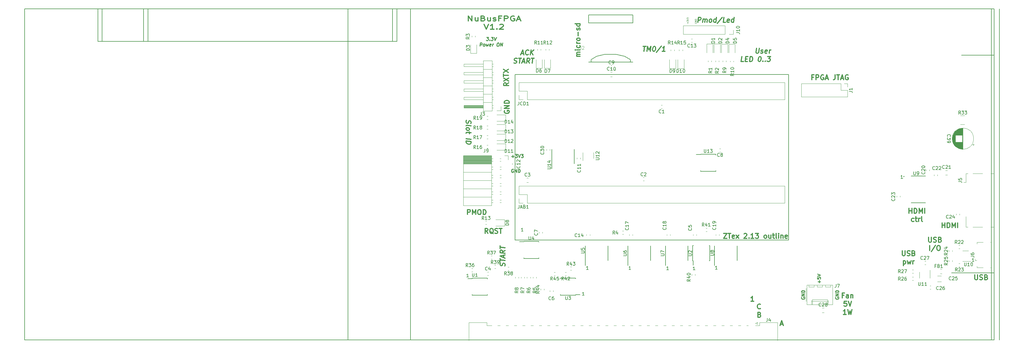
<source format=gbr>
G04 #@! TF.GenerationSoftware,KiCad,Pcbnew,5.0.2+dfsg1-1~bpo9+1*
G04 #@! TF.CreationDate,2022-09-27T13:51:08+02:00*
G04 #@! TF.ProjectId,nubus-to-ztex,6e756275-732d-4746-9f2d-7a7465782e6b,rev?*
G04 #@! TF.SameCoordinates,Original*
G04 #@! TF.FileFunction,Legend,Top*
G04 #@! TF.FilePolarity,Positive*
%FSLAX46Y46*%
G04 Gerber Fmt 4.6, Leading zero omitted, Abs format (unit mm)*
G04 Created by KiCad (PCBNEW 5.0.2+dfsg1-1~bpo9+1) date Tue Sep 27 13:51:08 2022*
%MOMM*%
%LPD*%
G01*
G04 APERTURE LIST*
%ADD10C,0.250000*%
%ADD11C,0.125000*%
%ADD12C,0.300000*%
%ADD13C,0.200000*%
%ADD14C,0.120000*%
%ADD15C,0.150000*%
%ADD16C,0.127000*%
%ADD17C,0.015000*%
G04 APERTURE END LIST*
D10*
X126408095Y-48771428D02*
X127170000Y-48771428D01*
X126789047Y-49152380D02*
X126789047Y-48390476D01*
X127550952Y-48152380D02*
X128170000Y-48152380D01*
X127836666Y-48533333D01*
X127979523Y-48533333D01*
X128074761Y-48580952D01*
X128122380Y-48628571D01*
X128170000Y-48723809D01*
X128170000Y-48961904D01*
X128122380Y-49057142D01*
X128074761Y-49104761D01*
X127979523Y-49152380D01*
X127693809Y-49152380D01*
X127598571Y-49104761D01*
X127550952Y-49057142D01*
X128455714Y-48152380D02*
X128789047Y-49152380D01*
X129122380Y-48152380D01*
X129360476Y-48152380D02*
X129979523Y-48152380D01*
X129646190Y-48533333D01*
X129789047Y-48533333D01*
X129884285Y-48580952D01*
X129931904Y-48628571D01*
X129979523Y-48723809D01*
X129979523Y-48961904D01*
X129931904Y-49057142D01*
X129884285Y-49104761D01*
X129789047Y-49152380D01*
X129503333Y-49152380D01*
X129408095Y-49104761D01*
X129360476Y-49057142D01*
X126968095Y-52760000D02*
X126872857Y-52712380D01*
X126730000Y-52712380D01*
X126587142Y-52760000D01*
X126491904Y-52855238D01*
X126444285Y-52950476D01*
X126396666Y-53140952D01*
X126396666Y-53283809D01*
X126444285Y-53474285D01*
X126491904Y-53569523D01*
X126587142Y-53664761D01*
X126730000Y-53712380D01*
X126825238Y-53712380D01*
X126968095Y-53664761D01*
X127015714Y-53617142D01*
X127015714Y-53283809D01*
X126825238Y-53283809D01*
X127444285Y-53712380D02*
X127444285Y-52712380D01*
X128015714Y-53712380D01*
X128015714Y-52712380D01*
X128491904Y-53712380D02*
X128491904Y-52712380D01*
X128730000Y-52712380D01*
X128872857Y-52760000D01*
X128968095Y-52855238D01*
X129015714Y-52950476D01*
X129063333Y-53140952D01*
X129063333Y-53283809D01*
X129015714Y-53474285D01*
X128968095Y-53569523D01*
X128872857Y-53664761D01*
X128730000Y-53712380D01*
X128491904Y-53712380D01*
D11*
X180365714Y-7980952D02*
X180365714Y-7600000D01*
X180556190Y-7790476D02*
X180175238Y-7790476D01*
X180056190Y-7409523D02*
X180056190Y-7100000D01*
X180246666Y-7266666D01*
X180246666Y-7195238D01*
X180270476Y-7147619D01*
X180294285Y-7123809D01*
X180341904Y-7100000D01*
X180460952Y-7100000D01*
X180508571Y-7123809D01*
X180532380Y-7147619D01*
X180556190Y-7195238D01*
X180556190Y-7338095D01*
X180532380Y-7385714D01*
X180508571Y-7409523D01*
X180056190Y-6957142D02*
X180556190Y-6790476D01*
X180056190Y-6623809D01*
X180056190Y-6504761D02*
X180056190Y-6195238D01*
X180246666Y-6361904D01*
X180246666Y-6290476D01*
X180270476Y-6242857D01*
X180294285Y-6219047D01*
X180341904Y-6195238D01*
X180460952Y-6195238D01*
X180508571Y-6219047D01*
X180532380Y-6242857D01*
X180556190Y-6290476D01*
X180556190Y-6433333D01*
X180532380Y-6480952D01*
X180508571Y-6504761D01*
X182550000Y-7680952D02*
X182526190Y-7728571D01*
X182526190Y-7800000D01*
X182550000Y-7871428D01*
X182597619Y-7919047D01*
X182645238Y-7942857D01*
X182740476Y-7966666D01*
X182811904Y-7966666D01*
X182907142Y-7942857D01*
X182954761Y-7919047D01*
X183002380Y-7871428D01*
X183026190Y-7800000D01*
X183026190Y-7752380D01*
X183002380Y-7680952D01*
X182978571Y-7657142D01*
X182811904Y-7657142D01*
X182811904Y-7752380D01*
X183026190Y-7442857D02*
X182526190Y-7442857D01*
X183026190Y-7157142D01*
X182526190Y-7157142D01*
X183026190Y-6919047D02*
X182526190Y-6919047D01*
X182526190Y-6800000D01*
X182550000Y-6728571D01*
X182597619Y-6680952D01*
X182645238Y-6657142D01*
X182740476Y-6633333D01*
X182811904Y-6633333D01*
X182907142Y-6657142D01*
X182954761Y-6680952D01*
X183002380Y-6728571D01*
X183026190Y-6800000D01*
X183026190Y-6919047D01*
D12*
X183438214Y-7678571D02*
X183625714Y-6178571D01*
X184197142Y-6178571D01*
X184331071Y-6250000D01*
X184393571Y-6321428D01*
X184447142Y-6464285D01*
X184420357Y-6678571D01*
X184331071Y-6821428D01*
X184250714Y-6892857D01*
X184098928Y-6964285D01*
X183527500Y-6964285D01*
X184938214Y-7678571D02*
X185063214Y-6678571D01*
X185045357Y-6821428D02*
X185125714Y-6750000D01*
X185277500Y-6678571D01*
X185491785Y-6678571D01*
X185625714Y-6750000D01*
X185679285Y-6892857D01*
X185581071Y-7678571D01*
X185679285Y-6892857D02*
X185768571Y-6750000D01*
X185920357Y-6678571D01*
X186134642Y-6678571D01*
X186268571Y-6750000D01*
X186322142Y-6892857D01*
X186223928Y-7678571D01*
X187152500Y-7678571D02*
X187018571Y-7607142D01*
X186956071Y-7535714D01*
X186902500Y-7392857D01*
X186956071Y-6964285D01*
X187045357Y-6821428D01*
X187125714Y-6750000D01*
X187277500Y-6678571D01*
X187491785Y-6678571D01*
X187625714Y-6750000D01*
X187688214Y-6821428D01*
X187741785Y-6964285D01*
X187688214Y-7392857D01*
X187598928Y-7535714D01*
X187518571Y-7607142D01*
X187366785Y-7678571D01*
X187152500Y-7678571D01*
X188938214Y-7678571D02*
X189125714Y-6178571D01*
X188947142Y-7607142D02*
X188795357Y-7678571D01*
X188509642Y-7678571D01*
X188375714Y-7607142D01*
X188313214Y-7535714D01*
X188259642Y-7392857D01*
X188313214Y-6964285D01*
X188402500Y-6821428D01*
X188482857Y-6750000D01*
X188634642Y-6678571D01*
X188920357Y-6678571D01*
X189054285Y-6750000D01*
X190920357Y-6107142D02*
X189393571Y-8035714D01*
X191938214Y-7678571D02*
X191223928Y-7678571D01*
X191411428Y-6178571D01*
X193018571Y-7607142D02*
X192866785Y-7678571D01*
X192581071Y-7678571D01*
X192447142Y-7607142D01*
X192393571Y-7464285D01*
X192465000Y-6892857D01*
X192554285Y-6750000D01*
X192706071Y-6678571D01*
X192991785Y-6678571D01*
X193125714Y-6750000D01*
X193179285Y-6892857D01*
X193161428Y-7035714D01*
X192429285Y-7178571D01*
X194366785Y-7678571D02*
X194554285Y-6178571D01*
X194375714Y-7607142D02*
X194223928Y-7678571D01*
X193938214Y-7678571D01*
X193804285Y-7607142D01*
X193741785Y-7535714D01*
X193688214Y-7392857D01*
X193741785Y-6964285D01*
X193831071Y-6821428D01*
X193911428Y-6750000D01*
X194063214Y-6678571D01*
X194348928Y-6678571D01*
X194482857Y-6750000D01*
X119202857Y-72398571D02*
X118702857Y-71684285D01*
X118345714Y-72398571D02*
X118345714Y-70898571D01*
X118917142Y-70898571D01*
X119060000Y-70970000D01*
X119131428Y-71041428D01*
X119202857Y-71184285D01*
X119202857Y-71398571D01*
X119131428Y-71541428D01*
X119060000Y-71612857D01*
X118917142Y-71684285D01*
X118345714Y-71684285D01*
X120845714Y-72541428D02*
X120702857Y-72470000D01*
X120560000Y-72327142D01*
X120345714Y-72112857D01*
X120202857Y-72041428D01*
X120060000Y-72041428D01*
X120131428Y-72398571D02*
X119988571Y-72327142D01*
X119845714Y-72184285D01*
X119774285Y-71898571D01*
X119774285Y-71398571D01*
X119845714Y-71112857D01*
X119988571Y-70970000D01*
X120131428Y-70898571D01*
X120417142Y-70898571D01*
X120560000Y-70970000D01*
X120702857Y-71112857D01*
X120774285Y-71398571D01*
X120774285Y-71898571D01*
X120702857Y-72184285D01*
X120560000Y-72327142D01*
X120417142Y-72398571D01*
X120131428Y-72398571D01*
X121345714Y-72327142D02*
X121560000Y-72398571D01*
X121917142Y-72398571D01*
X122060000Y-72327142D01*
X122131428Y-72255714D01*
X122202857Y-72112857D01*
X122202857Y-71970000D01*
X122131428Y-71827142D01*
X122060000Y-71755714D01*
X121917142Y-71684285D01*
X121631428Y-71612857D01*
X121488571Y-71541428D01*
X121417142Y-71470000D01*
X121345714Y-71327142D01*
X121345714Y-71184285D01*
X121417142Y-71041428D01*
X121488571Y-70970000D01*
X121631428Y-70898571D01*
X121988571Y-70898571D01*
X122202857Y-70970000D01*
X122631428Y-70898571D02*
X123488571Y-70898571D01*
X123060000Y-72398571D02*
X123060000Y-70898571D01*
X129387500Y-17215000D02*
X130101785Y-17215000D01*
X129191071Y-17643571D02*
X129878571Y-16143571D01*
X130191071Y-17643571D01*
X131566071Y-17500714D02*
X131485714Y-17572142D01*
X131262500Y-17643571D01*
X131119642Y-17643571D01*
X130914285Y-17572142D01*
X130789285Y-17429285D01*
X130735714Y-17286428D01*
X130700000Y-17000714D01*
X130726785Y-16786428D01*
X130833928Y-16500714D01*
X130923214Y-16357857D01*
X131083928Y-16215000D01*
X131307142Y-16143571D01*
X131450000Y-16143571D01*
X131655357Y-16215000D01*
X131717857Y-16286428D01*
X132191071Y-17643571D02*
X132378571Y-16143571D01*
X133048214Y-17643571D02*
X132512500Y-16786428D01*
X133235714Y-16143571D02*
X132271428Y-17000714D01*
X127128571Y-20122142D02*
X127333928Y-20193571D01*
X127691071Y-20193571D01*
X127842857Y-20122142D01*
X127923214Y-20050714D01*
X128012500Y-19907857D01*
X128030357Y-19765000D01*
X127976785Y-19622142D01*
X127914285Y-19550714D01*
X127780357Y-19479285D01*
X127503571Y-19407857D01*
X127369642Y-19336428D01*
X127307142Y-19265000D01*
X127253571Y-19122142D01*
X127271428Y-18979285D01*
X127360714Y-18836428D01*
X127441071Y-18765000D01*
X127592857Y-18693571D01*
X127950000Y-18693571D01*
X128155357Y-18765000D01*
X128592857Y-18693571D02*
X129450000Y-18693571D01*
X128833928Y-20193571D02*
X129021428Y-18693571D01*
X129744642Y-19765000D02*
X130458928Y-19765000D01*
X129548214Y-20193571D02*
X130235714Y-18693571D01*
X130548214Y-20193571D01*
X131905357Y-20193571D02*
X131494642Y-19479285D01*
X131048214Y-20193571D02*
X131235714Y-18693571D01*
X131807142Y-18693571D01*
X131941071Y-18765000D01*
X132003571Y-18836428D01*
X132057142Y-18979285D01*
X132030357Y-19193571D01*
X131941071Y-19336428D01*
X131860714Y-19407857D01*
X131708928Y-19479285D01*
X131137500Y-19479285D01*
X132521428Y-18693571D02*
X133378571Y-18693571D01*
X132762500Y-20193571D02*
X132950000Y-18693571D01*
X166738571Y-15058571D02*
X167595714Y-15058571D01*
X166979642Y-16558571D02*
X167167142Y-15058571D01*
X167908214Y-16558571D02*
X168095714Y-15058571D01*
X168461785Y-16130000D01*
X169095714Y-15058571D01*
X168908214Y-16558571D01*
X170095714Y-15058571D02*
X170238571Y-15058571D01*
X170372500Y-15130000D01*
X170435000Y-15201428D01*
X170488571Y-15344285D01*
X170524285Y-15630000D01*
X170479642Y-15987142D01*
X170372500Y-16272857D01*
X170283214Y-16415714D01*
X170202857Y-16487142D01*
X170051071Y-16558571D01*
X169908214Y-16558571D01*
X169774285Y-16487142D01*
X169711785Y-16415714D01*
X169658214Y-16272857D01*
X169622500Y-15987142D01*
X169667142Y-15630000D01*
X169774285Y-15344285D01*
X169863571Y-15201428D01*
X169943928Y-15130000D01*
X170095714Y-15058571D01*
X172318928Y-14987142D02*
X170792142Y-16915714D01*
X173408214Y-16558571D02*
X172551071Y-16558571D01*
X172979642Y-16558571D02*
X173167142Y-15058571D01*
X172997500Y-15272857D01*
X172836785Y-15415714D01*
X172685000Y-15487142D01*
X147418571Y-18110000D02*
X146418571Y-18110000D01*
X146561428Y-18110000D02*
X146490000Y-18038571D01*
X146418571Y-17895714D01*
X146418571Y-17681428D01*
X146490000Y-17538571D01*
X146632857Y-17467142D01*
X147418571Y-17467142D01*
X146632857Y-17467142D02*
X146490000Y-17395714D01*
X146418571Y-17252857D01*
X146418571Y-17038571D01*
X146490000Y-16895714D01*
X146632857Y-16824285D01*
X147418571Y-16824285D01*
X147418571Y-16110000D02*
X146418571Y-16110000D01*
X145918571Y-16110000D02*
X145990000Y-16181428D01*
X146061428Y-16110000D01*
X145990000Y-16038571D01*
X145918571Y-16110000D01*
X146061428Y-16110000D01*
X147347142Y-14752857D02*
X147418571Y-14895714D01*
X147418571Y-15181428D01*
X147347142Y-15324285D01*
X147275714Y-15395714D01*
X147132857Y-15467142D01*
X146704285Y-15467142D01*
X146561428Y-15395714D01*
X146490000Y-15324285D01*
X146418571Y-15181428D01*
X146418571Y-14895714D01*
X146490000Y-14752857D01*
X147418571Y-14110000D02*
X146418571Y-14110000D01*
X146704285Y-14110000D02*
X146561428Y-14038571D01*
X146490000Y-13967142D01*
X146418571Y-13824285D01*
X146418571Y-13681428D01*
X147418571Y-12967142D02*
X147347142Y-13110000D01*
X147275714Y-13181428D01*
X147132857Y-13252857D01*
X146704285Y-13252857D01*
X146561428Y-13181428D01*
X146490000Y-13110000D01*
X146418571Y-12967142D01*
X146418571Y-12752857D01*
X146490000Y-12610000D01*
X146561428Y-12538571D01*
X146704285Y-12467142D01*
X147132857Y-12467142D01*
X147275714Y-12538571D01*
X147347142Y-12610000D01*
X147418571Y-12752857D01*
X147418571Y-12967142D01*
X146847142Y-11824285D02*
X146847142Y-10681428D01*
X147347142Y-10038571D02*
X147418571Y-9895714D01*
X147418571Y-9610000D01*
X147347142Y-9467142D01*
X147204285Y-9395714D01*
X147132857Y-9395714D01*
X146990000Y-9467142D01*
X146918571Y-9610000D01*
X146918571Y-9824285D01*
X146847142Y-9967142D01*
X146704285Y-10038571D01*
X146632857Y-10038571D01*
X146490000Y-9967142D01*
X146418571Y-9824285D01*
X146418571Y-9610000D01*
X146490000Y-9467142D01*
X147418571Y-8110000D02*
X145918571Y-8110000D01*
X147347142Y-8110000D02*
X147418571Y-8252857D01*
X147418571Y-8538571D01*
X147347142Y-8681428D01*
X147275714Y-8752857D01*
X147132857Y-8824285D01*
X146704285Y-8824285D01*
X146561428Y-8752857D01*
X146490000Y-8681428D01*
X146418571Y-8538571D01*
X146418571Y-8252857D01*
X146490000Y-8110000D01*
X112964285Y-66628571D02*
X112964285Y-65128571D01*
X113535714Y-65128571D01*
X113678571Y-65200000D01*
X113750000Y-65271428D01*
X113821428Y-65414285D01*
X113821428Y-65628571D01*
X113750000Y-65771428D01*
X113678571Y-65842857D01*
X113535714Y-65914285D01*
X112964285Y-65914285D01*
X114464285Y-66628571D02*
X114464285Y-65128571D01*
X114964285Y-66200000D01*
X115464285Y-65128571D01*
X115464285Y-66628571D01*
X116464285Y-65128571D02*
X116750000Y-65128571D01*
X116892857Y-65200000D01*
X117035714Y-65342857D01*
X117107142Y-65628571D01*
X117107142Y-66128571D01*
X117035714Y-66414285D01*
X116892857Y-66557142D01*
X116750000Y-66628571D01*
X116464285Y-66628571D01*
X116321428Y-66557142D01*
X116178571Y-66414285D01*
X116107142Y-66128571D01*
X116107142Y-65628571D01*
X116178571Y-65342857D01*
X116321428Y-65200000D01*
X116464285Y-65128571D01*
X117750000Y-66628571D02*
X117750000Y-65128571D01*
X118107142Y-65128571D01*
X118321428Y-65200000D01*
X118464285Y-65342857D01*
X118535714Y-65485714D01*
X118607142Y-65771428D01*
X118607142Y-65985714D01*
X118535714Y-66271428D01*
X118464285Y-66414285D01*
X118321428Y-66557142D01*
X118107142Y-66628571D01*
X117750000Y-66628571D01*
D10*
X118790699Y-12217380D02*
X119409747Y-12217380D01*
X119028794Y-12598333D01*
X119171651Y-12598333D01*
X119260937Y-12645952D01*
X119302604Y-12693571D01*
X119338318Y-12788809D01*
X119308556Y-13026904D01*
X119249032Y-13122142D01*
X119195461Y-13169761D01*
X119094270Y-13217380D01*
X118808556Y-13217380D01*
X118719270Y-13169761D01*
X118677604Y-13122142D01*
X119725223Y-13122142D02*
X119766889Y-13169761D01*
X119713318Y-13217380D01*
X119671651Y-13169761D01*
X119725223Y-13122142D01*
X119713318Y-13217380D01*
X120219270Y-12217380D02*
X120838318Y-12217380D01*
X120457366Y-12598333D01*
X120600223Y-12598333D01*
X120689508Y-12645952D01*
X120731175Y-12693571D01*
X120766889Y-12788809D01*
X120737127Y-13026904D01*
X120677604Y-13122142D01*
X120624032Y-13169761D01*
X120522842Y-13217380D01*
X120237127Y-13217380D01*
X120147842Y-13169761D01*
X120106175Y-13122142D01*
X121124032Y-12217380D02*
X121332366Y-13217380D01*
X121790699Y-12217380D01*
X116737127Y-14967380D02*
X116862127Y-13967380D01*
X117243080Y-13967380D01*
X117332366Y-14015000D01*
X117374032Y-14062619D01*
X117409747Y-14157857D01*
X117391889Y-14300714D01*
X117332366Y-14395952D01*
X117278794Y-14443571D01*
X117177604Y-14491190D01*
X116796651Y-14491190D01*
X117879985Y-14967380D02*
X117790699Y-14919761D01*
X117749032Y-14872142D01*
X117713318Y-14776904D01*
X117749032Y-14491190D01*
X117808556Y-14395952D01*
X117862127Y-14348333D01*
X117963318Y-14300714D01*
X118106175Y-14300714D01*
X118195461Y-14348333D01*
X118237127Y-14395952D01*
X118272842Y-14491190D01*
X118237127Y-14776904D01*
X118177604Y-14872142D01*
X118124032Y-14919761D01*
X118022842Y-14967380D01*
X117879985Y-14967380D01*
X118629985Y-14300714D02*
X118737127Y-14967380D01*
X118987127Y-14491190D01*
X119118080Y-14967380D01*
X119391889Y-14300714D01*
X120076413Y-14919761D02*
X119975223Y-14967380D01*
X119784747Y-14967380D01*
X119695461Y-14919761D01*
X119659747Y-14824523D01*
X119707366Y-14443571D01*
X119766889Y-14348333D01*
X119868080Y-14300714D01*
X120058556Y-14300714D01*
X120147842Y-14348333D01*
X120183556Y-14443571D01*
X120171651Y-14538809D01*
X119683556Y-14634047D01*
X120546651Y-14967380D02*
X120629985Y-14300714D01*
X120606175Y-14491190D02*
X120665699Y-14395952D01*
X120719270Y-14348333D01*
X120820461Y-14300714D01*
X120915699Y-14300714D01*
X122243080Y-13967380D02*
X122433556Y-13967380D01*
X122522842Y-14015000D01*
X122606175Y-14110238D01*
X122629985Y-14300714D01*
X122588318Y-14634047D01*
X122516889Y-14824523D01*
X122409747Y-14919761D01*
X122308556Y-14967380D01*
X122118080Y-14967380D01*
X122028794Y-14919761D01*
X121945461Y-14824523D01*
X121921651Y-14634047D01*
X121963318Y-14300714D01*
X122034747Y-14110238D01*
X122141889Y-14015000D01*
X122243080Y-13967380D01*
X122975223Y-14967380D02*
X123100223Y-13967380D01*
X123546651Y-14967380D01*
X123671651Y-13967380D01*
D13*
X182585714Y-83642380D02*
X182014285Y-83642380D01*
X182300000Y-83642380D02*
X182300000Y-82642380D01*
X182204761Y-82785238D01*
X182109523Y-82880476D01*
X182014285Y-82928095D01*
D12*
X124357142Y-82461428D02*
X124428571Y-82256071D01*
X124428571Y-81898928D01*
X124357142Y-81747142D01*
X124285714Y-81666785D01*
X124142857Y-81577500D01*
X124000000Y-81559642D01*
X123857142Y-81613214D01*
X123785714Y-81675714D01*
X123714285Y-81809642D01*
X123642857Y-82086428D01*
X123571428Y-82220357D01*
X123500000Y-82282857D01*
X123357142Y-82336428D01*
X123214285Y-82318571D01*
X123071428Y-82229285D01*
X123000000Y-82148928D01*
X122928571Y-81997142D01*
X122928571Y-81640000D01*
X123000000Y-81434642D01*
X122928571Y-80997142D02*
X122928571Y-80140000D01*
X124428571Y-80756071D02*
X122928571Y-80568571D01*
X124000000Y-79845357D02*
X124000000Y-79131071D01*
X124428571Y-80041785D02*
X122928571Y-79354285D01*
X124428571Y-79041785D01*
X124428571Y-77684642D02*
X123714285Y-78095357D01*
X124428571Y-78541785D02*
X122928571Y-78354285D01*
X122928571Y-77782857D01*
X123000000Y-77648928D01*
X123071428Y-77586428D01*
X123214285Y-77532857D01*
X123428571Y-77559642D01*
X123571428Y-77648928D01*
X123642857Y-77729285D01*
X123714285Y-77881071D01*
X123714285Y-78452500D01*
X122928571Y-77068571D02*
X122928571Y-76211428D01*
X124428571Y-76827500D02*
X122928571Y-76640000D01*
X208732857Y-100250000D02*
X209447142Y-100250000D01*
X208590000Y-100678571D02*
X209090000Y-99178571D01*
X209590000Y-100678571D01*
X202337142Y-97352857D02*
X202551428Y-97424285D01*
X202622857Y-97495714D01*
X202694285Y-97638571D01*
X202694285Y-97852857D01*
X202622857Y-97995714D01*
X202551428Y-98067142D01*
X202408571Y-98138571D01*
X201837142Y-98138571D01*
X201837142Y-96638571D01*
X202337142Y-96638571D01*
X202480000Y-96710000D01*
X202551428Y-96781428D01*
X202622857Y-96924285D01*
X202622857Y-97067142D01*
X202551428Y-97210000D01*
X202480000Y-97281428D01*
X202337142Y-97352857D01*
X201837142Y-97352857D01*
X202634285Y-95445714D02*
X202562857Y-95517142D01*
X202348571Y-95588571D01*
X202205714Y-95588571D01*
X201991428Y-95517142D01*
X201848571Y-95374285D01*
X201777142Y-95231428D01*
X201705714Y-94945714D01*
X201705714Y-94731428D01*
X201777142Y-94445714D01*
X201848571Y-94302857D01*
X201991428Y-94160000D01*
X202205714Y-94088571D01*
X202348571Y-94088571D01*
X202562857Y-94160000D01*
X202634285Y-94231428D01*
X200568571Y-93268571D02*
X199711428Y-93268571D01*
X200140000Y-93268571D02*
X200140000Y-91768571D01*
X199997142Y-91982857D01*
X199854285Y-92125714D01*
X199711428Y-92197142D01*
D13*
X113285714Y-85852380D02*
X112714285Y-85852380D01*
X113000000Y-85852380D02*
X113000000Y-84852380D01*
X112904761Y-84995238D01*
X112809523Y-85090476D01*
X112714285Y-85138095D01*
X148685714Y-91442380D02*
X148114285Y-91442380D01*
X148400000Y-91442380D02*
X148400000Y-90442380D01*
X148304761Y-90585238D01*
X148209523Y-90680476D01*
X148114285Y-90728095D01*
X189385714Y-83442380D02*
X188814285Y-83442380D01*
X189100000Y-83442380D02*
X189100000Y-82442380D01*
X189004761Y-82585238D01*
X188909523Y-82680476D01*
X188814285Y-82728095D01*
D12*
X112592857Y-37745714D02*
X112521428Y-37951071D01*
X112521428Y-38308214D01*
X112592857Y-38460000D01*
X112664285Y-38540357D01*
X112807142Y-38629642D01*
X112950000Y-38647500D01*
X113092857Y-38593928D01*
X113164285Y-38531428D01*
X113235714Y-38397500D01*
X113307142Y-38120714D01*
X113378571Y-37986785D01*
X113450000Y-37924285D01*
X113592857Y-37870714D01*
X113735714Y-37888571D01*
X113878571Y-37977857D01*
X113950000Y-38058214D01*
X114021428Y-38210000D01*
X114021428Y-38567142D01*
X113950000Y-38772500D01*
X112521428Y-39451071D02*
X112592857Y-39317142D01*
X112735714Y-39263571D01*
X114021428Y-39424285D01*
X112521428Y-40236785D02*
X112592857Y-40102857D01*
X112664285Y-40040357D01*
X112807142Y-39986785D01*
X113235714Y-40040357D01*
X113378571Y-40129642D01*
X113450000Y-40210000D01*
X113521428Y-40361785D01*
X113521428Y-40576071D01*
X113450000Y-40710000D01*
X113378571Y-40772500D01*
X113235714Y-40826071D01*
X112807142Y-40772500D01*
X112664285Y-40683214D01*
X112592857Y-40602857D01*
X112521428Y-40451071D01*
X112521428Y-40236785D01*
X113521428Y-41290357D02*
X113521428Y-41861785D01*
X114021428Y-41567142D02*
X112735714Y-41406428D01*
X112592857Y-41460000D01*
X112521428Y-41593928D01*
X112521428Y-41736785D01*
X112521428Y-43379642D02*
X114021428Y-43567142D01*
X112521428Y-44093928D02*
X114021428Y-44281428D01*
X114021428Y-44638571D01*
X113950000Y-44843928D01*
X113807142Y-44968928D01*
X113664285Y-45022500D01*
X113378571Y-45058214D01*
X113164285Y-45031428D01*
X112878571Y-44924285D01*
X112735714Y-44835000D01*
X112592857Y-44674285D01*
X112521428Y-44451071D01*
X112521428Y-44093928D01*
D13*
X275770000Y-105080000D02*
X275770000Y-3480000D01*
X274170000Y-84560000D02*
X261140000Y-84560000D01*
X246185714Y-55552380D02*
X245614285Y-55552380D01*
X245900000Y-55552380D02*
X245900000Y-54552380D01*
X245804761Y-54695238D01*
X245709523Y-54790476D01*
X245614285Y-54838095D01*
X268005714Y-81092380D02*
X267434285Y-81092380D01*
X267720000Y-81092380D02*
X267720000Y-80092380D01*
X267624761Y-80235238D01*
X267529523Y-80330476D01*
X267434285Y-80378095D01*
X174485714Y-83602380D02*
X173914285Y-83602380D01*
X174200000Y-83602380D02*
X174200000Y-82602380D01*
X174104761Y-82745238D01*
X174009523Y-82840476D01*
X173914285Y-82888095D01*
X162935714Y-83502380D02*
X162364285Y-83502380D01*
X162650000Y-83502380D02*
X162650000Y-82502380D01*
X162554761Y-82645238D01*
X162459523Y-82740476D01*
X162364285Y-82788095D01*
X149935714Y-83552380D02*
X149364285Y-83552380D01*
X149650000Y-83552380D02*
X149650000Y-82552380D01*
X149554761Y-82695238D01*
X149459523Y-82790476D01*
X149364285Y-82838095D01*
X129985714Y-71752380D02*
X129414285Y-71752380D01*
X129700000Y-71752380D02*
X129700000Y-70752380D01*
X129604761Y-70895238D01*
X129509523Y-70990476D01*
X129414285Y-71038095D01*
D10*
X220631428Y-87605714D02*
X220631428Y-86843809D01*
X221012380Y-87224761D02*
X220250476Y-87224761D01*
X220012380Y-85891428D02*
X220012380Y-86367619D01*
X220488571Y-86415238D01*
X220440952Y-86367619D01*
X220393333Y-86272380D01*
X220393333Y-86034285D01*
X220440952Y-85939047D01*
X220488571Y-85891428D01*
X220583809Y-85843809D01*
X220821904Y-85843809D01*
X220917142Y-85891428D01*
X220964761Y-85939047D01*
X221012380Y-86034285D01*
X221012380Y-86272380D01*
X220964761Y-86367619D01*
X220917142Y-86415238D01*
X220012380Y-85558095D02*
X221012380Y-85224761D01*
X220012380Y-84891428D01*
X225620000Y-92021904D02*
X225572380Y-92117142D01*
X225572380Y-92260000D01*
X225620000Y-92402857D01*
X225715238Y-92498095D01*
X225810476Y-92545714D01*
X226000952Y-92593333D01*
X226143809Y-92593333D01*
X226334285Y-92545714D01*
X226429523Y-92498095D01*
X226524761Y-92402857D01*
X226572380Y-92260000D01*
X226572380Y-92164761D01*
X226524761Y-92021904D01*
X226477142Y-91974285D01*
X226143809Y-91974285D01*
X226143809Y-92164761D01*
X226572380Y-91545714D02*
X225572380Y-91545714D01*
X226572380Y-90974285D01*
X225572380Y-90974285D01*
X226572380Y-90498095D02*
X225572380Y-90498095D01*
X225572380Y-90260000D01*
X225620000Y-90117142D01*
X225715238Y-90021904D01*
X225810476Y-89974285D01*
X226000952Y-89926666D01*
X226143809Y-89926666D01*
X226334285Y-89974285D01*
X226429523Y-90021904D01*
X226524761Y-90117142D01*
X226572380Y-90260000D01*
X226572380Y-90498095D01*
X215220000Y-92021904D02*
X215172380Y-92117142D01*
X215172380Y-92260000D01*
X215220000Y-92402857D01*
X215315238Y-92498095D01*
X215410476Y-92545714D01*
X215600952Y-92593333D01*
X215743809Y-92593333D01*
X215934285Y-92545714D01*
X216029523Y-92498095D01*
X216124761Y-92402857D01*
X216172380Y-92260000D01*
X216172380Y-92164761D01*
X216124761Y-92021904D01*
X216077142Y-91974285D01*
X215743809Y-91974285D01*
X215743809Y-92164761D01*
X216172380Y-91545714D02*
X215172380Y-91545714D01*
X216172380Y-90974285D01*
X215172380Y-90974285D01*
X216172380Y-90498095D02*
X215172380Y-90498095D01*
X215172380Y-90260000D01*
X215220000Y-90117142D01*
X215315238Y-90021904D01*
X215410476Y-89974285D01*
X215600952Y-89926666D01*
X215743809Y-89926666D01*
X215934285Y-89974285D01*
X216029523Y-90021904D01*
X216124761Y-90117142D01*
X216172380Y-90260000D01*
X216172380Y-90498095D01*
D12*
X228137142Y-91422857D02*
X227637142Y-91422857D01*
X227637142Y-92208571D02*
X227637142Y-90708571D01*
X228351428Y-90708571D01*
X229565714Y-92208571D02*
X229565714Y-91422857D01*
X229494285Y-91280000D01*
X229351428Y-91208571D01*
X229065714Y-91208571D01*
X228922857Y-91280000D01*
X229565714Y-92137142D02*
X229422857Y-92208571D01*
X229065714Y-92208571D01*
X228922857Y-92137142D01*
X228851428Y-91994285D01*
X228851428Y-91851428D01*
X228922857Y-91708571D01*
X229065714Y-91637142D01*
X229422857Y-91637142D01*
X229565714Y-91565714D01*
X230280000Y-91208571D02*
X230280000Y-92208571D01*
X230280000Y-91351428D02*
X230351428Y-91280000D01*
X230494285Y-91208571D01*
X230708571Y-91208571D01*
X230851428Y-91280000D01*
X230922857Y-91422857D01*
X230922857Y-92208571D01*
X228994285Y-93258571D02*
X228280000Y-93258571D01*
X228208571Y-93972857D01*
X228280000Y-93901428D01*
X228422857Y-93830000D01*
X228780000Y-93830000D01*
X228922857Y-93901428D01*
X228994285Y-93972857D01*
X229065714Y-94115714D01*
X229065714Y-94472857D01*
X228994285Y-94615714D01*
X228922857Y-94687142D01*
X228780000Y-94758571D01*
X228422857Y-94758571D01*
X228280000Y-94687142D01*
X228208571Y-94615714D01*
X229494285Y-93258571D02*
X229994285Y-94758571D01*
X230494285Y-93258571D01*
X228851428Y-97308571D02*
X227994285Y-97308571D01*
X228422857Y-97308571D02*
X228422857Y-95808571D01*
X228280000Y-96022857D01*
X228137142Y-96165714D01*
X227994285Y-96237142D01*
X229351428Y-95808571D02*
X229708571Y-97308571D01*
X229994285Y-96237142D01*
X230280000Y-97308571D01*
X230637142Y-95808571D01*
D13*
X211270000Y-74450000D02*
X211270000Y-23650000D01*
D12*
X113195238Y-7203571D02*
X113195238Y-5703571D01*
X114338095Y-7203571D01*
X114338095Y-5703571D01*
X116147619Y-6203571D02*
X116147619Y-7203571D01*
X115290476Y-6203571D02*
X115290476Y-6989285D01*
X115385714Y-7132142D01*
X115576190Y-7203571D01*
X115861904Y-7203571D01*
X116052380Y-7132142D01*
X116147619Y-7060714D01*
X117766666Y-6417857D02*
X118052380Y-6489285D01*
X118147619Y-6560714D01*
X118242857Y-6703571D01*
X118242857Y-6917857D01*
X118147619Y-7060714D01*
X118052380Y-7132142D01*
X117861904Y-7203571D01*
X117099999Y-7203571D01*
X117099999Y-5703571D01*
X117766666Y-5703571D01*
X117957142Y-5775000D01*
X118052380Y-5846428D01*
X118147619Y-5989285D01*
X118147619Y-6132142D01*
X118052380Y-6275000D01*
X117957142Y-6346428D01*
X117766666Y-6417857D01*
X117099999Y-6417857D01*
X119957142Y-6203571D02*
X119957142Y-7203571D01*
X119099999Y-6203571D02*
X119099999Y-6989285D01*
X119195238Y-7132142D01*
X119385714Y-7203571D01*
X119671428Y-7203571D01*
X119861904Y-7132142D01*
X119957142Y-7060714D01*
X120814285Y-7132142D02*
X121004761Y-7203571D01*
X121385714Y-7203571D01*
X121576190Y-7132142D01*
X121671428Y-6989285D01*
X121671428Y-6917857D01*
X121576190Y-6775000D01*
X121385714Y-6703571D01*
X121099999Y-6703571D01*
X120909523Y-6632142D01*
X120814285Y-6489285D01*
X120814285Y-6417857D01*
X120909523Y-6275000D01*
X121099999Y-6203571D01*
X121385714Y-6203571D01*
X121576190Y-6275000D01*
X123195238Y-6417857D02*
X122528571Y-6417857D01*
X122528571Y-7203571D02*
X122528571Y-5703571D01*
X123480952Y-5703571D01*
X124242857Y-7203571D02*
X124242857Y-5703571D01*
X125004761Y-5703571D01*
X125195238Y-5775000D01*
X125290476Y-5846428D01*
X125385714Y-5989285D01*
X125385714Y-6203571D01*
X125290476Y-6346428D01*
X125195238Y-6417857D01*
X125004761Y-6489285D01*
X124242857Y-6489285D01*
X127290476Y-5775000D02*
X127100000Y-5703571D01*
X126814285Y-5703571D01*
X126528571Y-5775000D01*
X126338095Y-5917857D01*
X126242857Y-6060714D01*
X126147619Y-6346428D01*
X126147619Y-6560714D01*
X126242857Y-6846428D01*
X126338095Y-6989285D01*
X126528571Y-7132142D01*
X126814285Y-7203571D01*
X127004761Y-7203571D01*
X127290476Y-7132142D01*
X127385714Y-7060714D01*
X127385714Y-6560714D01*
X127004761Y-6560714D01*
X128147619Y-6775000D02*
X129100000Y-6775000D01*
X127957142Y-7203571D02*
X128623809Y-5703571D01*
X129290476Y-7203571D01*
X118052380Y-8253571D02*
X118719047Y-9753571D01*
X119385714Y-8253571D01*
X121100000Y-9753571D02*
X119957142Y-9753571D01*
X120528571Y-9753571D02*
X120528571Y-8253571D01*
X120338095Y-8467857D01*
X120147619Y-8610714D01*
X119957142Y-8682142D01*
X121957142Y-9610714D02*
X122052380Y-9682142D01*
X121957142Y-9753571D01*
X121861904Y-9682142D01*
X121957142Y-9610714D01*
X121957142Y-9753571D01*
X122814285Y-8396428D02*
X122909523Y-8325000D01*
X123100000Y-8253571D01*
X123576190Y-8253571D01*
X123766666Y-8325000D01*
X123861904Y-8396428D01*
X123957142Y-8539285D01*
X123957142Y-8682142D01*
X123861904Y-8896428D01*
X122719047Y-9753571D01*
X123957142Y-9753571D01*
X268247142Y-85148571D02*
X268247142Y-86362857D01*
X268318571Y-86505714D01*
X268390000Y-86577142D01*
X268532857Y-86648571D01*
X268818571Y-86648571D01*
X268961428Y-86577142D01*
X269032857Y-86505714D01*
X269104285Y-86362857D01*
X269104285Y-85148571D01*
X269747142Y-86577142D02*
X269961428Y-86648571D01*
X270318571Y-86648571D01*
X270461428Y-86577142D01*
X270532857Y-86505714D01*
X270604285Y-86362857D01*
X270604285Y-86220000D01*
X270532857Y-86077142D01*
X270461428Y-86005714D01*
X270318571Y-85934285D01*
X270032857Y-85862857D01*
X269890000Y-85791428D01*
X269818571Y-85720000D01*
X269747142Y-85577142D01*
X269747142Y-85434285D01*
X269818571Y-85291428D01*
X269890000Y-85220000D01*
X270032857Y-85148571D01*
X270390000Y-85148571D01*
X270604285Y-85220000D01*
X271747142Y-85862857D02*
X271961428Y-85934285D01*
X272032857Y-86005714D01*
X272104285Y-86148571D01*
X272104285Y-86362857D01*
X272032857Y-86505714D01*
X271961428Y-86577142D01*
X271818571Y-86648571D01*
X271247142Y-86648571D01*
X271247142Y-85148571D01*
X271747142Y-85148571D01*
X271890000Y-85220000D01*
X271961428Y-85291428D01*
X272032857Y-85434285D01*
X272032857Y-85577142D01*
X271961428Y-85720000D01*
X271890000Y-85791428D01*
X271747142Y-85862857D01*
X271247142Y-85862857D01*
X258207142Y-70678571D02*
X258207142Y-69178571D01*
X258207142Y-69892857D02*
X259064285Y-69892857D01*
X259064285Y-70678571D02*
X259064285Y-69178571D01*
X259778571Y-70678571D02*
X259778571Y-69178571D01*
X260135714Y-69178571D01*
X260350000Y-69250000D01*
X260492857Y-69392857D01*
X260564285Y-69535714D01*
X260635714Y-69821428D01*
X260635714Y-70035714D01*
X260564285Y-70321428D01*
X260492857Y-70464285D01*
X260350000Y-70607142D01*
X260135714Y-70678571D01*
X259778571Y-70678571D01*
X261278571Y-70678571D02*
X261278571Y-69178571D01*
X261778571Y-70250000D01*
X262278571Y-69178571D01*
X262278571Y-70678571D01*
X262992857Y-70678571D02*
X262992857Y-69178571D01*
X191318571Y-72428571D02*
X192318571Y-72428571D01*
X191318571Y-73928571D01*
X192318571Y-73928571D01*
X192675714Y-72428571D02*
X193532857Y-72428571D01*
X193104285Y-73928571D02*
X193104285Y-72428571D01*
X194604285Y-73857142D02*
X194461428Y-73928571D01*
X194175714Y-73928571D01*
X194032857Y-73857142D01*
X193961428Y-73714285D01*
X193961428Y-73142857D01*
X194032857Y-73000000D01*
X194175714Y-72928571D01*
X194461428Y-72928571D01*
X194604285Y-73000000D01*
X194675714Y-73142857D01*
X194675714Y-73285714D01*
X193961428Y-73428571D01*
X195175714Y-73928571D02*
X195961428Y-72928571D01*
X195175714Y-72928571D02*
X195961428Y-73928571D01*
X197604285Y-72571428D02*
X197675714Y-72500000D01*
X197818571Y-72428571D01*
X198175714Y-72428571D01*
X198318571Y-72500000D01*
X198390000Y-72571428D01*
X198461428Y-72714285D01*
X198461428Y-72857142D01*
X198390000Y-73071428D01*
X197532857Y-73928571D01*
X198461428Y-73928571D01*
X199104285Y-73785714D02*
X199175714Y-73857142D01*
X199104285Y-73928571D01*
X199032857Y-73857142D01*
X199104285Y-73785714D01*
X199104285Y-73928571D01*
X200604285Y-73928571D02*
X199747142Y-73928571D01*
X200175714Y-73928571D02*
X200175714Y-72428571D01*
X200032857Y-72642857D01*
X199890000Y-72785714D01*
X199747142Y-72857142D01*
X201104285Y-72428571D02*
X202032857Y-72428571D01*
X201532857Y-73000000D01*
X201747142Y-73000000D01*
X201890000Y-73071428D01*
X201961428Y-73142857D01*
X202032857Y-73285714D01*
X202032857Y-73642857D01*
X201961428Y-73785714D01*
X201890000Y-73857142D01*
X201747142Y-73928571D01*
X201318571Y-73928571D01*
X201175714Y-73857142D01*
X201104285Y-73785714D01*
X204032857Y-73928571D02*
X203890000Y-73857142D01*
X203818571Y-73785714D01*
X203747142Y-73642857D01*
X203747142Y-73214285D01*
X203818571Y-73071428D01*
X203890000Y-73000000D01*
X204032857Y-72928571D01*
X204247142Y-72928571D01*
X204390000Y-73000000D01*
X204461428Y-73071428D01*
X204532857Y-73214285D01*
X204532857Y-73642857D01*
X204461428Y-73785714D01*
X204390000Y-73857142D01*
X204247142Y-73928571D01*
X204032857Y-73928571D01*
X205818571Y-72928571D02*
X205818571Y-73928571D01*
X205175714Y-72928571D02*
X205175714Y-73714285D01*
X205247142Y-73857142D01*
X205390000Y-73928571D01*
X205604285Y-73928571D01*
X205747142Y-73857142D01*
X205818571Y-73785714D01*
X206318571Y-72928571D02*
X206890000Y-72928571D01*
X206532857Y-72428571D02*
X206532857Y-73714285D01*
X206604285Y-73857142D01*
X206747142Y-73928571D01*
X206890000Y-73928571D01*
X207604285Y-73928571D02*
X207461428Y-73857142D01*
X207390000Y-73714285D01*
X207390000Y-72428571D01*
X208175714Y-73928571D02*
X208175714Y-72928571D01*
X208175714Y-72428571D02*
X208104285Y-72500000D01*
X208175714Y-72571428D01*
X208247142Y-72500000D01*
X208175714Y-72428571D01*
X208175714Y-72571428D01*
X208890000Y-72928571D02*
X208890000Y-73928571D01*
X208890000Y-73071428D02*
X208961428Y-73000000D01*
X209104285Y-72928571D01*
X209318571Y-72928571D01*
X209461428Y-73000000D01*
X209532857Y-73142857D01*
X209532857Y-73928571D01*
X210818571Y-73857142D02*
X210675714Y-73928571D01*
X210390000Y-73928571D01*
X210247142Y-73857142D01*
X210175714Y-73714285D01*
X210175714Y-73142857D01*
X210247142Y-73000000D01*
X210390000Y-72928571D01*
X210675714Y-72928571D01*
X210818571Y-73000000D01*
X210890000Y-73142857D01*
X210890000Y-73285714D01*
X210175714Y-73428571D01*
X246027142Y-77793571D02*
X246027142Y-79007857D01*
X246098571Y-79150714D01*
X246170000Y-79222142D01*
X246312857Y-79293571D01*
X246598571Y-79293571D01*
X246741428Y-79222142D01*
X246812857Y-79150714D01*
X246884285Y-79007857D01*
X246884285Y-77793571D01*
X247527142Y-79222142D02*
X247741428Y-79293571D01*
X248098571Y-79293571D01*
X248241428Y-79222142D01*
X248312857Y-79150714D01*
X248384285Y-79007857D01*
X248384285Y-78865000D01*
X248312857Y-78722142D01*
X248241428Y-78650714D01*
X248098571Y-78579285D01*
X247812857Y-78507857D01*
X247670000Y-78436428D01*
X247598571Y-78365000D01*
X247527142Y-78222142D01*
X247527142Y-78079285D01*
X247598571Y-77936428D01*
X247670000Y-77865000D01*
X247812857Y-77793571D01*
X248170000Y-77793571D01*
X248384285Y-77865000D01*
X249527142Y-78507857D02*
X249741428Y-78579285D01*
X249812857Y-78650714D01*
X249884285Y-78793571D01*
X249884285Y-79007857D01*
X249812857Y-79150714D01*
X249741428Y-79222142D01*
X249598571Y-79293571D01*
X249027142Y-79293571D01*
X249027142Y-77793571D01*
X249527142Y-77793571D01*
X249670000Y-77865000D01*
X249741428Y-77936428D01*
X249812857Y-78079285D01*
X249812857Y-78222142D01*
X249741428Y-78365000D01*
X249670000Y-78436428D01*
X249527142Y-78507857D01*
X249027142Y-78507857D01*
X246348571Y-80843571D02*
X246348571Y-82343571D01*
X246348571Y-80915000D02*
X246491428Y-80843571D01*
X246777142Y-80843571D01*
X246920000Y-80915000D01*
X246991428Y-80986428D01*
X247062857Y-81129285D01*
X247062857Y-81557857D01*
X246991428Y-81700714D01*
X246920000Y-81772142D01*
X246777142Y-81843571D01*
X246491428Y-81843571D01*
X246348571Y-81772142D01*
X247562857Y-80843571D02*
X247848571Y-81843571D01*
X248134285Y-81129285D01*
X248420000Y-81843571D01*
X248705714Y-80843571D01*
X249277142Y-81843571D02*
X249277142Y-80843571D01*
X249277142Y-81129285D02*
X249348571Y-80986428D01*
X249420000Y-80915000D01*
X249562857Y-80843571D01*
X249705714Y-80843571D01*
X254107142Y-73603571D02*
X254107142Y-74817857D01*
X254178571Y-74960714D01*
X254250000Y-75032142D01*
X254392857Y-75103571D01*
X254678571Y-75103571D01*
X254821428Y-75032142D01*
X254892857Y-74960714D01*
X254964285Y-74817857D01*
X254964285Y-73603571D01*
X255607142Y-75032142D02*
X255821428Y-75103571D01*
X256178571Y-75103571D01*
X256321428Y-75032142D01*
X256392857Y-74960714D01*
X256464285Y-74817857D01*
X256464285Y-74675000D01*
X256392857Y-74532142D01*
X256321428Y-74460714D01*
X256178571Y-74389285D01*
X255892857Y-74317857D01*
X255750000Y-74246428D01*
X255678571Y-74175000D01*
X255607142Y-74032142D01*
X255607142Y-73889285D01*
X255678571Y-73746428D01*
X255750000Y-73675000D01*
X255892857Y-73603571D01*
X256250000Y-73603571D01*
X256464285Y-73675000D01*
X257607142Y-74317857D02*
X257821428Y-74389285D01*
X257892857Y-74460714D01*
X257964285Y-74603571D01*
X257964285Y-74817857D01*
X257892857Y-74960714D01*
X257821428Y-75032142D01*
X257678571Y-75103571D01*
X257107142Y-75103571D01*
X257107142Y-73603571D01*
X257607142Y-73603571D01*
X257750000Y-73675000D01*
X257821428Y-73746428D01*
X257892857Y-73889285D01*
X257892857Y-74032142D01*
X257821428Y-74175000D01*
X257750000Y-74246428D01*
X257607142Y-74317857D01*
X257107142Y-74317857D01*
X254428571Y-77653571D02*
X254428571Y-76153571D01*
X256214285Y-76082142D02*
X254928571Y-78010714D01*
X257000000Y-76153571D02*
X257285714Y-76153571D01*
X257428571Y-76225000D01*
X257571428Y-76367857D01*
X257642857Y-76653571D01*
X257642857Y-77153571D01*
X257571428Y-77439285D01*
X257428571Y-77582142D01*
X257285714Y-77653571D01*
X257000000Y-77653571D01*
X256857142Y-77582142D01*
X256714285Y-77439285D01*
X256642857Y-77153571D01*
X256642857Y-76653571D01*
X256714285Y-76367857D01*
X256857142Y-76225000D01*
X257000000Y-76153571D01*
X248107142Y-66253571D02*
X248107142Y-64753571D01*
X248107142Y-65467857D02*
X248964285Y-65467857D01*
X248964285Y-66253571D02*
X248964285Y-64753571D01*
X249678571Y-66253571D02*
X249678571Y-64753571D01*
X250035714Y-64753571D01*
X250250000Y-64825000D01*
X250392857Y-64967857D01*
X250464285Y-65110714D01*
X250535714Y-65396428D01*
X250535714Y-65610714D01*
X250464285Y-65896428D01*
X250392857Y-66039285D01*
X250250000Y-66182142D01*
X250035714Y-66253571D01*
X249678571Y-66253571D01*
X251178571Y-66253571D02*
X251178571Y-64753571D01*
X251678571Y-65825000D01*
X252178571Y-64753571D01*
X252178571Y-66253571D01*
X252892857Y-66253571D02*
X252892857Y-64753571D01*
X249571428Y-68732142D02*
X249428571Y-68803571D01*
X249142857Y-68803571D01*
X249000000Y-68732142D01*
X248928571Y-68660714D01*
X248857142Y-68517857D01*
X248857142Y-68089285D01*
X248928571Y-67946428D01*
X249000000Y-67875000D01*
X249142857Y-67803571D01*
X249428571Y-67803571D01*
X249571428Y-67875000D01*
X250000000Y-67803571D02*
X250571428Y-67803571D01*
X250214285Y-67303571D02*
X250214285Y-68589285D01*
X250285714Y-68732142D01*
X250428571Y-68803571D01*
X250571428Y-68803571D01*
X251071428Y-68803571D02*
X251071428Y-67803571D01*
X251071428Y-68089285D02*
X251142857Y-67946428D01*
X251214285Y-67875000D01*
X251357142Y-67803571D01*
X251500000Y-67803571D01*
X252214285Y-68803571D02*
X252071428Y-68732142D01*
X252000000Y-68589285D01*
X252000000Y-67303571D01*
X201398571Y-15643571D02*
X201246785Y-16857857D01*
X201300357Y-17000714D01*
X201362857Y-17072142D01*
X201496785Y-17143571D01*
X201782500Y-17143571D01*
X201934285Y-17072142D01*
X202014642Y-17000714D01*
X202103928Y-16857857D01*
X202255714Y-15643571D01*
X202720000Y-17072142D02*
X202853928Y-17143571D01*
X203139642Y-17143571D01*
X203291428Y-17072142D01*
X203380714Y-16929285D01*
X203389642Y-16857857D01*
X203336071Y-16715000D01*
X203202142Y-16643571D01*
X202987857Y-16643571D01*
X202853928Y-16572142D01*
X202800357Y-16429285D01*
X202809285Y-16357857D01*
X202898571Y-16215000D01*
X203050357Y-16143571D01*
X203264642Y-16143571D01*
X203398571Y-16215000D01*
X204577142Y-17072142D02*
X204425357Y-17143571D01*
X204139642Y-17143571D01*
X204005714Y-17072142D01*
X203952142Y-16929285D01*
X204023571Y-16357857D01*
X204112857Y-16215000D01*
X204264642Y-16143571D01*
X204550357Y-16143571D01*
X204684285Y-16215000D01*
X204737857Y-16357857D01*
X204720000Y-16500714D01*
X203987857Y-16643571D01*
X205282500Y-17143571D02*
X205407500Y-16143571D01*
X205371785Y-16429285D02*
X205461071Y-16286428D01*
X205541428Y-16215000D01*
X205693214Y-16143571D01*
X205836071Y-16143571D01*
X197425357Y-19693571D02*
X196711071Y-19693571D01*
X196898571Y-18193571D01*
X198023571Y-18907857D02*
X198523571Y-18907857D01*
X198639642Y-19693571D02*
X197925357Y-19693571D01*
X198112857Y-18193571D01*
X198827142Y-18193571D01*
X199282500Y-19693571D02*
X199470000Y-18193571D01*
X199827142Y-18193571D01*
X200032500Y-18265000D01*
X200157500Y-18407857D01*
X200211071Y-18550714D01*
X200246785Y-18836428D01*
X200220000Y-19050714D01*
X200112857Y-19336428D01*
X200023571Y-19479285D01*
X199862857Y-19622142D01*
X199639642Y-19693571D01*
X199282500Y-19693571D01*
X202398571Y-18193571D02*
X202541428Y-18193571D01*
X202675357Y-18265000D01*
X202737857Y-18336428D01*
X202791428Y-18479285D01*
X202827142Y-18765000D01*
X202782500Y-19122142D01*
X202675357Y-19407857D01*
X202586071Y-19550714D01*
X202505714Y-19622142D01*
X202353928Y-19693571D01*
X202211071Y-19693571D01*
X202077142Y-19622142D01*
X202014642Y-19550714D01*
X201961071Y-19407857D01*
X201925357Y-19122142D01*
X201970000Y-18765000D01*
X202077142Y-18479285D01*
X202166428Y-18336428D01*
X202246785Y-18265000D01*
X202398571Y-18193571D01*
X203371785Y-19550714D02*
X203434285Y-19622142D01*
X203353928Y-19693571D01*
X203291428Y-19622142D01*
X203371785Y-19550714D01*
X203353928Y-19693571D01*
X204086071Y-19550714D02*
X204148571Y-19622142D01*
X204068214Y-19693571D01*
X204005714Y-19622142D01*
X204086071Y-19550714D01*
X204068214Y-19693571D01*
X204827142Y-18193571D02*
X205755714Y-18193571D01*
X205184285Y-18765000D01*
X205398571Y-18765000D01*
X205532500Y-18836428D01*
X205595000Y-18907857D01*
X205648571Y-19050714D01*
X205603928Y-19407857D01*
X205514642Y-19550714D01*
X205434285Y-19622142D01*
X205282500Y-19693571D01*
X204853928Y-19693571D01*
X204720000Y-19622142D01*
X204657500Y-19550714D01*
X123968571Y-24312857D02*
X123968571Y-23455714D01*
X125468571Y-23884285D02*
X123968571Y-23884285D01*
X123968571Y-23098571D02*
X125468571Y-22098571D01*
X123968571Y-22098571D02*
X125468571Y-23098571D01*
X125538571Y-26230000D02*
X124824285Y-26730000D01*
X125538571Y-27087142D02*
X124038571Y-27087142D01*
X124038571Y-26515714D01*
X124110000Y-26372857D01*
X124181428Y-26301428D01*
X124324285Y-26230000D01*
X124538571Y-26230000D01*
X124681428Y-26301428D01*
X124752857Y-26372857D01*
X124824285Y-26515714D01*
X124824285Y-27087142D01*
X124038571Y-25730000D02*
X125538571Y-24730000D01*
X124038571Y-24730000D02*
X125538571Y-25730000D01*
X124310000Y-34772857D02*
X124238571Y-34915714D01*
X124238571Y-35130000D01*
X124310000Y-35344285D01*
X124452857Y-35487142D01*
X124595714Y-35558571D01*
X124881428Y-35630000D01*
X125095714Y-35630000D01*
X125381428Y-35558571D01*
X125524285Y-35487142D01*
X125667142Y-35344285D01*
X125738571Y-35130000D01*
X125738571Y-34987142D01*
X125667142Y-34772857D01*
X125595714Y-34701428D01*
X125095714Y-34701428D01*
X125095714Y-34987142D01*
X125738571Y-34058571D02*
X124238571Y-34058571D01*
X125738571Y-33201428D01*
X124238571Y-33201428D01*
X125738571Y-32487142D02*
X124238571Y-32487142D01*
X124238571Y-32130000D01*
X124310000Y-31915714D01*
X124452857Y-31772857D01*
X124595714Y-31701428D01*
X124881428Y-31630000D01*
X125095714Y-31630000D01*
X125381428Y-31701428D01*
X125524285Y-31772857D01*
X125667142Y-31915714D01*
X125738571Y-32130000D01*
X125738571Y-32487142D01*
X218844285Y-24502857D02*
X218344285Y-24502857D01*
X218344285Y-25288571D02*
X218344285Y-23788571D01*
X219058571Y-23788571D01*
X219630000Y-25288571D02*
X219630000Y-23788571D01*
X220201428Y-23788571D01*
X220344285Y-23860000D01*
X220415714Y-23931428D01*
X220487142Y-24074285D01*
X220487142Y-24288571D01*
X220415714Y-24431428D01*
X220344285Y-24502857D01*
X220201428Y-24574285D01*
X219630000Y-24574285D01*
X221915714Y-23860000D02*
X221772857Y-23788571D01*
X221558571Y-23788571D01*
X221344285Y-23860000D01*
X221201428Y-24002857D01*
X221130000Y-24145714D01*
X221058571Y-24431428D01*
X221058571Y-24645714D01*
X221130000Y-24931428D01*
X221201428Y-25074285D01*
X221344285Y-25217142D01*
X221558571Y-25288571D01*
X221701428Y-25288571D01*
X221915714Y-25217142D01*
X221987142Y-25145714D01*
X221987142Y-24645714D01*
X221701428Y-24645714D01*
X222558571Y-24860000D02*
X223272857Y-24860000D01*
X222415714Y-25288571D02*
X222915714Y-23788571D01*
X223415714Y-25288571D01*
X225487142Y-23788571D02*
X225487142Y-24860000D01*
X225415714Y-25074285D01*
X225272857Y-25217142D01*
X225058571Y-25288571D01*
X224915714Y-25288571D01*
X225987142Y-23788571D02*
X226844285Y-23788571D01*
X226415714Y-25288571D02*
X226415714Y-23788571D01*
X227272857Y-24860000D02*
X227987142Y-24860000D01*
X227130000Y-25288571D02*
X227630000Y-23788571D01*
X228130000Y-25288571D01*
X229415714Y-23860000D02*
X229272857Y-23788571D01*
X229058571Y-23788571D01*
X228844285Y-23860000D01*
X228701428Y-24002857D01*
X228630000Y-24145714D01*
X228558571Y-24431428D01*
X228558571Y-24645714D01*
X228630000Y-24931428D01*
X228701428Y-25074285D01*
X228844285Y-25217142D01*
X229058571Y-25288571D01*
X229201428Y-25288571D01*
X229415714Y-25217142D01*
X229487142Y-25145714D01*
X229487142Y-24645714D01*
X229201428Y-24645714D01*
D13*
X274170000Y-17750000D02*
X264170000Y-17750000D01*
X15120000Y-3480000D02*
X15120000Y-13480000D01*
X91320000Y-3480000D02*
X91320000Y-13480000D01*
X15120000Y-13480000D02*
X91320000Y-13480000D01*
X15120000Y-13480000D02*
X1120000Y-13480000D01*
X1120000Y-13480000D02*
X1120000Y-3480000D01*
X-170000Y-13480000D02*
X-170000Y-3480000D01*
X13830000Y-13480000D02*
X-170000Y-13480000D01*
X13830000Y-13480000D02*
X90030000Y-13480000D01*
X90030000Y-3480000D02*
X90030000Y-13480000D01*
X13830000Y-3480000D02*
X13830000Y-13480000D01*
X76330000Y-105080000D02*
X76330000Y-3480000D01*
X-22580000Y-105080000D02*
X-22580000Y-3480000D01*
X273330000Y-105080000D02*
X273330000Y-3480000D01*
X95530000Y-105080000D02*
X95530000Y-3480000D01*
X274170000Y-105080000D02*
X-22580000Y-105080000D01*
X274170000Y-3480000D02*
X274170000Y-105080000D01*
X-22580000Y-3480000D02*
X274170000Y-3480000D01*
X127470000Y-74450000D02*
X127470000Y-23650000D01*
X127470000Y-74450000D02*
X211270000Y-74450000D01*
X127470000Y-23650000D02*
X211270000Y-23650000D01*
D14*
G04 #@! TO.C,J10*
X191730000Y-8670000D02*
X191730000Y-11330000D01*
X191730000Y-8670000D02*
X178970000Y-8670000D01*
X178970000Y-8670000D02*
X178970000Y-11330000D01*
X191730000Y-11330000D02*
X178970000Y-11330000D01*
X194330000Y-11330000D02*
X193000000Y-11330000D01*
X194330000Y-10000000D02*
X194330000Y-11330000D01*
G04 #@! TO.C,C13*
X181447221Y-12760000D02*
X181772779Y-12760000D01*
X181447221Y-13780000D02*
X181772779Y-13780000D01*
G04 #@! TO.C,D7*
X136450000Y-19060293D02*
X136450000Y-21745293D01*
X136450000Y-21745293D02*
X138370000Y-21745293D01*
X138370000Y-21745293D02*
X138370000Y-19060293D01*
G04 #@! TO.C,D6*
X135840000Y-21745293D02*
X135840000Y-19060293D01*
X133920000Y-21745293D02*
X135840000Y-21745293D01*
X133920000Y-19060293D02*
X133920000Y-21745293D01*
G04 #@! TO.C,D8*
X121610000Y-70110000D02*
X124295000Y-70110000D01*
X124295000Y-70110000D02*
X124295000Y-68190000D01*
X124295000Y-68190000D02*
X121610000Y-68190000D01*
G04 #@! TO.C,D9*
X176681484Y-21782130D02*
X176681484Y-19097130D01*
X174761484Y-21782130D02*
X176681484Y-21782130D01*
X174761484Y-19097130D02*
X174761484Y-21782130D01*
G04 #@! TO.C,D10*
X177301484Y-19097130D02*
X177301484Y-21782130D01*
X177301484Y-21782130D02*
X179221484Y-21782130D01*
X179221484Y-21782130D02*
X179221484Y-19097130D01*
G04 #@! TO.C,R11*
X135390000Y-15897514D02*
X135390000Y-16223072D01*
X134370000Y-15897514D02*
X134370000Y-16223072D01*
G04 #@! TO.C,R12*
X136910000Y-15897514D02*
X136910000Y-16223072D01*
X137930000Y-15897514D02*
X137930000Y-16223072D01*
G04 #@! TO.C,R13*
X118447221Y-68640000D02*
X118772779Y-68640000D01*
X118447221Y-69660000D02*
X118772779Y-69660000D01*
G04 #@! TO.C,R14*
X175211484Y-16054351D02*
X175211484Y-16379909D01*
X176231484Y-16054351D02*
X176231484Y-16379909D01*
G04 #@! TO.C,R15*
X178771484Y-16054351D02*
X178771484Y-16379909D01*
X177751484Y-16054351D02*
X177751484Y-16379909D01*
G04 #@! TO.C,D4*
X190663332Y-14315000D02*
X190663332Y-17000000D01*
X192583332Y-14315000D02*
X190663332Y-14315000D01*
X192583332Y-17000000D02*
X192583332Y-14315000D01*
G04 #@! TO.C,D5*
X194835000Y-17000000D02*
X194835000Y-14315000D01*
X194835000Y-14315000D02*
X192915000Y-14315000D01*
X192915000Y-14315000D02*
X192915000Y-17000000D01*
G04 #@! TO.C,R10*
X194385000Y-19812779D02*
X194385000Y-19487221D01*
X193365000Y-19812779D02*
X193365000Y-19487221D01*
G04 #@! TO.C,R9*
X191113332Y-19762779D02*
X191113332Y-19437221D01*
X192133332Y-19762779D02*
X192133332Y-19437221D01*
G04 #@! TO.C,C12*
X127660000Y-50962221D02*
X127660000Y-51287779D01*
X126640000Y-50962221D02*
X126640000Y-51287779D01*
G04 #@! TO.C,J9*
X124300000Y-48520000D02*
X125410000Y-48520000D01*
X125410000Y-48520000D02*
X125410000Y-49850000D01*
X111670000Y-48520000D02*
X111670000Y-63880000D01*
X111670000Y-63880000D02*
X120300000Y-63880000D01*
X120300000Y-48520000D02*
X120300000Y-63880000D01*
X111670000Y-48520000D02*
X120300000Y-48520000D01*
X111670000Y-61280000D02*
X120300000Y-61280000D01*
X111670000Y-58740000D02*
X120300000Y-58740000D01*
X111670000Y-56200000D02*
X120300000Y-56200000D01*
X111670000Y-53660000D02*
X120300000Y-53660000D01*
X111670000Y-51120000D02*
X120300000Y-51120000D01*
X122810000Y-62910000D02*
X123250000Y-62910000D01*
X120300000Y-62910000D02*
X120710000Y-62910000D01*
X122810000Y-62190000D02*
X123250000Y-62190000D01*
X120300000Y-62190000D02*
X120710000Y-62190000D01*
X122810000Y-60370000D02*
X123250000Y-60370000D01*
X120300000Y-60370000D02*
X120710000Y-60370000D01*
X122810000Y-59650000D02*
X123250000Y-59650000D01*
X120300000Y-59650000D02*
X120710000Y-59650000D01*
X122810000Y-57830000D02*
X123250000Y-57830000D01*
X120300000Y-57830000D02*
X120710000Y-57830000D01*
X122810000Y-57110000D02*
X123250000Y-57110000D01*
X120300000Y-57110000D02*
X120710000Y-57110000D01*
X122810000Y-55290000D02*
X123250000Y-55290000D01*
X120300000Y-55290000D02*
X120710000Y-55290000D01*
X122810000Y-54570000D02*
X123250000Y-54570000D01*
X120300000Y-54570000D02*
X120710000Y-54570000D01*
X122810000Y-52750000D02*
X123250000Y-52750000D01*
X120300000Y-52750000D02*
X120710000Y-52750000D01*
X122810000Y-52030000D02*
X123250000Y-52030000D01*
X120300000Y-52030000D02*
X120710000Y-52030000D01*
X122810000Y-50210000D02*
X123190000Y-50210000D01*
X120300000Y-50210000D02*
X120710000Y-50210000D01*
X122810000Y-49490000D02*
X123190000Y-49490000D01*
X120300000Y-49490000D02*
X120710000Y-49490000D01*
X111670000Y-51001900D02*
X120300000Y-51001900D01*
X111670000Y-50883805D02*
X120300000Y-50883805D01*
X111670000Y-50765710D02*
X120300000Y-50765710D01*
X111670000Y-50647615D02*
X120300000Y-50647615D01*
X111670000Y-50529520D02*
X120300000Y-50529520D01*
X111670000Y-50411425D02*
X120300000Y-50411425D01*
X111670000Y-50293330D02*
X120300000Y-50293330D01*
X111670000Y-50175235D02*
X120300000Y-50175235D01*
X111670000Y-50057140D02*
X120300000Y-50057140D01*
X111670000Y-49939045D02*
X120300000Y-49939045D01*
X111670000Y-49820950D02*
X120300000Y-49820950D01*
X111670000Y-49702855D02*
X120300000Y-49702855D01*
X111670000Y-49584760D02*
X120300000Y-49584760D01*
X111670000Y-49466665D02*
X120300000Y-49466665D01*
X111670000Y-49348570D02*
X120300000Y-49348570D01*
X111670000Y-49230475D02*
X120300000Y-49230475D01*
X111670000Y-49112380D02*
X120300000Y-49112380D01*
X111670000Y-48994285D02*
X120300000Y-48994285D01*
X111670000Y-48876190D02*
X120300000Y-48876190D01*
X111670000Y-48758095D02*
X120300000Y-48758095D01*
X111670000Y-48640000D02*
X120300000Y-48640000D01*
G04 #@! TO.C,C11*
X147510000Y-49237221D02*
X147510000Y-49562779D01*
X146490000Y-49237221D02*
X146490000Y-49562779D01*
G04 #@! TO.C,U12*
X151510000Y-49400000D02*
X151510000Y-47600000D01*
X148290000Y-47600000D02*
X148290000Y-50050000D01*
D15*
G04 #@! TO.C,U14*
X145650000Y-51025000D02*
X145650000Y-46575000D01*
X138750000Y-52550000D02*
X138750000Y-46575000D01*
D14*
G04 #@! TO.C,C9*
X156837221Y-20890000D02*
X157162779Y-20890000D01*
X156837221Y-21910000D02*
X157162779Y-21910000D01*
G04 #@! TO.C,C10*
X156741422Y-22890000D02*
X157258578Y-22890000D01*
X156741422Y-24310000D02*
X157258578Y-24310000D01*
D16*
G04 #@! TO.C,J2*
X150000000Y-19850000D02*
X163600000Y-19850000D01*
X150000000Y-5350000D02*
X163600000Y-5350000D01*
X150000000Y-5400000D02*
X150000000Y-7800000D01*
X163600000Y-5400000D02*
X163600000Y-7800000D01*
X150800000Y-19800000D02*
X150800000Y-19100000D01*
X162800000Y-19800000D02*
X162800000Y-19100000D01*
X150800000Y-19100000D02*
X152500000Y-18100000D01*
X152500000Y-18100000D02*
X154900000Y-17500000D01*
X154900000Y-17500000D02*
X158400000Y-17500000D01*
X158400000Y-17500000D02*
X161000000Y-18100000D01*
X161000000Y-18100000D02*
X162800000Y-19100000D01*
X150000000Y-7800000D02*
X163600000Y-7800000D01*
D14*
G04 #@! TO.C,C8*
X190412779Y-47460000D02*
X190087221Y-47460000D01*
X190412779Y-46440000D02*
X190087221Y-46440000D01*
D15*
G04 #@! TO.C,U13*
X184300000Y-48125000D02*
X184300000Y-48250000D01*
X188950000Y-48125000D02*
X188950000Y-48350000D01*
X188950000Y-53375000D02*
X188950000Y-53150000D01*
X184300000Y-53375000D02*
X184300000Y-53150000D01*
X184300000Y-48125000D02*
X188950000Y-48125000D01*
X184300000Y-53375000D02*
X188950000Y-53375000D01*
X184300000Y-48250000D02*
X182950000Y-48250000D01*
D14*
G04 #@! TO.C,C7*
X134890000Y-72362779D02*
X134890000Y-72037221D01*
X135910000Y-72362779D02*
X135910000Y-72037221D01*
D15*
G04 #@! TO.C,U4*
X130175000Y-74875000D02*
X130175000Y-75000000D01*
X134825000Y-74875000D02*
X134825000Y-75100000D01*
X134825000Y-80125000D02*
X134825000Y-79900000D01*
X130175000Y-80125000D02*
X130175000Y-79900000D01*
X130175000Y-74875000D02*
X134825000Y-74875000D01*
X130175000Y-80125000D02*
X134825000Y-80125000D01*
X130175000Y-75000000D02*
X128825000Y-75000000D01*
D14*
G04 #@! TO.C,C30*
X138210000Y-46637221D02*
X138210000Y-46962779D01*
X137190000Y-46637221D02*
X137190000Y-46962779D01*
G04 #@! TO.C,R36*
X114562779Y-83190000D02*
X114237221Y-83190000D01*
X114562779Y-84210000D02*
X114237221Y-84210000D01*
G04 #@! TO.C,R37*
X120137221Y-79290000D02*
X120462779Y-79290000D01*
X120137221Y-80310000D02*
X120462779Y-80310000D01*
G04 #@! TO.C,R38*
X125662779Y-82790000D02*
X125337221Y-82790000D01*
X125662779Y-83810000D02*
X125337221Y-83810000D01*
G04 #@! TO.C,R39*
X121237221Y-82190000D02*
X121562779Y-82190000D01*
X121237221Y-83210000D02*
X121562779Y-83210000D01*
G04 #@! TO.C,R40*
X182610000Y-85262779D02*
X182610000Y-84937221D01*
X181590000Y-85262779D02*
X181590000Y-84937221D01*
G04 #@! TO.C,R41*
X186262779Y-71810000D02*
X185937221Y-71810000D01*
X186262779Y-70790000D02*
X185937221Y-70790000D01*
G04 #@! TO.C,R42*
X143162779Y-84390000D02*
X142837221Y-84390000D01*
X143162779Y-85410000D02*
X142837221Y-85410000D01*
G04 #@! TO.C,R43*
X144437221Y-82690000D02*
X144762779Y-82690000D01*
X144437221Y-83710000D02*
X144762779Y-83710000D01*
G04 #@! TO.C,R44*
X136410000Y-89762779D02*
X136410000Y-89437221D01*
X135390000Y-89762779D02*
X135390000Y-89437221D01*
G04 #@! TO.C,R45*
X139762779Y-85410000D02*
X139437221Y-85410000D01*
X139762779Y-84390000D02*
X139437221Y-84390000D01*
G04 #@! TO.C,C3*
X131041422Y-55390000D02*
X131558578Y-55390000D01*
X131041422Y-56810000D02*
X131558578Y-56810000D01*
G04 #@! TO.C,D3*
X113840000Y-14500000D02*
X113840000Y-17185000D01*
X113840000Y-17185000D02*
X115760000Y-17185000D01*
X115760000Y-17185000D02*
X115760000Y-14500000D01*
G04 #@! TO.C,R3*
X115310000Y-11837221D02*
X115310000Y-12162779D01*
X114290000Y-11837221D02*
X114290000Y-12162779D01*
G04 #@! TO.C,C5*
X181990000Y-73062779D02*
X181990000Y-72737221D01*
X183010000Y-73062779D02*
X183010000Y-72737221D01*
D15*
G04 #@! TO.C,U2*
X181875000Y-80825000D02*
X182000000Y-80825000D01*
X181875000Y-76175000D02*
X182100000Y-76175000D01*
X187125000Y-76175000D02*
X186900000Y-76175000D01*
X187125000Y-80825000D02*
X186900000Y-80825000D01*
X181875000Y-80825000D02*
X181875000Y-76175000D01*
X187125000Y-80825000D02*
X187125000Y-76175000D01*
X182000000Y-80825000D02*
X182000000Y-82175000D01*
G04 #@! TO.C,U6*
X168950000Y-80725000D02*
X168950000Y-76275000D01*
X162050000Y-82250000D02*
X162050000Y-76275000D01*
G04 #@! TO.C,U8*
X188550000Y-82250000D02*
X188550000Y-76275000D01*
X195450000Y-80725000D02*
X195450000Y-76275000D01*
G04 #@! TO.C,U7*
X180450000Y-80725000D02*
X180450000Y-76275000D01*
X173550000Y-82250000D02*
X173550000Y-76275000D01*
G04 #@! TO.C,U5*
X155950000Y-80725000D02*
X155950000Y-76275000D01*
X149050000Y-82250000D02*
X149050000Y-76275000D01*
D14*
G04 #@! TO.C,C4*
X119362779Y-85290000D02*
X119037221Y-85290000D01*
X119362779Y-84270000D02*
X119037221Y-84270000D01*
D15*
G04 #@! TO.C,U1*
X114375000Y-86155000D02*
X114375000Y-86280000D01*
X119025000Y-86155000D02*
X119025000Y-86380000D01*
X119025000Y-91405000D02*
X119025000Y-91180000D01*
X114375000Y-91405000D02*
X114375000Y-91180000D01*
X114375000Y-86155000D02*
X119025000Y-86155000D01*
X114375000Y-91405000D02*
X119025000Y-91405000D01*
X114375000Y-86280000D02*
X113025000Y-86280000D01*
D14*
G04 #@! TO.C,C6*
X139210000Y-90262779D02*
X139210000Y-89937221D01*
X138190000Y-90262779D02*
X138190000Y-89937221D01*
D15*
G04 #@! TO.C,U3*
X146075000Y-91375000D02*
X146075000Y-91250000D01*
X141425000Y-91375000D02*
X141425000Y-91150000D01*
X141425000Y-86125000D02*
X141425000Y-86350000D01*
X146075000Y-86125000D02*
X146075000Y-86350000D01*
X146075000Y-91375000D02*
X141425000Y-91375000D01*
X146075000Y-86125000D02*
X141425000Y-86125000D01*
X146075000Y-91250000D02*
X147425000Y-91250000D01*
D13*
G04 #@! TO.C,U9*
X246610000Y-54965000D02*
G75*
G03X246610000Y-54965000I-100000J0D01*
G01*
D16*
X248750000Y-54850000D02*
X253150000Y-54850000D01*
X248750000Y-63050000D02*
X253150000Y-63050000D01*
D14*
G04 #@! TO.C,D11*
X124587634Y-44917042D02*
X121902634Y-44917042D01*
X124587634Y-46837042D02*
X124587634Y-44917042D01*
X121902634Y-46837042D02*
X124587634Y-46837042D01*
G04 #@! TO.C,D14*
X121902634Y-37937042D02*
X124587634Y-37937042D01*
X124587634Y-37937042D02*
X124587634Y-36017042D01*
X124587634Y-36017042D02*
X121902634Y-36017042D01*
G04 #@! TO.C,D13*
X124587634Y-38983708D02*
X121902634Y-38983708D01*
X124587634Y-40903708D02*
X124587634Y-38983708D01*
X121902634Y-40903708D02*
X124587634Y-40903708D01*
G04 #@! TO.C,D12*
X121902634Y-43870374D02*
X124587634Y-43870374D01*
X124587634Y-43870374D02*
X124587634Y-41950374D01*
X124587634Y-41950374D02*
X121902634Y-41950374D01*
G04 #@! TO.C,R16*
X118889855Y-46387042D02*
X119215413Y-46387042D01*
X118889855Y-45367042D02*
X119215413Y-45367042D01*
G04 #@! TO.C,R19*
X118889855Y-36467042D02*
X119215413Y-36467042D01*
X118889855Y-37487042D02*
X119215413Y-37487042D01*
G04 #@! TO.C,R18*
X118889855Y-40453708D02*
X119215413Y-40453708D01*
X118889855Y-39433708D02*
X119215413Y-39433708D01*
G04 #@! TO.C,R17*
X118889855Y-42400374D02*
X119215413Y-42400374D01*
X118889855Y-43420374D02*
X119215413Y-43420374D01*
G04 #@! TO.C,J6*
X268897500Y-82970000D02*
X268897500Y-82520000D01*
X270747500Y-82970000D02*
X268897500Y-82970000D01*
X273297500Y-75170000D02*
X273047500Y-75170000D01*
X273297500Y-82970000D02*
X273047500Y-82970000D01*
X270747500Y-75170000D02*
X268897500Y-75170000D01*
X268897500Y-75170000D02*
X268897500Y-75620000D01*
X268347500Y-80770000D02*
X268347500Y-80320000D01*
X268347500Y-80770000D02*
X268797500Y-80770000D01*
G04 #@! TO.C,C17*
X163510000Y-73062779D02*
X163510000Y-72737221D01*
X162490000Y-73062779D02*
X162490000Y-72737221D01*
G04 #@! TO.C,C18*
X173990000Y-73062779D02*
X173990000Y-72737221D01*
X175010000Y-73062779D02*
X175010000Y-72737221D01*
G04 #@! TO.C,C19*
X190010000Y-73062779D02*
X190010000Y-72737221D01*
X188990000Y-73062779D02*
X188990000Y-72737221D01*
G04 #@! TO.C,C14*
X149390000Y-73062779D02*
X149390000Y-72737221D01*
X150410000Y-73062779D02*
X150410000Y-72737221D01*
G04 #@! TO.C,C28*
X221521422Y-95290000D02*
X222038578Y-95290000D01*
X221521422Y-96710000D02*
X222038578Y-96710000D01*
G04 #@! TO.C,J7*
X216860000Y-88240000D02*
X216860000Y-94260000D01*
X216860000Y-94260000D02*
X224700000Y-94260000D01*
X224700000Y-94260000D02*
X224700000Y-88240000D01*
X224700000Y-88240000D02*
X216860000Y-88240000D01*
X216570000Y-89270000D02*
X216570000Y-93270000D01*
X218240000Y-94260000D02*
X218240000Y-93260000D01*
X218240000Y-93260000D02*
X223320000Y-93260000D01*
X223320000Y-93260000D02*
X223320000Y-94260000D01*
X218240000Y-93260000D02*
X218490000Y-92730000D01*
X218490000Y-92730000D02*
X223070000Y-92730000D01*
X223070000Y-92730000D02*
X223320000Y-93260000D01*
X218490000Y-94260000D02*
X218490000Y-93260000D01*
X223070000Y-94260000D02*
X223070000Y-93260000D01*
X217440000Y-88240000D02*
X217440000Y-88840000D01*
X217440000Y-88840000D02*
X219040000Y-88840000D01*
X219040000Y-88840000D02*
X219040000Y-88240000D01*
X219980000Y-88240000D02*
X219980000Y-88840000D01*
X219980000Y-88840000D02*
X221580000Y-88840000D01*
X221580000Y-88840000D02*
X221580000Y-88240000D01*
X222520000Y-88240000D02*
X222520000Y-88840000D01*
X222520000Y-88840000D02*
X224120000Y-88840000D01*
X224120000Y-88840000D02*
X224120000Y-88240000D01*
G04 #@! TO.C,R6*
X132207842Y-86169870D02*
X132207842Y-85844312D01*
X131187842Y-86169870D02*
X131187842Y-85844312D01*
G04 #@! TO.C,R7*
X129387842Y-86169870D02*
X129387842Y-85844312D01*
X130407842Y-86169870D02*
X130407842Y-85844312D01*
G04 #@! TO.C,R8*
X127587842Y-85844312D02*
X127587842Y-86169870D01*
X128607842Y-85844312D02*
X128607842Y-86169870D01*
G04 #@! TO.C,R5*
X132987842Y-86169870D02*
X132987842Y-85844312D01*
X134007842Y-86169870D02*
X134007842Y-85844312D01*
G04 #@! TO.C,C20*
X253310000Y-53182779D02*
X253310000Y-52857221D01*
X254330000Y-53182779D02*
X254330000Y-52857221D01*
G04 #@! TO.C,JCD1*
X210070000Y-31330000D02*
X210070000Y-26130000D01*
X131270000Y-31330000D02*
X210070000Y-31330000D01*
X128670000Y-26130000D02*
X210070000Y-26130000D01*
X131270000Y-31330000D02*
X131270000Y-28730000D01*
X131270000Y-28730000D02*
X128670000Y-28730000D01*
X128670000Y-28730000D02*
X128670000Y-26130000D01*
X130000000Y-31330000D02*
X128670000Y-31330000D01*
X128670000Y-31330000D02*
X128670000Y-30000000D01*
G04 #@! TO.C,C1*
X172537779Y-34110000D02*
X172212221Y-34110000D01*
X172537779Y-33090000D02*
X172212221Y-33090000D01*
G04 #@! TO.C,J1*
X215170000Y-26440000D02*
X215170000Y-30560000D01*
X227230000Y-26440000D02*
X215170000Y-26440000D01*
X229290000Y-30560000D02*
X215170000Y-30560000D01*
X227230000Y-26440000D02*
X227230000Y-28500000D01*
X227230000Y-28500000D02*
X229290000Y-28500000D01*
X229290000Y-28500000D02*
X229290000Y-30560000D01*
X228230000Y-26440000D02*
X229290000Y-26440000D01*
X229290000Y-26440000D02*
X229290000Y-27500000D01*
G04 #@! TO.C,C26*
X254467221Y-89570000D02*
X254792779Y-89570000D01*
X254467221Y-88550000D02*
X254792779Y-88550000D01*
G04 #@! TO.C,C27*
X253212779Y-81970000D02*
X252887221Y-81970000D01*
X253212779Y-80950000D02*
X252887221Y-80950000D01*
G04 #@! TO.C,C25*
X258012064Y-87270000D02*
X256807936Y-87270000D01*
X258012064Y-85450000D02*
X256807936Y-85450000D01*
G04 #@! TO.C,FB1*
X257611422Y-83360000D02*
X258128578Y-83360000D01*
X257611422Y-84780000D02*
X258128578Y-84780000D01*
G04 #@! TO.C,U11*
X251290000Y-84310000D02*
X251290000Y-86110000D01*
X254510000Y-86110000D02*
X254510000Y-83660000D01*
G04 #@! TO.C,U10*
X266300000Y-77745000D02*
X264500000Y-77745000D01*
X264500000Y-80965000D02*
X266950000Y-80965000D01*
G04 #@! TO.C,R22*
X263672779Y-76050000D02*
X263347221Y-76050000D01*
X263672779Y-77070000D02*
X263347221Y-77070000D01*
G04 #@! TO.C,R23*
X263672779Y-82660000D02*
X263347221Y-82660000D01*
X263672779Y-81640000D02*
X263347221Y-81640000D01*
G04 #@! TO.C,R25*
X261370000Y-81062779D02*
X261370000Y-80737221D01*
X260350000Y-81062779D02*
X260350000Y-80737221D01*
G04 #@! TO.C,R26*
X249402779Y-86820000D02*
X249077221Y-86820000D01*
X249402779Y-85800000D02*
X249077221Y-85800000D01*
G04 #@! TO.C,R24*
X261370000Y-77972779D02*
X261370000Y-77647221D01*
X260350000Y-77972779D02*
X260350000Y-77647221D01*
G04 #@! TO.C,R27*
X249402779Y-84620000D02*
X249077221Y-84620000D01*
X249402779Y-83600000D02*
X249077221Y-83600000D01*
G04 #@! TO.C,D2*
X190331666Y-16990000D02*
X190331666Y-14305000D01*
X190331666Y-14305000D02*
X188411666Y-14305000D01*
X188411666Y-14305000D02*
X188411666Y-16990000D01*
G04 #@! TO.C,D1*
X186160000Y-14305000D02*
X186160000Y-16990000D01*
X188080000Y-14305000D02*
X186160000Y-14305000D01*
X188080000Y-16990000D02*
X188080000Y-14305000D01*
G04 #@! TO.C,R2*
X189881666Y-19742779D02*
X189881666Y-19417221D01*
X188861666Y-19742779D02*
X188861666Y-19417221D01*
G04 #@! TO.C,R1*
X186610000Y-19742779D02*
X186610000Y-19417221D01*
X187630000Y-19742779D02*
X187630000Y-19417221D01*
G04 #@! TO.C,C24*
X262520000Y-66407221D02*
X262520000Y-66732779D01*
X263540000Y-66407221D02*
X263540000Y-66732779D01*
G04 #@! TO.C,C23*
X245370000Y-61252779D02*
X245370000Y-60927221D01*
X244350000Y-61252779D02*
X244350000Y-60927221D01*
G04 #@! TO.C,C22*
X255780000Y-54762779D02*
X255780000Y-54437221D01*
X256800000Y-54762779D02*
X256800000Y-54437221D01*
G04 #@! TO.C,C21*
X259798578Y-54520000D02*
X259281422Y-54520000D01*
X259798578Y-53100000D02*
X259281422Y-53100000D01*
G04 #@! TO.C,J5*
X270600000Y-54100000D02*
X267600000Y-54100000D01*
X265500000Y-70500000D02*
X266100000Y-70500000D01*
X265500000Y-56800000D02*
X264850000Y-56800000D01*
X265500000Y-54100000D02*
X265500000Y-56800000D01*
X265500000Y-54100000D02*
X266100000Y-54100000D01*
X274100000Y-54100000D02*
X273100000Y-54100000D01*
X273100000Y-70500000D02*
X274100000Y-70500000D01*
X265500000Y-70500000D02*
X265500000Y-67300000D01*
X270600000Y-70500000D02*
X267600000Y-70500000D01*
G04 #@! TO.C,C39*
X267860000Y-43360000D02*
G75*
G03X267860000Y-43360000I-3270000J0D01*
G01*
X264590000Y-46590000D02*
X264590000Y-40130000D01*
X264550000Y-46590000D02*
X264550000Y-40130000D01*
X264510000Y-46590000D02*
X264510000Y-40130000D01*
X264470000Y-46588000D02*
X264470000Y-40132000D01*
X264430000Y-46587000D02*
X264430000Y-40133000D01*
X264390000Y-46584000D02*
X264390000Y-40136000D01*
X264350000Y-46582000D02*
X264350000Y-44400000D01*
X264350000Y-42320000D02*
X264350000Y-40138000D01*
X264310000Y-46578000D02*
X264310000Y-44400000D01*
X264310000Y-42320000D02*
X264310000Y-40142000D01*
X264270000Y-46575000D02*
X264270000Y-44400000D01*
X264270000Y-42320000D02*
X264270000Y-40145000D01*
X264230000Y-46571000D02*
X264230000Y-44400000D01*
X264230000Y-42320000D02*
X264230000Y-40149000D01*
X264190000Y-46566000D02*
X264190000Y-44400000D01*
X264190000Y-42320000D02*
X264190000Y-40154000D01*
X264150000Y-46561000D02*
X264150000Y-44400000D01*
X264150000Y-42320000D02*
X264150000Y-40159000D01*
X264110000Y-46555000D02*
X264110000Y-44400000D01*
X264110000Y-42320000D02*
X264110000Y-40165000D01*
X264070000Y-46549000D02*
X264070000Y-44400000D01*
X264070000Y-42320000D02*
X264070000Y-40171000D01*
X264030000Y-46542000D02*
X264030000Y-44400000D01*
X264030000Y-42320000D02*
X264030000Y-40178000D01*
X263990000Y-46535000D02*
X263990000Y-44400000D01*
X263990000Y-42320000D02*
X263990000Y-40185000D01*
X263950000Y-46527000D02*
X263950000Y-44400000D01*
X263950000Y-42320000D02*
X263950000Y-40193000D01*
X263910000Y-46519000D02*
X263910000Y-44400000D01*
X263910000Y-42320000D02*
X263910000Y-40201000D01*
X263869000Y-46510000D02*
X263869000Y-44400000D01*
X263869000Y-42320000D02*
X263869000Y-40210000D01*
X263829000Y-46501000D02*
X263829000Y-44400000D01*
X263829000Y-42320000D02*
X263829000Y-40219000D01*
X263789000Y-46491000D02*
X263789000Y-44400000D01*
X263789000Y-42320000D02*
X263789000Y-40229000D01*
X263749000Y-46481000D02*
X263749000Y-44400000D01*
X263749000Y-42320000D02*
X263749000Y-40239000D01*
X263709000Y-46470000D02*
X263709000Y-44400000D01*
X263709000Y-42320000D02*
X263709000Y-40250000D01*
X263669000Y-46458000D02*
X263669000Y-44400000D01*
X263669000Y-42320000D02*
X263669000Y-40262000D01*
X263629000Y-46446000D02*
X263629000Y-44400000D01*
X263629000Y-42320000D02*
X263629000Y-40274000D01*
X263589000Y-46434000D02*
X263589000Y-44400000D01*
X263589000Y-42320000D02*
X263589000Y-40286000D01*
X263549000Y-46421000D02*
X263549000Y-44400000D01*
X263549000Y-42320000D02*
X263549000Y-40299000D01*
X263509000Y-46407000D02*
X263509000Y-44400000D01*
X263509000Y-42320000D02*
X263509000Y-40313000D01*
X263469000Y-46393000D02*
X263469000Y-44400000D01*
X263469000Y-42320000D02*
X263469000Y-40327000D01*
X263429000Y-46378000D02*
X263429000Y-44400000D01*
X263429000Y-42320000D02*
X263429000Y-40342000D01*
X263389000Y-46362000D02*
X263389000Y-44400000D01*
X263389000Y-42320000D02*
X263389000Y-40358000D01*
X263349000Y-46346000D02*
X263349000Y-44400000D01*
X263349000Y-42320000D02*
X263349000Y-40374000D01*
X263309000Y-46330000D02*
X263309000Y-44400000D01*
X263309000Y-42320000D02*
X263309000Y-40390000D01*
X263269000Y-46312000D02*
X263269000Y-44400000D01*
X263269000Y-42320000D02*
X263269000Y-40408000D01*
X263229000Y-46294000D02*
X263229000Y-44400000D01*
X263229000Y-42320000D02*
X263229000Y-40426000D01*
X263189000Y-46276000D02*
X263189000Y-44400000D01*
X263189000Y-42320000D02*
X263189000Y-40444000D01*
X263149000Y-46256000D02*
X263149000Y-44400000D01*
X263149000Y-42320000D02*
X263149000Y-40464000D01*
X263109000Y-46236000D02*
X263109000Y-44400000D01*
X263109000Y-42320000D02*
X263109000Y-40484000D01*
X263069000Y-46216000D02*
X263069000Y-44400000D01*
X263069000Y-42320000D02*
X263069000Y-40504000D01*
X263029000Y-46194000D02*
X263029000Y-44400000D01*
X263029000Y-42320000D02*
X263029000Y-40526000D01*
X262989000Y-46172000D02*
X262989000Y-44400000D01*
X262989000Y-42320000D02*
X262989000Y-40548000D01*
X262949000Y-46150000D02*
X262949000Y-44400000D01*
X262949000Y-42320000D02*
X262949000Y-40570000D01*
X262909000Y-46126000D02*
X262909000Y-44400000D01*
X262909000Y-42320000D02*
X262909000Y-40594000D01*
X262869000Y-46102000D02*
X262869000Y-44400000D01*
X262869000Y-42320000D02*
X262869000Y-40618000D01*
X262829000Y-46076000D02*
X262829000Y-44400000D01*
X262829000Y-42320000D02*
X262829000Y-40644000D01*
X262789000Y-46050000D02*
X262789000Y-44400000D01*
X262789000Y-42320000D02*
X262789000Y-40670000D01*
X262749000Y-46024000D02*
X262749000Y-44400000D01*
X262749000Y-42320000D02*
X262749000Y-40696000D01*
X262709000Y-45996000D02*
X262709000Y-44400000D01*
X262709000Y-42320000D02*
X262709000Y-40724000D01*
X262669000Y-45967000D02*
X262669000Y-44400000D01*
X262669000Y-42320000D02*
X262669000Y-40753000D01*
X262629000Y-45938000D02*
X262629000Y-44400000D01*
X262629000Y-42320000D02*
X262629000Y-40782000D01*
X262589000Y-45908000D02*
X262589000Y-44400000D01*
X262589000Y-42320000D02*
X262589000Y-40812000D01*
X262549000Y-45876000D02*
X262549000Y-44400000D01*
X262549000Y-42320000D02*
X262549000Y-40844000D01*
X262509000Y-45844000D02*
X262509000Y-44400000D01*
X262509000Y-42320000D02*
X262509000Y-40876000D01*
X262469000Y-45810000D02*
X262469000Y-44400000D01*
X262469000Y-42320000D02*
X262469000Y-40910000D01*
X262429000Y-45776000D02*
X262429000Y-44400000D01*
X262429000Y-42320000D02*
X262429000Y-40944000D01*
X262389000Y-45740000D02*
X262389000Y-44400000D01*
X262389000Y-42320000D02*
X262389000Y-40980000D01*
X262349000Y-45703000D02*
X262349000Y-44400000D01*
X262349000Y-42320000D02*
X262349000Y-41017000D01*
X262309000Y-45665000D02*
X262309000Y-44400000D01*
X262309000Y-42320000D02*
X262309000Y-41055000D01*
X262269000Y-45625000D02*
X262269000Y-41095000D01*
X262229000Y-45584000D02*
X262229000Y-41136000D01*
X262189000Y-45542000D02*
X262189000Y-41178000D01*
X262149000Y-45497000D02*
X262149000Y-41223000D01*
X262109000Y-45452000D02*
X262109000Y-41268000D01*
X262069000Y-45404000D02*
X262069000Y-41316000D01*
X262029000Y-45355000D02*
X262029000Y-41365000D01*
X261989000Y-45304000D02*
X261989000Y-41416000D01*
X261949000Y-45250000D02*
X261949000Y-41470000D01*
X261909000Y-45194000D02*
X261909000Y-41526000D01*
X261869000Y-45136000D02*
X261869000Y-41584000D01*
X261829000Y-45074000D02*
X261829000Y-41646000D01*
X261789000Y-45010000D02*
X261789000Y-41710000D01*
X261749000Y-44941000D02*
X261749000Y-41779000D01*
X261709000Y-44869000D02*
X261709000Y-41851000D01*
X261669000Y-44792000D02*
X261669000Y-41928000D01*
X261629000Y-44710000D02*
X261629000Y-42010000D01*
X261589000Y-44622000D02*
X261589000Y-42098000D01*
X261549000Y-44525000D02*
X261549000Y-42195000D01*
X261509000Y-44419000D02*
X261509000Y-42301000D01*
X261469000Y-44300000D02*
X261469000Y-42420000D01*
X261429000Y-44162000D02*
X261429000Y-42558000D01*
X261389000Y-43993000D02*
X261389000Y-42727000D01*
X261349000Y-43762000D02*
X261349000Y-42958000D01*
X268090241Y-45199000D02*
X267460241Y-45199000D01*
X267775241Y-45514000D02*
X267775241Y-44884000D01*
G04 #@! TO.C,R33*
X265052064Y-39000000D02*
X263847936Y-39000000D01*
X265052064Y-36280000D02*
X263847936Y-36280000D01*
G04 #@! TO.C,J4*
X207890000Y-105300000D02*
X207890000Y-99740000D01*
X207890000Y-99740000D02*
X202370000Y-99740000D01*
X202370000Y-99740000D02*
X202370000Y-100740000D01*
X113370000Y-105300000D02*
X113370000Y-99740000D01*
X113370000Y-99740000D02*
X118890000Y-99740000D01*
X118890000Y-99740000D02*
X118890000Y-100740000D01*
X202371000Y-100740000D02*
X201095000Y-100740000D01*
X198905000Y-100740000D02*
X198329000Y-100740000D01*
X196590000Y-100740000D02*
X195789000Y-100740000D01*
X194050000Y-100740000D02*
X193249000Y-100740000D01*
X191510000Y-100740000D02*
X190709000Y-100740000D01*
X188970000Y-100740000D02*
X188169000Y-100740000D01*
X186430000Y-100740000D02*
X185629000Y-100740000D01*
X183890000Y-100740000D02*
X183089000Y-100740000D01*
X181350000Y-100740000D02*
X180549000Y-100740000D01*
X178810000Y-100740000D02*
X178009000Y-100740000D01*
X176270000Y-100740000D02*
X175469000Y-100740000D01*
X173730000Y-100740000D02*
X172929000Y-100740000D01*
X171190000Y-100740000D02*
X170389000Y-100740000D01*
X168650000Y-100740000D02*
X167849000Y-100740000D01*
X166110000Y-100740000D02*
X165309000Y-100740000D01*
X163570000Y-100740000D02*
X162769000Y-100740000D01*
X161030000Y-100740000D02*
X160229000Y-100740000D01*
X158490000Y-100740000D02*
X157689000Y-100740000D01*
X155950000Y-100740000D02*
X155149000Y-100740000D01*
X153410000Y-100740000D02*
X152609000Y-100740000D01*
X150870000Y-100740000D02*
X150069000Y-100740000D01*
X148330000Y-100740000D02*
X147529000Y-100740000D01*
X145790000Y-100740000D02*
X144989000Y-100740000D01*
X143250000Y-100740000D02*
X142449000Y-100740000D01*
X140710000Y-100740000D02*
X139909000Y-100740000D01*
X138170000Y-100740000D02*
X137369000Y-100740000D01*
X135630000Y-100740000D02*
X134829000Y-100740000D01*
X133090000Y-100740000D02*
X132289000Y-100740000D01*
X130550000Y-100740000D02*
X129749000Y-100740000D01*
X128010000Y-100740000D02*
X127209000Y-100740000D01*
X125470000Y-100740000D02*
X124669000Y-100740000D01*
X122930000Y-100740000D02*
X122129000Y-100740000D01*
X120390000Y-100740000D02*
X118890000Y-100740000D01*
X201095000Y-100000000D02*
X201695000Y-100300000D01*
X201695000Y-100300000D02*
X201695000Y-99700000D01*
X201695000Y-99700000D02*
X201095000Y-100000000D01*
G04 #@! TO.C,C2*
X166677221Y-56270000D02*
X167002779Y-56270000D01*
X166677221Y-55250000D02*
X167002779Y-55250000D01*
G04 #@! TO.C,R4*
X160662779Y-71690000D02*
X160337221Y-71690000D01*
X160662779Y-72710000D02*
X160337221Y-72710000D01*
G04 #@! TO.C,J3*
X123170000Y-34770000D02*
X121900000Y-34770000D01*
X123170000Y-33500000D02*
X123170000Y-34770000D01*
X120857071Y-20420000D02*
X120460000Y-20420000D01*
X120857071Y-21180000D02*
X120460000Y-21180000D01*
X111800000Y-20420000D02*
X117800000Y-20420000D01*
X111800000Y-21180000D02*
X111800000Y-20420000D01*
X117800000Y-21180000D02*
X111800000Y-21180000D01*
X120460000Y-22070000D02*
X117800000Y-22070000D01*
X120857071Y-22960000D02*
X120460000Y-22960000D01*
X120857071Y-23720000D02*
X120460000Y-23720000D01*
X111800000Y-22960000D02*
X117800000Y-22960000D01*
X111800000Y-23720000D02*
X111800000Y-22960000D01*
X117800000Y-23720000D02*
X111800000Y-23720000D01*
X120460000Y-24610000D02*
X117800000Y-24610000D01*
X120857071Y-25500000D02*
X120460000Y-25500000D01*
X120857071Y-26260000D02*
X120460000Y-26260000D01*
X111800000Y-25500000D02*
X117800000Y-25500000D01*
X111800000Y-26260000D02*
X111800000Y-25500000D01*
X117800000Y-26260000D02*
X111800000Y-26260000D01*
X120460000Y-27150000D02*
X117800000Y-27150000D01*
X120857071Y-28040000D02*
X120460000Y-28040000D01*
X120857071Y-28800000D02*
X120460000Y-28800000D01*
X111800000Y-28040000D02*
X117800000Y-28040000D01*
X111800000Y-28800000D02*
X111800000Y-28040000D01*
X117800000Y-28800000D02*
X111800000Y-28800000D01*
X120460000Y-29690000D02*
X117800000Y-29690000D01*
X120857071Y-30580000D02*
X120460000Y-30580000D01*
X120857071Y-31340000D02*
X120460000Y-31340000D01*
X111800000Y-30580000D02*
X117800000Y-30580000D01*
X111800000Y-31340000D02*
X111800000Y-30580000D01*
X117800000Y-31340000D02*
X111800000Y-31340000D01*
X120460000Y-32230000D02*
X117800000Y-32230000D01*
X120790000Y-33120000D02*
X120460000Y-33120000D01*
X120790000Y-33880000D02*
X120460000Y-33880000D01*
X117800000Y-33220000D02*
X111800000Y-33220000D01*
X117800000Y-33340000D02*
X111800000Y-33340000D01*
X117800000Y-33460000D02*
X111800000Y-33460000D01*
X117800000Y-33580000D02*
X111800000Y-33580000D01*
X117800000Y-33700000D02*
X111800000Y-33700000D01*
X117800000Y-33820000D02*
X111800000Y-33820000D01*
X111800000Y-33120000D02*
X117800000Y-33120000D01*
X111800000Y-33880000D02*
X111800000Y-33120000D01*
X117800000Y-33880000D02*
X111800000Y-33880000D01*
X117800000Y-34830000D02*
X120460000Y-34830000D01*
X117800000Y-19470000D02*
X117800000Y-34830000D01*
X120460000Y-19470000D02*
X117800000Y-19470000D01*
X120460000Y-34830000D02*
X120460000Y-19470000D01*
G04 #@! TO.C,JAB1*
X128670000Y-63080000D02*
X128670000Y-61750000D01*
X130000000Y-63080000D02*
X128670000Y-63080000D01*
X128670000Y-60480000D02*
X128670000Y-57880000D01*
X131270000Y-60480000D02*
X128670000Y-60480000D01*
X131270000Y-63080000D02*
X131270000Y-60480000D01*
X128670000Y-57880000D02*
X210070000Y-57880000D01*
X131270000Y-63080000D02*
X210070000Y-63080000D01*
X210070000Y-63080000D02*
X210070000Y-57880000D01*
G04 #@! TO.C,J10*
D15*
X195222380Y-10809523D02*
X195936666Y-10809523D01*
X196079523Y-10857142D01*
X196174761Y-10952380D01*
X196222380Y-11095238D01*
X196222380Y-11190476D01*
X196222380Y-9809523D02*
X196222380Y-10380952D01*
X196222380Y-10095238D02*
X195222380Y-10095238D01*
X195365238Y-10190476D01*
X195460476Y-10285714D01*
X195508095Y-10380952D01*
X195222380Y-9190476D02*
X195222380Y-9095238D01*
X195270000Y-9000000D01*
X195317619Y-8952380D01*
X195412857Y-8904761D01*
X195603333Y-8857142D01*
X195841428Y-8857142D01*
X196031904Y-8904761D01*
X196127142Y-8952380D01*
X196174761Y-9000000D01*
X196222380Y-9095238D01*
X196222380Y-9190476D01*
X196174761Y-9285714D01*
X196127142Y-9333333D01*
X196031904Y-9380952D01*
X195841428Y-9428571D01*
X195603333Y-9428571D01*
X195412857Y-9380952D01*
X195317619Y-9333333D01*
X195270000Y-9285714D01*
X195222380Y-9190476D01*
G04 #@! TO.C,C13*
X180987142Y-15207142D02*
X180939523Y-15254761D01*
X180796666Y-15302380D01*
X180701428Y-15302380D01*
X180558571Y-15254761D01*
X180463333Y-15159523D01*
X180415714Y-15064285D01*
X180368095Y-14873809D01*
X180368095Y-14730952D01*
X180415714Y-14540476D01*
X180463333Y-14445238D01*
X180558571Y-14350000D01*
X180701428Y-14302380D01*
X180796666Y-14302380D01*
X180939523Y-14350000D01*
X180987142Y-14397619D01*
X181939523Y-15302380D02*
X181368095Y-15302380D01*
X181653809Y-15302380D02*
X181653809Y-14302380D01*
X181558571Y-14445238D01*
X181463333Y-14540476D01*
X181368095Y-14588095D01*
X182272857Y-14302380D02*
X182891904Y-14302380D01*
X182558571Y-14683333D01*
X182701428Y-14683333D01*
X182796666Y-14730952D01*
X182844285Y-14778571D01*
X182891904Y-14873809D01*
X182891904Y-15111904D01*
X182844285Y-15207142D01*
X182796666Y-15254761D01*
X182701428Y-15302380D01*
X182415714Y-15302380D01*
X182320476Y-15254761D01*
X182272857Y-15207142D01*
G04 #@! TO.C,D7*
X136681904Y-23082380D02*
X136681904Y-22082380D01*
X136920000Y-22082380D01*
X137062857Y-22130000D01*
X137158095Y-22225238D01*
X137205714Y-22320476D01*
X137253333Y-22510952D01*
X137253333Y-22653809D01*
X137205714Y-22844285D01*
X137158095Y-22939523D01*
X137062857Y-23034761D01*
X136920000Y-23082380D01*
X136681904Y-23082380D01*
X137586666Y-22082380D02*
X138253333Y-22082380D01*
X137824761Y-23082380D01*
G04 #@! TO.C,D6*
X134051904Y-22962380D02*
X134051904Y-21962380D01*
X134290000Y-21962380D01*
X134432857Y-22010000D01*
X134528095Y-22105238D01*
X134575714Y-22200476D01*
X134623333Y-22390952D01*
X134623333Y-22533809D01*
X134575714Y-22724285D01*
X134528095Y-22819523D01*
X134432857Y-22914761D01*
X134290000Y-22962380D01*
X134051904Y-22962380D01*
X135480476Y-21962380D02*
X135290000Y-21962380D01*
X135194761Y-22010000D01*
X135147142Y-22057619D01*
X135051904Y-22200476D01*
X135004285Y-22390952D01*
X135004285Y-22771904D01*
X135051904Y-22867142D01*
X135099523Y-22914761D01*
X135194761Y-22962380D01*
X135385238Y-22962380D01*
X135480476Y-22914761D01*
X135528095Y-22867142D01*
X135575714Y-22771904D01*
X135575714Y-22533809D01*
X135528095Y-22438571D01*
X135480476Y-22390952D01*
X135385238Y-22343333D01*
X135194761Y-22343333D01*
X135099523Y-22390952D01*
X135051904Y-22438571D01*
X135004285Y-22533809D01*
G04 #@! TO.C,D8*
X125592380Y-69908095D02*
X124592380Y-69908095D01*
X124592380Y-69670000D01*
X124640000Y-69527142D01*
X124735238Y-69431904D01*
X124830476Y-69384285D01*
X125020952Y-69336666D01*
X125163809Y-69336666D01*
X125354285Y-69384285D01*
X125449523Y-69431904D01*
X125544761Y-69527142D01*
X125592380Y-69670000D01*
X125592380Y-69908095D01*
X125020952Y-68765238D02*
X124973333Y-68860476D01*
X124925714Y-68908095D01*
X124830476Y-68955714D01*
X124782857Y-68955714D01*
X124687619Y-68908095D01*
X124640000Y-68860476D01*
X124592380Y-68765238D01*
X124592380Y-68574761D01*
X124640000Y-68479523D01*
X124687619Y-68431904D01*
X124782857Y-68384285D01*
X124830476Y-68384285D01*
X124925714Y-68431904D01*
X124973333Y-68479523D01*
X125020952Y-68574761D01*
X125020952Y-68765238D01*
X125068571Y-68860476D01*
X125116190Y-68908095D01*
X125211428Y-68955714D01*
X125401904Y-68955714D01*
X125497142Y-68908095D01*
X125544761Y-68860476D01*
X125592380Y-68765238D01*
X125592380Y-68574761D01*
X125544761Y-68479523D01*
X125497142Y-68431904D01*
X125401904Y-68384285D01*
X125211428Y-68384285D01*
X125116190Y-68431904D01*
X125068571Y-68479523D01*
X125020952Y-68574761D01*
G04 #@! TO.C,D9*
X174913388Y-23039510D02*
X174913388Y-22039510D01*
X175151484Y-22039510D01*
X175294341Y-22087130D01*
X175389579Y-22182368D01*
X175437198Y-22277606D01*
X175484817Y-22468082D01*
X175484817Y-22610939D01*
X175437198Y-22801415D01*
X175389579Y-22896653D01*
X175294341Y-22991891D01*
X175151484Y-23039510D01*
X174913388Y-23039510D01*
X175961007Y-23039510D02*
X176151484Y-23039510D01*
X176246722Y-22991891D01*
X176294341Y-22944272D01*
X176389579Y-22801415D01*
X176437198Y-22610939D01*
X176437198Y-22229987D01*
X176389579Y-22134749D01*
X176341960Y-22087130D01*
X176246722Y-22039510D01*
X176056245Y-22039510D01*
X175961007Y-22087130D01*
X175913388Y-22134749D01*
X175865769Y-22229987D01*
X175865769Y-22468082D01*
X175913388Y-22563320D01*
X175961007Y-22610939D01*
X176056245Y-22658558D01*
X176246722Y-22658558D01*
X176341960Y-22610939D01*
X176389579Y-22563320D01*
X176437198Y-22468082D01*
G04 #@! TO.C,D10*
X177017198Y-23039510D02*
X177017198Y-22039510D01*
X177255293Y-22039510D01*
X177398150Y-22087130D01*
X177493388Y-22182368D01*
X177541007Y-22277606D01*
X177588626Y-22468082D01*
X177588626Y-22610939D01*
X177541007Y-22801415D01*
X177493388Y-22896653D01*
X177398150Y-22991891D01*
X177255293Y-23039510D01*
X177017198Y-23039510D01*
X178541007Y-23039510D02*
X177969579Y-23039510D01*
X178255293Y-23039510D02*
X178255293Y-22039510D01*
X178160055Y-22182368D01*
X178064817Y-22277606D01*
X177969579Y-22325225D01*
X179160055Y-22039510D02*
X179255293Y-22039510D01*
X179350531Y-22087130D01*
X179398150Y-22134749D01*
X179445769Y-22229987D01*
X179493388Y-22420463D01*
X179493388Y-22658558D01*
X179445769Y-22849034D01*
X179398150Y-22944272D01*
X179350531Y-22991891D01*
X179255293Y-23039510D01*
X179160055Y-23039510D01*
X179064817Y-22991891D01*
X179017198Y-22944272D01*
X178969579Y-22849034D01*
X178921960Y-22658558D01*
X178921960Y-22420463D01*
X178969579Y-22229987D01*
X179017198Y-22134749D01*
X179064817Y-22087130D01*
X179160055Y-22039510D01*
G04 #@! TO.C,R11*
X134107142Y-14332380D02*
X133773809Y-13856190D01*
X133535714Y-14332380D02*
X133535714Y-13332380D01*
X133916666Y-13332380D01*
X134011904Y-13380000D01*
X134059523Y-13427619D01*
X134107142Y-13522857D01*
X134107142Y-13665714D01*
X134059523Y-13760952D01*
X134011904Y-13808571D01*
X133916666Y-13856190D01*
X133535714Y-13856190D01*
X135059523Y-14332380D02*
X134488095Y-14332380D01*
X134773809Y-14332380D02*
X134773809Y-13332380D01*
X134678571Y-13475238D01*
X134583333Y-13570476D01*
X134488095Y-13618095D01*
X136011904Y-14332380D02*
X135440476Y-14332380D01*
X135726190Y-14332380D02*
X135726190Y-13332380D01*
X135630952Y-13475238D01*
X135535714Y-13570476D01*
X135440476Y-13618095D01*
G04 #@! TO.C,R12*
X136857142Y-14332380D02*
X136523809Y-13856190D01*
X136285714Y-14332380D02*
X136285714Y-13332380D01*
X136666666Y-13332380D01*
X136761904Y-13380000D01*
X136809523Y-13427619D01*
X136857142Y-13522857D01*
X136857142Y-13665714D01*
X136809523Y-13760952D01*
X136761904Y-13808571D01*
X136666666Y-13856190D01*
X136285714Y-13856190D01*
X137809523Y-14332380D02*
X137238095Y-14332380D01*
X137523809Y-14332380D02*
X137523809Y-13332380D01*
X137428571Y-13475238D01*
X137333333Y-13570476D01*
X137238095Y-13618095D01*
X138190476Y-13427619D02*
X138238095Y-13380000D01*
X138333333Y-13332380D01*
X138571428Y-13332380D01*
X138666666Y-13380000D01*
X138714285Y-13427619D01*
X138761904Y-13522857D01*
X138761904Y-13618095D01*
X138714285Y-13760952D01*
X138142857Y-14332380D01*
X138761904Y-14332380D01*
G04 #@! TO.C,R13*
X117967142Y-68172380D02*
X117633809Y-67696190D01*
X117395714Y-68172380D02*
X117395714Y-67172380D01*
X117776666Y-67172380D01*
X117871904Y-67220000D01*
X117919523Y-67267619D01*
X117967142Y-67362857D01*
X117967142Y-67505714D01*
X117919523Y-67600952D01*
X117871904Y-67648571D01*
X117776666Y-67696190D01*
X117395714Y-67696190D01*
X118919523Y-68172380D02*
X118348095Y-68172380D01*
X118633809Y-68172380D02*
X118633809Y-67172380D01*
X118538571Y-67315238D01*
X118443333Y-67410476D01*
X118348095Y-67458095D01*
X119252857Y-67172380D02*
X119871904Y-67172380D01*
X119538571Y-67553333D01*
X119681428Y-67553333D01*
X119776666Y-67600952D01*
X119824285Y-67648571D01*
X119871904Y-67743809D01*
X119871904Y-67981904D01*
X119824285Y-68077142D01*
X119776666Y-68124761D01*
X119681428Y-68172380D01*
X119395714Y-68172380D01*
X119300476Y-68124761D01*
X119252857Y-68077142D01*
G04 #@! TO.C,R14*
X175017142Y-14362380D02*
X174683809Y-13886190D01*
X174445714Y-14362380D02*
X174445714Y-13362380D01*
X174826666Y-13362380D01*
X174921904Y-13410000D01*
X174969523Y-13457619D01*
X175017142Y-13552857D01*
X175017142Y-13695714D01*
X174969523Y-13790952D01*
X174921904Y-13838571D01*
X174826666Y-13886190D01*
X174445714Y-13886190D01*
X175969523Y-14362380D02*
X175398095Y-14362380D01*
X175683809Y-14362380D02*
X175683809Y-13362380D01*
X175588571Y-13505238D01*
X175493333Y-13600476D01*
X175398095Y-13648095D01*
X176826666Y-13695714D02*
X176826666Y-14362380D01*
X176588571Y-13314761D02*
X176350476Y-14029047D01*
X176969523Y-14029047D01*
G04 #@! TO.C,R15*
X177847142Y-14362380D02*
X177513809Y-13886190D01*
X177275714Y-14362380D02*
X177275714Y-13362380D01*
X177656666Y-13362380D01*
X177751904Y-13410000D01*
X177799523Y-13457619D01*
X177847142Y-13552857D01*
X177847142Y-13695714D01*
X177799523Y-13790952D01*
X177751904Y-13838571D01*
X177656666Y-13886190D01*
X177275714Y-13886190D01*
X178799523Y-14362380D02*
X178228095Y-14362380D01*
X178513809Y-14362380D02*
X178513809Y-13362380D01*
X178418571Y-13505238D01*
X178323333Y-13600476D01*
X178228095Y-13648095D01*
X179704285Y-13362380D02*
X179228095Y-13362380D01*
X179180476Y-13838571D01*
X179228095Y-13790952D01*
X179323333Y-13743333D01*
X179561428Y-13743333D01*
X179656666Y-13790952D01*
X179704285Y-13838571D01*
X179751904Y-13933809D01*
X179751904Y-14171904D01*
X179704285Y-14267142D01*
X179656666Y-14314761D01*
X179561428Y-14362380D01*
X179323333Y-14362380D01*
X179228095Y-14314761D01*
X179180476Y-14267142D01*
G04 #@! TO.C,D4*
X193025712Y-14038095D02*
X192025712Y-14038095D01*
X192025712Y-13800000D01*
X192073332Y-13657142D01*
X192168570Y-13561904D01*
X192263808Y-13514285D01*
X192454284Y-13466666D01*
X192597141Y-13466666D01*
X192787617Y-13514285D01*
X192882855Y-13561904D01*
X192978093Y-13657142D01*
X193025712Y-13800000D01*
X193025712Y-14038095D01*
X192359046Y-12609523D02*
X193025712Y-12609523D01*
X191978093Y-12847619D02*
X192692379Y-13085714D01*
X192692379Y-12466666D01*
G04 #@! TO.C,D5*
X195327380Y-14038095D02*
X194327380Y-14038095D01*
X194327380Y-13800000D01*
X194375000Y-13657142D01*
X194470238Y-13561904D01*
X194565476Y-13514285D01*
X194755952Y-13466666D01*
X194898809Y-13466666D01*
X195089285Y-13514285D01*
X195184523Y-13561904D01*
X195279761Y-13657142D01*
X195327380Y-13800000D01*
X195327380Y-14038095D01*
X194327380Y-12561904D02*
X194327380Y-13038095D01*
X194803571Y-13085714D01*
X194755952Y-13038095D01*
X194708333Y-12942857D01*
X194708333Y-12704761D01*
X194755952Y-12609523D01*
X194803571Y-12561904D01*
X194898809Y-12514285D01*
X195136904Y-12514285D01*
X195232142Y-12561904D01*
X195279761Y-12609523D01*
X195327380Y-12704761D01*
X195327380Y-12942857D01*
X195279761Y-13038095D01*
X195232142Y-13085714D01*
G04 #@! TO.C,R10*
X194482379Y-23407858D02*
X194006189Y-23741191D01*
X194482379Y-23979286D02*
X193482379Y-23979286D01*
X193482379Y-23598334D01*
X193529999Y-23503096D01*
X193577618Y-23455477D01*
X193672856Y-23407858D01*
X193815713Y-23407858D01*
X193910951Y-23455477D01*
X193958570Y-23503096D01*
X194006189Y-23598334D01*
X194006189Y-23979286D01*
X194482379Y-22455477D02*
X194482379Y-23026905D01*
X194482379Y-22741191D02*
X193482379Y-22741191D01*
X193625237Y-22836429D01*
X193720475Y-22931667D01*
X193768094Y-23026905D01*
X193482379Y-21836429D02*
X193482379Y-21741191D01*
X193529999Y-21645953D01*
X193577618Y-21598334D01*
X193672856Y-21550715D01*
X193863332Y-21503096D01*
X194101427Y-21503096D01*
X194291903Y-21550715D01*
X194387141Y-21598334D01*
X194434760Y-21645953D01*
X194482379Y-21741191D01*
X194482379Y-21836429D01*
X194434760Y-21931667D01*
X194387141Y-21979286D01*
X194291903Y-22026905D01*
X194101427Y-22074524D01*
X193863332Y-22074524D01*
X193672856Y-22026905D01*
X193577618Y-21979286D01*
X193529999Y-21931667D01*
X193482379Y-21836429D01*
G04 #@! TO.C,R9*
X192125712Y-22541666D02*
X191649522Y-22875000D01*
X192125712Y-23113095D02*
X191125712Y-23113095D01*
X191125712Y-22732142D01*
X191173332Y-22636904D01*
X191220951Y-22589285D01*
X191316189Y-22541666D01*
X191459046Y-22541666D01*
X191554284Y-22589285D01*
X191601903Y-22636904D01*
X191649522Y-22732142D01*
X191649522Y-23113095D01*
X192125712Y-22065476D02*
X192125712Y-21875000D01*
X192078093Y-21779761D01*
X192030474Y-21732142D01*
X191887617Y-21636904D01*
X191697141Y-21589285D01*
X191316189Y-21589285D01*
X191220951Y-21636904D01*
X191173332Y-21684523D01*
X191125712Y-21779761D01*
X191125712Y-21970238D01*
X191173332Y-22065476D01*
X191220951Y-22113095D01*
X191316189Y-22160714D01*
X191554284Y-22160714D01*
X191649522Y-22113095D01*
X191697141Y-22065476D01*
X191744760Y-21970238D01*
X191744760Y-21779761D01*
X191697141Y-21684523D01*
X191649522Y-21636904D01*
X191554284Y-21589285D01*
G04 #@! TO.C,C12*
X128937142Y-51767857D02*
X128984761Y-51815476D01*
X129032380Y-51958333D01*
X129032380Y-52053571D01*
X128984761Y-52196428D01*
X128889523Y-52291666D01*
X128794285Y-52339285D01*
X128603809Y-52386904D01*
X128460952Y-52386904D01*
X128270476Y-52339285D01*
X128175238Y-52291666D01*
X128080000Y-52196428D01*
X128032380Y-52053571D01*
X128032380Y-51958333D01*
X128080000Y-51815476D01*
X128127619Y-51767857D01*
X129032380Y-50815476D02*
X129032380Y-51386904D01*
X129032380Y-51101190D02*
X128032380Y-51101190D01*
X128175238Y-51196428D01*
X128270476Y-51291666D01*
X128318095Y-51386904D01*
X128127619Y-50434523D02*
X128080000Y-50386904D01*
X128032380Y-50291666D01*
X128032380Y-50053571D01*
X128080000Y-49958333D01*
X128127619Y-49910714D01*
X128222857Y-49863095D01*
X128318095Y-49863095D01*
X128460952Y-49910714D01*
X129032380Y-50482142D01*
X129032380Y-49863095D01*
G04 #@! TO.C,J9*
X118316666Y-46532380D02*
X118316666Y-47246666D01*
X118269047Y-47389523D01*
X118173809Y-47484761D01*
X118030952Y-47532380D01*
X117935714Y-47532380D01*
X118840476Y-47532380D02*
X119030952Y-47532380D01*
X119126190Y-47484761D01*
X119173809Y-47437142D01*
X119269047Y-47294285D01*
X119316666Y-47103809D01*
X119316666Y-46722857D01*
X119269047Y-46627619D01*
X119221428Y-46580000D01*
X119126190Y-46532380D01*
X118935714Y-46532380D01*
X118840476Y-46580000D01*
X118792857Y-46627619D01*
X118745238Y-46722857D01*
X118745238Y-46960952D01*
X118792857Y-47056190D01*
X118840476Y-47103809D01*
X118935714Y-47151428D01*
X119126190Y-47151428D01*
X119221428Y-47103809D01*
X119269047Y-47056190D01*
X119316666Y-46960952D01*
G04 #@! TO.C,C11*
X147457142Y-53042857D02*
X147504761Y-53090476D01*
X147552380Y-53233333D01*
X147552380Y-53328571D01*
X147504761Y-53471428D01*
X147409523Y-53566666D01*
X147314285Y-53614285D01*
X147123809Y-53661904D01*
X146980952Y-53661904D01*
X146790476Y-53614285D01*
X146695238Y-53566666D01*
X146600000Y-53471428D01*
X146552380Y-53328571D01*
X146552380Y-53233333D01*
X146600000Y-53090476D01*
X146647619Y-53042857D01*
X147552380Y-52090476D02*
X147552380Y-52661904D01*
X147552380Y-52376190D02*
X146552380Y-52376190D01*
X146695238Y-52471428D01*
X146790476Y-52566666D01*
X146838095Y-52661904D01*
X147552380Y-51138095D02*
X147552380Y-51709523D01*
X147552380Y-51423809D02*
X146552380Y-51423809D01*
X146695238Y-51519047D01*
X146790476Y-51614285D01*
X146838095Y-51709523D01*
G04 #@! TO.C,U12*
X152252380Y-49838095D02*
X153061904Y-49838095D01*
X153157142Y-49790476D01*
X153204761Y-49742857D01*
X153252380Y-49647619D01*
X153252380Y-49457142D01*
X153204761Y-49361904D01*
X153157142Y-49314285D01*
X153061904Y-49266666D01*
X152252380Y-49266666D01*
X153252380Y-48266666D02*
X153252380Y-48838095D01*
X153252380Y-48552380D02*
X152252380Y-48552380D01*
X152395238Y-48647619D01*
X152490476Y-48742857D01*
X152538095Y-48838095D01*
X152347619Y-47885714D02*
X152300000Y-47838095D01*
X152252380Y-47742857D01*
X152252380Y-47504761D01*
X152300000Y-47409523D01*
X152347619Y-47361904D01*
X152442857Y-47314285D01*
X152538095Y-47314285D01*
X152680952Y-47361904D01*
X153252380Y-47933333D01*
X153252380Y-47314285D01*
G04 #@! TO.C,U14*
X137452380Y-52638095D02*
X138261904Y-52638095D01*
X138357142Y-52590476D01*
X138404761Y-52542857D01*
X138452380Y-52447619D01*
X138452380Y-52257142D01*
X138404761Y-52161904D01*
X138357142Y-52114285D01*
X138261904Y-52066666D01*
X137452380Y-52066666D01*
X138452380Y-51066666D02*
X138452380Y-51638095D01*
X138452380Y-51352380D02*
X137452380Y-51352380D01*
X137595238Y-51447619D01*
X137690476Y-51542857D01*
X137738095Y-51638095D01*
X137785714Y-50209523D02*
X138452380Y-50209523D01*
X137404761Y-50447619D02*
X138119047Y-50685714D01*
X138119047Y-50066666D01*
G04 #@! TO.C,C9*
X156833333Y-20327142D02*
X156785714Y-20374761D01*
X156642857Y-20422380D01*
X156547619Y-20422380D01*
X156404761Y-20374761D01*
X156309523Y-20279523D01*
X156261904Y-20184285D01*
X156214285Y-19993809D01*
X156214285Y-19850952D01*
X156261904Y-19660476D01*
X156309523Y-19565238D01*
X156404761Y-19470000D01*
X156547619Y-19422380D01*
X156642857Y-19422380D01*
X156785714Y-19470000D01*
X156833333Y-19517619D01*
X157309523Y-20422380D02*
X157500000Y-20422380D01*
X157595238Y-20374761D01*
X157642857Y-20327142D01*
X157738095Y-20184285D01*
X157785714Y-19993809D01*
X157785714Y-19612857D01*
X157738095Y-19517619D01*
X157690476Y-19470000D01*
X157595238Y-19422380D01*
X157404761Y-19422380D01*
X157309523Y-19470000D01*
X157261904Y-19517619D01*
X157214285Y-19612857D01*
X157214285Y-19850952D01*
X157261904Y-19946190D01*
X157309523Y-19993809D01*
X157404761Y-20041428D01*
X157595238Y-20041428D01*
X157690476Y-19993809D01*
X157738095Y-19946190D01*
X157785714Y-19850952D01*
G04 #@! TO.C,C10*
X156357142Y-22307142D02*
X156309523Y-22354761D01*
X156166666Y-22402380D01*
X156071428Y-22402380D01*
X155928571Y-22354761D01*
X155833333Y-22259523D01*
X155785714Y-22164285D01*
X155738095Y-21973809D01*
X155738095Y-21830952D01*
X155785714Y-21640476D01*
X155833333Y-21545238D01*
X155928571Y-21450000D01*
X156071428Y-21402380D01*
X156166666Y-21402380D01*
X156309523Y-21450000D01*
X156357142Y-21497619D01*
X157309523Y-22402380D02*
X156738095Y-22402380D01*
X157023809Y-22402380D02*
X157023809Y-21402380D01*
X156928571Y-21545238D01*
X156833333Y-21640476D01*
X156738095Y-21688095D01*
X157928571Y-21402380D02*
X158023809Y-21402380D01*
X158119047Y-21450000D01*
X158166666Y-21497619D01*
X158214285Y-21592857D01*
X158261904Y-21783333D01*
X158261904Y-22021428D01*
X158214285Y-22211904D01*
X158166666Y-22307142D01*
X158119047Y-22354761D01*
X158023809Y-22402380D01*
X157928571Y-22402380D01*
X157833333Y-22354761D01*
X157785714Y-22307142D01*
X157738095Y-22211904D01*
X157690476Y-22021428D01*
X157690476Y-21783333D01*
X157738095Y-21592857D01*
X157785714Y-21497619D01*
X157833333Y-21450000D01*
X157928571Y-21402380D01*
G04 #@! TO.C,J2*
D17*
X147620745Y-14980224D02*
X147620745Y-15695359D01*
X147573069Y-15838386D01*
X147477718Y-15933738D01*
X147334691Y-15981413D01*
X147239340Y-15981413D01*
X148049826Y-15075576D02*
X148097502Y-15027900D01*
X148192853Y-14980224D01*
X148431231Y-14980224D01*
X148526583Y-15027900D01*
X148574258Y-15075576D01*
X148621934Y-15170927D01*
X148621934Y-15266278D01*
X148574258Y-15409305D01*
X148002150Y-15981413D01*
X148621934Y-15981413D01*
G04 #@! TO.C,C8*
D15*
X190083333Y-48737142D02*
X190035714Y-48784761D01*
X189892857Y-48832380D01*
X189797619Y-48832380D01*
X189654761Y-48784761D01*
X189559523Y-48689523D01*
X189511904Y-48594285D01*
X189464285Y-48403809D01*
X189464285Y-48260952D01*
X189511904Y-48070476D01*
X189559523Y-47975238D01*
X189654761Y-47880000D01*
X189797619Y-47832380D01*
X189892857Y-47832380D01*
X190035714Y-47880000D01*
X190083333Y-47927619D01*
X190654761Y-48260952D02*
X190559523Y-48213333D01*
X190511904Y-48165714D01*
X190464285Y-48070476D01*
X190464285Y-48022857D01*
X190511904Y-47927619D01*
X190559523Y-47880000D01*
X190654761Y-47832380D01*
X190845238Y-47832380D01*
X190940476Y-47880000D01*
X190988095Y-47927619D01*
X191035714Y-48022857D01*
X191035714Y-48070476D01*
X190988095Y-48165714D01*
X190940476Y-48213333D01*
X190845238Y-48260952D01*
X190654761Y-48260952D01*
X190559523Y-48308571D01*
X190511904Y-48356190D01*
X190464285Y-48451428D01*
X190464285Y-48641904D01*
X190511904Y-48737142D01*
X190559523Y-48784761D01*
X190654761Y-48832380D01*
X190845238Y-48832380D01*
X190940476Y-48784761D01*
X190988095Y-48737142D01*
X191035714Y-48641904D01*
X191035714Y-48451428D01*
X190988095Y-48356190D01*
X190940476Y-48308571D01*
X190845238Y-48260952D01*
G04 #@! TO.C,U13*
X185386904Y-46652380D02*
X185386904Y-47461904D01*
X185434523Y-47557142D01*
X185482142Y-47604761D01*
X185577380Y-47652380D01*
X185767857Y-47652380D01*
X185863095Y-47604761D01*
X185910714Y-47557142D01*
X185958333Y-47461904D01*
X185958333Y-46652380D01*
X186958333Y-47652380D02*
X186386904Y-47652380D01*
X186672619Y-47652380D02*
X186672619Y-46652380D01*
X186577380Y-46795238D01*
X186482142Y-46890476D01*
X186386904Y-46938095D01*
X187291666Y-46652380D02*
X187910714Y-46652380D01*
X187577380Y-47033333D01*
X187720238Y-47033333D01*
X187815476Y-47080952D01*
X187863095Y-47128571D01*
X187910714Y-47223809D01*
X187910714Y-47461904D01*
X187863095Y-47557142D01*
X187815476Y-47604761D01*
X187720238Y-47652380D01*
X187434523Y-47652380D01*
X187339285Y-47604761D01*
X187291666Y-47557142D01*
G04 #@! TO.C,C7*
X134327142Y-72366666D02*
X134374761Y-72414285D01*
X134422380Y-72557142D01*
X134422380Y-72652380D01*
X134374761Y-72795238D01*
X134279523Y-72890476D01*
X134184285Y-72938095D01*
X133993809Y-72985714D01*
X133850952Y-72985714D01*
X133660476Y-72938095D01*
X133565238Y-72890476D01*
X133470000Y-72795238D01*
X133422380Y-72652380D01*
X133422380Y-72557142D01*
X133470000Y-72414285D01*
X133517619Y-72366666D01*
X133422380Y-72033333D02*
X133422380Y-71366666D01*
X134422380Y-71795238D01*
G04 #@! TO.C,U4*
X131738095Y-73402380D02*
X131738095Y-74211904D01*
X131785714Y-74307142D01*
X131833333Y-74354761D01*
X131928571Y-74402380D01*
X132119047Y-74402380D01*
X132214285Y-74354761D01*
X132261904Y-74307142D01*
X132309523Y-74211904D01*
X132309523Y-73402380D01*
X133214285Y-73735714D02*
X133214285Y-74402380D01*
X132976190Y-73354761D02*
X132738095Y-74069047D01*
X133357142Y-74069047D01*
G04 #@! TO.C,C30*
X136257142Y-47542857D02*
X136304761Y-47590476D01*
X136352380Y-47733333D01*
X136352380Y-47828571D01*
X136304761Y-47971428D01*
X136209523Y-48066666D01*
X136114285Y-48114285D01*
X135923809Y-48161904D01*
X135780952Y-48161904D01*
X135590476Y-48114285D01*
X135495238Y-48066666D01*
X135400000Y-47971428D01*
X135352380Y-47828571D01*
X135352380Y-47733333D01*
X135400000Y-47590476D01*
X135447619Y-47542857D01*
X135352380Y-47209523D02*
X135352380Y-46590476D01*
X135733333Y-46923809D01*
X135733333Y-46780952D01*
X135780952Y-46685714D01*
X135828571Y-46638095D01*
X135923809Y-46590476D01*
X136161904Y-46590476D01*
X136257142Y-46638095D01*
X136304761Y-46685714D01*
X136352380Y-46780952D01*
X136352380Y-47066666D01*
X136304761Y-47161904D01*
X136257142Y-47209523D01*
X135352380Y-45971428D02*
X135352380Y-45876190D01*
X135400000Y-45780952D01*
X135447619Y-45733333D01*
X135542857Y-45685714D01*
X135733333Y-45638095D01*
X135971428Y-45638095D01*
X136161904Y-45685714D01*
X136257142Y-45733333D01*
X136304761Y-45780952D01*
X136352380Y-45876190D01*
X136352380Y-45971428D01*
X136304761Y-46066666D01*
X136257142Y-46114285D01*
X136161904Y-46161904D01*
X135971428Y-46209523D01*
X135733333Y-46209523D01*
X135542857Y-46161904D01*
X135447619Y-46114285D01*
X135400000Y-46066666D01*
X135352380Y-45971428D01*
G04 #@! TO.C,R36*
X113057142Y-82652380D02*
X112723809Y-82176190D01*
X112485714Y-82652380D02*
X112485714Y-81652380D01*
X112866666Y-81652380D01*
X112961904Y-81700000D01*
X113009523Y-81747619D01*
X113057142Y-81842857D01*
X113057142Y-81985714D01*
X113009523Y-82080952D01*
X112961904Y-82128571D01*
X112866666Y-82176190D01*
X112485714Y-82176190D01*
X113390476Y-81652380D02*
X114009523Y-81652380D01*
X113676190Y-82033333D01*
X113819047Y-82033333D01*
X113914285Y-82080952D01*
X113961904Y-82128571D01*
X114009523Y-82223809D01*
X114009523Y-82461904D01*
X113961904Y-82557142D01*
X113914285Y-82604761D01*
X113819047Y-82652380D01*
X113533333Y-82652380D01*
X113438095Y-82604761D01*
X113390476Y-82557142D01*
X114866666Y-81652380D02*
X114676190Y-81652380D01*
X114580952Y-81700000D01*
X114533333Y-81747619D01*
X114438095Y-81890476D01*
X114390476Y-82080952D01*
X114390476Y-82461904D01*
X114438095Y-82557142D01*
X114485714Y-82604761D01*
X114580952Y-82652380D01*
X114771428Y-82652380D01*
X114866666Y-82604761D01*
X114914285Y-82557142D01*
X114961904Y-82461904D01*
X114961904Y-82223809D01*
X114914285Y-82128571D01*
X114866666Y-82080952D01*
X114771428Y-82033333D01*
X114580952Y-82033333D01*
X114485714Y-82080952D01*
X114438095Y-82128571D01*
X114390476Y-82223809D01*
G04 #@! TO.C,R37*
X119657142Y-78822380D02*
X119323809Y-78346190D01*
X119085714Y-78822380D02*
X119085714Y-77822380D01*
X119466666Y-77822380D01*
X119561904Y-77870000D01*
X119609523Y-77917619D01*
X119657142Y-78012857D01*
X119657142Y-78155714D01*
X119609523Y-78250952D01*
X119561904Y-78298571D01*
X119466666Y-78346190D01*
X119085714Y-78346190D01*
X119990476Y-77822380D02*
X120609523Y-77822380D01*
X120276190Y-78203333D01*
X120419047Y-78203333D01*
X120514285Y-78250952D01*
X120561904Y-78298571D01*
X120609523Y-78393809D01*
X120609523Y-78631904D01*
X120561904Y-78727142D01*
X120514285Y-78774761D01*
X120419047Y-78822380D01*
X120133333Y-78822380D01*
X120038095Y-78774761D01*
X119990476Y-78727142D01*
X120942857Y-77822380D02*
X121609523Y-77822380D01*
X121180952Y-78822380D01*
G04 #@! TO.C,R38*
X124857142Y-85182380D02*
X124523809Y-84706190D01*
X124285714Y-85182380D02*
X124285714Y-84182380D01*
X124666666Y-84182380D01*
X124761904Y-84230000D01*
X124809523Y-84277619D01*
X124857142Y-84372857D01*
X124857142Y-84515714D01*
X124809523Y-84610952D01*
X124761904Y-84658571D01*
X124666666Y-84706190D01*
X124285714Y-84706190D01*
X125190476Y-84182380D02*
X125809523Y-84182380D01*
X125476190Y-84563333D01*
X125619047Y-84563333D01*
X125714285Y-84610952D01*
X125761904Y-84658571D01*
X125809523Y-84753809D01*
X125809523Y-84991904D01*
X125761904Y-85087142D01*
X125714285Y-85134761D01*
X125619047Y-85182380D01*
X125333333Y-85182380D01*
X125238095Y-85134761D01*
X125190476Y-85087142D01*
X126380952Y-84610952D02*
X126285714Y-84563333D01*
X126238095Y-84515714D01*
X126190476Y-84420476D01*
X126190476Y-84372857D01*
X126238095Y-84277619D01*
X126285714Y-84230000D01*
X126380952Y-84182380D01*
X126571428Y-84182380D01*
X126666666Y-84230000D01*
X126714285Y-84277619D01*
X126761904Y-84372857D01*
X126761904Y-84420476D01*
X126714285Y-84515714D01*
X126666666Y-84563333D01*
X126571428Y-84610952D01*
X126380952Y-84610952D01*
X126285714Y-84658571D01*
X126238095Y-84706190D01*
X126190476Y-84801428D01*
X126190476Y-84991904D01*
X126238095Y-85087142D01*
X126285714Y-85134761D01*
X126380952Y-85182380D01*
X126571428Y-85182380D01*
X126666666Y-85134761D01*
X126714285Y-85087142D01*
X126761904Y-84991904D01*
X126761904Y-84801428D01*
X126714285Y-84706190D01*
X126666666Y-84658571D01*
X126571428Y-84610952D01*
G04 #@! TO.C,R39*
X120757142Y-81722380D02*
X120423809Y-81246190D01*
X120185714Y-81722380D02*
X120185714Y-80722380D01*
X120566666Y-80722380D01*
X120661904Y-80770000D01*
X120709523Y-80817619D01*
X120757142Y-80912857D01*
X120757142Y-81055714D01*
X120709523Y-81150952D01*
X120661904Y-81198571D01*
X120566666Y-81246190D01*
X120185714Y-81246190D01*
X121090476Y-80722380D02*
X121709523Y-80722380D01*
X121376190Y-81103333D01*
X121519047Y-81103333D01*
X121614285Y-81150952D01*
X121661904Y-81198571D01*
X121709523Y-81293809D01*
X121709523Y-81531904D01*
X121661904Y-81627142D01*
X121614285Y-81674761D01*
X121519047Y-81722380D01*
X121233333Y-81722380D01*
X121138095Y-81674761D01*
X121090476Y-81627142D01*
X122185714Y-81722380D02*
X122376190Y-81722380D01*
X122471428Y-81674761D01*
X122519047Y-81627142D01*
X122614285Y-81484285D01*
X122661904Y-81293809D01*
X122661904Y-80912857D01*
X122614285Y-80817619D01*
X122566666Y-80770000D01*
X122471428Y-80722380D01*
X122280952Y-80722380D01*
X122185714Y-80770000D01*
X122138095Y-80817619D01*
X122090476Y-80912857D01*
X122090476Y-81150952D01*
X122138095Y-81246190D01*
X122185714Y-81293809D01*
X122280952Y-81341428D01*
X122471428Y-81341428D01*
X122566666Y-81293809D01*
X122614285Y-81246190D01*
X122661904Y-81150952D01*
G04 #@! TO.C,R40*
X181152380Y-86542857D02*
X180676190Y-86876190D01*
X181152380Y-87114285D02*
X180152380Y-87114285D01*
X180152380Y-86733333D01*
X180200000Y-86638095D01*
X180247619Y-86590476D01*
X180342857Y-86542857D01*
X180485714Y-86542857D01*
X180580952Y-86590476D01*
X180628571Y-86638095D01*
X180676190Y-86733333D01*
X180676190Y-87114285D01*
X180485714Y-85685714D02*
X181152380Y-85685714D01*
X180104761Y-85923809D02*
X180819047Y-86161904D01*
X180819047Y-85542857D01*
X180152380Y-84971428D02*
X180152380Y-84876190D01*
X180200000Y-84780952D01*
X180247619Y-84733333D01*
X180342857Y-84685714D01*
X180533333Y-84638095D01*
X180771428Y-84638095D01*
X180961904Y-84685714D01*
X181057142Y-84733333D01*
X181104761Y-84780952D01*
X181152380Y-84876190D01*
X181152380Y-84971428D01*
X181104761Y-85066666D01*
X181057142Y-85114285D01*
X180961904Y-85161904D01*
X180771428Y-85209523D01*
X180533333Y-85209523D01*
X180342857Y-85161904D01*
X180247619Y-85114285D01*
X180200000Y-85066666D01*
X180152380Y-84971428D01*
G04 #@! TO.C,R41*
X185357142Y-70252380D02*
X185023809Y-69776190D01*
X184785714Y-70252380D02*
X184785714Y-69252380D01*
X185166666Y-69252380D01*
X185261904Y-69300000D01*
X185309523Y-69347619D01*
X185357142Y-69442857D01*
X185357142Y-69585714D01*
X185309523Y-69680952D01*
X185261904Y-69728571D01*
X185166666Y-69776190D01*
X184785714Y-69776190D01*
X186214285Y-69585714D02*
X186214285Y-70252380D01*
X185976190Y-69204761D02*
X185738095Y-69919047D01*
X186357142Y-69919047D01*
X187261904Y-70252380D02*
X186690476Y-70252380D01*
X186976190Y-70252380D02*
X186976190Y-69252380D01*
X186880952Y-69395238D01*
X186785714Y-69490476D01*
X186690476Y-69538095D01*
G04 #@! TO.C,R42*
X142357142Y-86782380D02*
X142023809Y-86306190D01*
X141785714Y-86782380D02*
X141785714Y-85782380D01*
X142166666Y-85782380D01*
X142261904Y-85830000D01*
X142309523Y-85877619D01*
X142357142Y-85972857D01*
X142357142Y-86115714D01*
X142309523Y-86210952D01*
X142261904Y-86258571D01*
X142166666Y-86306190D01*
X141785714Y-86306190D01*
X143214285Y-86115714D02*
X143214285Y-86782380D01*
X142976190Y-85734761D02*
X142738095Y-86449047D01*
X143357142Y-86449047D01*
X143690476Y-85877619D02*
X143738095Y-85830000D01*
X143833333Y-85782380D01*
X144071428Y-85782380D01*
X144166666Y-85830000D01*
X144214285Y-85877619D01*
X144261904Y-85972857D01*
X144261904Y-86068095D01*
X144214285Y-86210952D01*
X143642857Y-86782380D01*
X144261904Y-86782380D01*
G04 #@! TO.C,R43*
X143957142Y-82222380D02*
X143623809Y-81746190D01*
X143385714Y-82222380D02*
X143385714Y-81222380D01*
X143766666Y-81222380D01*
X143861904Y-81270000D01*
X143909523Y-81317619D01*
X143957142Y-81412857D01*
X143957142Y-81555714D01*
X143909523Y-81650952D01*
X143861904Y-81698571D01*
X143766666Y-81746190D01*
X143385714Y-81746190D01*
X144814285Y-81555714D02*
X144814285Y-82222380D01*
X144576190Y-81174761D02*
X144338095Y-81889047D01*
X144957142Y-81889047D01*
X145242857Y-81222380D02*
X145861904Y-81222380D01*
X145528571Y-81603333D01*
X145671428Y-81603333D01*
X145766666Y-81650952D01*
X145814285Y-81698571D01*
X145861904Y-81793809D01*
X145861904Y-82031904D01*
X145814285Y-82127142D01*
X145766666Y-82174761D01*
X145671428Y-82222380D01*
X145385714Y-82222380D01*
X145290476Y-82174761D01*
X145242857Y-82127142D01*
G04 #@! TO.C,R44*
X134922380Y-90242857D02*
X134446190Y-90576190D01*
X134922380Y-90814285D02*
X133922380Y-90814285D01*
X133922380Y-90433333D01*
X133970000Y-90338095D01*
X134017619Y-90290476D01*
X134112857Y-90242857D01*
X134255714Y-90242857D01*
X134350952Y-90290476D01*
X134398571Y-90338095D01*
X134446190Y-90433333D01*
X134446190Y-90814285D01*
X134255714Y-89385714D02*
X134922380Y-89385714D01*
X133874761Y-89623809D02*
X134589047Y-89861904D01*
X134589047Y-89242857D01*
X134255714Y-88433333D02*
X134922380Y-88433333D01*
X133874761Y-88671428D02*
X134589047Y-88909523D01*
X134589047Y-88290476D01*
G04 #@! TO.C,R45*
X138957142Y-86782380D02*
X138623809Y-86306190D01*
X138385714Y-86782380D02*
X138385714Y-85782380D01*
X138766666Y-85782380D01*
X138861904Y-85830000D01*
X138909523Y-85877619D01*
X138957142Y-85972857D01*
X138957142Y-86115714D01*
X138909523Y-86210952D01*
X138861904Y-86258571D01*
X138766666Y-86306190D01*
X138385714Y-86306190D01*
X139814285Y-86115714D02*
X139814285Y-86782380D01*
X139576190Y-85734761D02*
X139338095Y-86449047D01*
X139957142Y-86449047D01*
X140814285Y-85782380D02*
X140338095Y-85782380D01*
X140290476Y-86258571D01*
X140338095Y-86210952D01*
X140433333Y-86163333D01*
X140671428Y-86163333D01*
X140766666Y-86210952D01*
X140814285Y-86258571D01*
X140861904Y-86353809D01*
X140861904Y-86591904D01*
X140814285Y-86687142D01*
X140766666Y-86734761D01*
X140671428Y-86782380D01*
X140433333Y-86782380D01*
X140338095Y-86734761D01*
X140290476Y-86687142D01*
G04 #@! TO.C,C3*
X131133333Y-54807142D02*
X131085714Y-54854761D01*
X130942857Y-54902380D01*
X130847619Y-54902380D01*
X130704761Y-54854761D01*
X130609523Y-54759523D01*
X130561904Y-54664285D01*
X130514285Y-54473809D01*
X130514285Y-54330952D01*
X130561904Y-54140476D01*
X130609523Y-54045238D01*
X130704761Y-53950000D01*
X130847619Y-53902380D01*
X130942857Y-53902380D01*
X131085714Y-53950000D01*
X131133333Y-53997619D01*
X131466666Y-53902380D02*
X132085714Y-53902380D01*
X131752380Y-54283333D01*
X131895238Y-54283333D01*
X131990476Y-54330952D01*
X132038095Y-54378571D01*
X132085714Y-54473809D01*
X132085714Y-54711904D01*
X132038095Y-54807142D01*
X131990476Y-54854761D01*
X131895238Y-54902380D01*
X131609523Y-54902380D01*
X131514285Y-54854761D01*
X131466666Y-54807142D01*
G04 #@! TO.C,D3*
X113602380Y-16238095D02*
X112602380Y-16238095D01*
X112602380Y-16000000D01*
X112650000Y-15857142D01*
X112745238Y-15761904D01*
X112840476Y-15714285D01*
X113030952Y-15666666D01*
X113173809Y-15666666D01*
X113364285Y-15714285D01*
X113459523Y-15761904D01*
X113554761Y-15857142D01*
X113602380Y-16000000D01*
X113602380Y-16238095D01*
X112602380Y-15333333D02*
X112602380Y-14714285D01*
X112983333Y-15047619D01*
X112983333Y-14904761D01*
X113030952Y-14809523D01*
X113078571Y-14761904D01*
X113173809Y-14714285D01*
X113411904Y-14714285D01*
X113507142Y-14761904D01*
X113554761Y-14809523D01*
X113602380Y-14904761D01*
X113602380Y-15190476D01*
X113554761Y-15285714D01*
X113507142Y-15333333D01*
G04 #@! TO.C,R3*
X113552380Y-12166666D02*
X113076190Y-12500000D01*
X113552380Y-12738095D02*
X112552380Y-12738095D01*
X112552380Y-12357142D01*
X112600000Y-12261904D01*
X112647619Y-12214285D01*
X112742857Y-12166666D01*
X112885714Y-12166666D01*
X112980952Y-12214285D01*
X113028571Y-12261904D01*
X113076190Y-12357142D01*
X113076190Y-12738095D01*
X112552380Y-11833333D02*
X112552380Y-11214285D01*
X112933333Y-11547619D01*
X112933333Y-11404761D01*
X112980952Y-11309523D01*
X113028571Y-11261904D01*
X113123809Y-11214285D01*
X113361904Y-11214285D01*
X113457142Y-11261904D01*
X113504761Y-11309523D01*
X113552380Y-11404761D01*
X113552380Y-11690476D01*
X113504761Y-11785714D01*
X113457142Y-11833333D01*
G04 #@! TO.C,C5*
X181457142Y-70866666D02*
X181504761Y-70914285D01*
X181552380Y-71057142D01*
X181552380Y-71152380D01*
X181504761Y-71295238D01*
X181409523Y-71390476D01*
X181314285Y-71438095D01*
X181123809Y-71485714D01*
X180980952Y-71485714D01*
X180790476Y-71438095D01*
X180695238Y-71390476D01*
X180600000Y-71295238D01*
X180552380Y-71152380D01*
X180552380Y-71057142D01*
X180600000Y-70914285D01*
X180647619Y-70866666D01*
X180552380Y-69961904D02*
X180552380Y-70438095D01*
X181028571Y-70485714D01*
X180980952Y-70438095D01*
X180933333Y-70342857D01*
X180933333Y-70104761D01*
X180980952Y-70009523D01*
X181028571Y-69961904D01*
X181123809Y-69914285D01*
X181361904Y-69914285D01*
X181457142Y-69961904D01*
X181504761Y-70009523D01*
X181552380Y-70104761D01*
X181552380Y-70342857D01*
X181504761Y-70438095D01*
X181457142Y-70485714D01*
G04 #@! TO.C,U2*
X180602380Y-79261904D02*
X181411904Y-79261904D01*
X181507142Y-79214285D01*
X181554761Y-79166666D01*
X181602380Y-79071428D01*
X181602380Y-78880952D01*
X181554761Y-78785714D01*
X181507142Y-78738095D01*
X181411904Y-78690476D01*
X180602380Y-78690476D01*
X180697619Y-78261904D02*
X180650000Y-78214285D01*
X180602380Y-78119047D01*
X180602380Y-77880952D01*
X180650000Y-77785714D01*
X180697619Y-77738095D01*
X180792857Y-77690476D01*
X180888095Y-77690476D01*
X181030952Y-77738095D01*
X181602380Y-78309523D01*
X181602380Y-77690476D01*
G04 #@! TO.C,U6*
X160652380Y-79261904D02*
X161461904Y-79261904D01*
X161557142Y-79214285D01*
X161604761Y-79166666D01*
X161652380Y-79071428D01*
X161652380Y-78880952D01*
X161604761Y-78785714D01*
X161557142Y-78738095D01*
X161461904Y-78690476D01*
X160652380Y-78690476D01*
X160652380Y-77785714D02*
X160652380Y-77976190D01*
X160700000Y-78071428D01*
X160747619Y-78119047D01*
X160890476Y-78214285D01*
X161080952Y-78261904D01*
X161461904Y-78261904D01*
X161557142Y-78214285D01*
X161604761Y-78166666D01*
X161652380Y-78071428D01*
X161652380Y-77880952D01*
X161604761Y-77785714D01*
X161557142Y-77738095D01*
X161461904Y-77690476D01*
X161223809Y-77690476D01*
X161128571Y-77738095D01*
X161080952Y-77785714D01*
X161033333Y-77880952D01*
X161033333Y-78071428D01*
X161080952Y-78166666D01*
X161128571Y-78214285D01*
X161223809Y-78261904D01*
G04 #@! TO.C,U8*
X187352380Y-79211904D02*
X188161904Y-79211904D01*
X188257142Y-79164285D01*
X188304761Y-79116666D01*
X188352380Y-79021428D01*
X188352380Y-78830952D01*
X188304761Y-78735714D01*
X188257142Y-78688095D01*
X188161904Y-78640476D01*
X187352380Y-78640476D01*
X187780952Y-78021428D02*
X187733333Y-78116666D01*
X187685714Y-78164285D01*
X187590476Y-78211904D01*
X187542857Y-78211904D01*
X187447619Y-78164285D01*
X187400000Y-78116666D01*
X187352380Y-78021428D01*
X187352380Y-77830952D01*
X187400000Y-77735714D01*
X187447619Y-77688095D01*
X187542857Y-77640476D01*
X187590476Y-77640476D01*
X187685714Y-77688095D01*
X187733333Y-77735714D01*
X187780952Y-77830952D01*
X187780952Y-78021428D01*
X187828571Y-78116666D01*
X187876190Y-78164285D01*
X187971428Y-78211904D01*
X188161904Y-78211904D01*
X188257142Y-78164285D01*
X188304761Y-78116666D01*
X188352380Y-78021428D01*
X188352380Y-77830952D01*
X188304761Y-77735714D01*
X188257142Y-77688095D01*
X188161904Y-77640476D01*
X187971428Y-77640476D01*
X187876190Y-77688095D01*
X187828571Y-77735714D01*
X187780952Y-77830952D01*
G04 #@! TO.C,U7*
X172152380Y-79261904D02*
X172961904Y-79261904D01*
X173057142Y-79214285D01*
X173104761Y-79166666D01*
X173152380Y-79071428D01*
X173152380Y-78880952D01*
X173104761Y-78785714D01*
X173057142Y-78738095D01*
X172961904Y-78690476D01*
X172152380Y-78690476D01*
X172152380Y-78309523D02*
X172152380Y-77642857D01*
X173152380Y-78071428D01*
G04 #@! TO.C,U5*
X147752380Y-78461904D02*
X148561904Y-78461904D01*
X148657142Y-78414285D01*
X148704761Y-78366666D01*
X148752380Y-78271428D01*
X148752380Y-78080952D01*
X148704761Y-77985714D01*
X148657142Y-77938095D01*
X148561904Y-77890476D01*
X147752380Y-77890476D01*
X147752380Y-76938095D02*
X147752380Y-77414285D01*
X148228571Y-77461904D01*
X148180952Y-77414285D01*
X148133333Y-77319047D01*
X148133333Y-77080952D01*
X148180952Y-76985714D01*
X148228571Y-76938095D01*
X148323809Y-76890476D01*
X148561904Y-76890476D01*
X148657142Y-76938095D01*
X148704761Y-76985714D01*
X148752380Y-77080952D01*
X148752380Y-77319047D01*
X148704761Y-77414285D01*
X148657142Y-77461904D01*
G04 #@! TO.C,C4*
X119033333Y-83637142D02*
X118985714Y-83684761D01*
X118842857Y-83732380D01*
X118747619Y-83732380D01*
X118604761Y-83684761D01*
X118509523Y-83589523D01*
X118461904Y-83494285D01*
X118414285Y-83303809D01*
X118414285Y-83160952D01*
X118461904Y-82970476D01*
X118509523Y-82875238D01*
X118604761Y-82780000D01*
X118747619Y-82732380D01*
X118842857Y-82732380D01*
X118985714Y-82780000D01*
X119033333Y-82827619D01*
X119890476Y-83065714D02*
X119890476Y-83732380D01*
X119652380Y-82684761D02*
X119414285Y-83399047D01*
X120033333Y-83399047D01*
G04 #@! TO.C,U1*
X114438095Y-84682380D02*
X114438095Y-85491904D01*
X114485714Y-85587142D01*
X114533333Y-85634761D01*
X114628571Y-85682380D01*
X114819047Y-85682380D01*
X114914285Y-85634761D01*
X114961904Y-85587142D01*
X115009523Y-85491904D01*
X115009523Y-84682380D01*
X116009523Y-85682380D02*
X115438095Y-85682380D01*
X115723809Y-85682380D02*
X115723809Y-84682380D01*
X115628571Y-84825238D01*
X115533333Y-84920476D01*
X115438095Y-84968095D01*
G04 #@! TO.C,C6*
X138463333Y-92727142D02*
X138415714Y-92774761D01*
X138272857Y-92822380D01*
X138177619Y-92822380D01*
X138034761Y-92774761D01*
X137939523Y-92679523D01*
X137891904Y-92584285D01*
X137844285Y-92393809D01*
X137844285Y-92250952D01*
X137891904Y-92060476D01*
X137939523Y-91965238D01*
X138034761Y-91870000D01*
X138177619Y-91822380D01*
X138272857Y-91822380D01*
X138415714Y-91870000D01*
X138463333Y-91917619D01*
X139320476Y-91822380D02*
X139130000Y-91822380D01*
X139034761Y-91870000D01*
X138987142Y-91917619D01*
X138891904Y-92060476D01*
X138844285Y-92250952D01*
X138844285Y-92631904D01*
X138891904Y-92727142D01*
X138939523Y-92774761D01*
X139034761Y-92822380D01*
X139225238Y-92822380D01*
X139320476Y-92774761D01*
X139368095Y-92727142D01*
X139415714Y-92631904D01*
X139415714Y-92393809D01*
X139368095Y-92298571D01*
X139320476Y-92250952D01*
X139225238Y-92203333D01*
X139034761Y-92203333D01*
X138939523Y-92250952D01*
X138891904Y-92298571D01*
X138844285Y-92393809D01*
G04 #@! TO.C,U3*
X142988095Y-91752380D02*
X142988095Y-92561904D01*
X143035714Y-92657142D01*
X143083333Y-92704761D01*
X143178571Y-92752380D01*
X143369047Y-92752380D01*
X143464285Y-92704761D01*
X143511904Y-92657142D01*
X143559523Y-92561904D01*
X143559523Y-91752380D01*
X143940476Y-91752380D02*
X144559523Y-91752380D01*
X144226190Y-92133333D01*
X144369047Y-92133333D01*
X144464285Y-92180952D01*
X144511904Y-92228571D01*
X144559523Y-92323809D01*
X144559523Y-92561904D01*
X144511904Y-92657142D01*
X144464285Y-92704761D01*
X144369047Y-92752380D01*
X144083333Y-92752380D01*
X143988095Y-92704761D01*
X143940476Y-92657142D01*
G04 #@! TO.C,U9*
X249543095Y-53490380D02*
X249543095Y-54299904D01*
X249590714Y-54395142D01*
X249638333Y-54442761D01*
X249733571Y-54490380D01*
X249924047Y-54490380D01*
X250019285Y-54442761D01*
X250066904Y-54395142D01*
X250114523Y-54299904D01*
X250114523Y-53490380D01*
X250638333Y-54490380D02*
X250828809Y-54490380D01*
X250924047Y-54442761D01*
X250971666Y-54395142D01*
X251066904Y-54252285D01*
X251114523Y-54061809D01*
X251114523Y-53680857D01*
X251066904Y-53585619D01*
X251019285Y-53538000D01*
X250924047Y-53490380D01*
X250733571Y-53490380D01*
X250638333Y-53538000D01*
X250590714Y-53585619D01*
X250543095Y-53680857D01*
X250543095Y-53918952D01*
X250590714Y-54014190D01*
X250638333Y-54061809D01*
X250733571Y-54109428D01*
X250924047Y-54109428D01*
X251019285Y-54061809D01*
X251066904Y-54014190D01*
X251114523Y-53918952D01*
G04 #@! TO.C,D11*
X124418348Y-47619422D02*
X124418348Y-46619422D01*
X124656443Y-46619422D01*
X124799300Y-46667042D01*
X124894538Y-46762280D01*
X124942157Y-46857518D01*
X124989776Y-47047994D01*
X124989776Y-47190851D01*
X124942157Y-47381327D01*
X124894538Y-47476565D01*
X124799300Y-47571803D01*
X124656443Y-47619422D01*
X124418348Y-47619422D01*
X125942157Y-47619422D02*
X125370729Y-47619422D01*
X125656443Y-47619422D02*
X125656443Y-46619422D01*
X125561205Y-46762280D01*
X125465967Y-46857518D01*
X125370729Y-46905137D01*
X126894538Y-47619422D02*
X126323110Y-47619422D01*
X126608824Y-47619422D02*
X126608824Y-46619422D01*
X126513586Y-46762280D01*
X126418348Y-46857518D01*
X126323110Y-46905137D01*
G04 #@! TO.C,D14*
X124418348Y-38629422D02*
X124418348Y-37629422D01*
X124656443Y-37629422D01*
X124799300Y-37677042D01*
X124894538Y-37772280D01*
X124942157Y-37867518D01*
X124989776Y-38057994D01*
X124989776Y-38200851D01*
X124942157Y-38391327D01*
X124894538Y-38486565D01*
X124799300Y-38581803D01*
X124656443Y-38629422D01*
X124418348Y-38629422D01*
X125942157Y-38629422D02*
X125370729Y-38629422D01*
X125656443Y-38629422D02*
X125656443Y-37629422D01*
X125561205Y-37772280D01*
X125465967Y-37867518D01*
X125370729Y-37915137D01*
X126799300Y-37962756D02*
X126799300Y-38629422D01*
X126561205Y-37581803D02*
X126323110Y-38296089D01*
X126942157Y-38296089D01*
G04 #@! TO.C,D13*
X124418348Y-41629420D02*
X124418348Y-40629420D01*
X124656443Y-40629420D01*
X124799300Y-40677040D01*
X124894538Y-40772278D01*
X124942157Y-40867516D01*
X124989776Y-41057992D01*
X124989776Y-41200849D01*
X124942157Y-41391325D01*
X124894538Y-41486563D01*
X124799300Y-41581801D01*
X124656443Y-41629420D01*
X124418348Y-41629420D01*
X125942157Y-41629420D02*
X125370729Y-41629420D01*
X125656443Y-41629420D02*
X125656443Y-40629420D01*
X125561205Y-40772278D01*
X125465967Y-40867516D01*
X125370729Y-40915135D01*
X126275491Y-40629420D02*
X126894538Y-40629420D01*
X126561205Y-41010373D01*
X126704062Y-41010373D01*
X126799300Y-41057992D01*
X126846919Y-41105611D01*
X126894538Y-41200849D01*
X126894538Y-41438944D01*
X126846919Y-41534182D01*
X126799300Y-41581801D01*
X126704062Y-41629420D01*
X126418348Y-41629420D01*
X126323110Y-41581801D01*
X126275491Y-41534182D01*
G04 #@! TO.C,D12*
X124418348Y-44589420D02*
X124418348Y-43589420D01*
X124656443Y-43589420D01*
X124799300Y-43637040D01*
X124894538Y-43732278D01*
X124942157Y-43827516D01*
X124989776Y-44017992D01*
X124989776Y-44160849D01*
X124942157Y-44351325D01*
X124894538Y-44446563D01*
X124799300Y-44541801D01*
X124656443Y-44589420D01*
X124418348Y-44589420D01*
X125942157Y-44589420D02*
X125370729Y-44589420D01*
X125656443Y-44589420D02*
X125656443Y-43589420D01*
X125561205Y-43732278D01*
X125465967Y-43827516D01*
X125370729Y-43875135D01*
X126323110Y-43684659D02*
X126370729Y-43637040D01*
X126465967Y-43589420D01*
X126704062Y-43589420D01*
X126799300Y-43637040D01*
X126846919Y-43684659D01*
X126894538Y-43779897D01*
X126894538Y-43875135D01*
X126846919Y-44017992D01*
X126275491Y-44589420D01*
X126894538Y-44589420D01*
G04 #@! TO.C,R16*
X115429776Y-46409422D02*
X115096443Y-45933232D01*
X114858348Y-46409422D02*
X114858348Y-45409422D01*
X115239300Y-45409422D01*
X115334538Y-45457042D01*
X115382157Y-45504661D01*
X115429776Y-45599899D01*
X115429776Y-45742756D01*
X115382157Y-45837994D01*
X115334538Y-45885613D01*
X115239300Y-45933232D01*
X114858348Y-45933232D01*
X116382157Y-46409422D02*
X115810729Y-46409422D01*
X116096443Y-46409422D02*
X116096443Y-45409422D01*
X116001205Y-45552280D01*
X115905967Y-45647518D01*
X115810729Y-45695137D01*
X117239300Y-45409422D02*
X117048824Y-45409422D01*
X116953586Y-45457042D01*
X116905967Y-45504661D01*
X116810729Y-45647518D01*
X116763110Y-45837994D01*
X116763110Y-46218946D01*
X116810729Y-46314184D01*
X116858348Y-46361803D01*
X116953586Y-46409422D01*
X117144062Y-46409422D01*
X117239300Y-46361803D01*
X117286919Y-46314184D01*
X117334538Y-46218946D01*
X117334538Y-45980851D01*
X117286919Y-45885613D01*
X117239300Y-45837994D01*
X117144062Y-45790375D01*
X116953586Y-45790375D01*
X116858348Y-45837994D01*
X116810729Y-45885613D01*
X116763110Y-45980851D01*
G04 #@! TO.C,R19*
X115429776Y-37429422D02*
X115096443Y-36953232D01*
X114858348Y-37429422D02*
X114858348Y-36429422D01*
X115239300Y-36429422D01*
X115334538Y-36477042D01*
X115382157Y-36524661D01*
X115429776Y-36619899D01*
X115429776Y-36762756D01*
X115382157Y-36857994D01*
X115334538Y-36905613D01*
X115239300Y-36953232D01*
X114858348Y-36953232D01*
X116382157Y-37429422D02*
X115810729Y-37429422D01*
X116096443Y-37429422D02*
X116096443Y-36429422D01*
X116001205Y-36572280D01*
X115905967Y-36667518D01*
X115810729Y-36715137D01*
X116858348Y-37429422D02*
X117048824Y-37429422D01*
X117144062Y-37381803D01*
X117191681Y-37334184D01*
X117286919Y-37191327D01*
X117334538Y-37000851D01*
X117334538Y-36619899D01*
X117286919Y-36524661D01*
X117239300Y-36477042D01*
X117144062Y-36429422D01*
X116953586Y-36429422D01*
X116858348Y-36477042D01*
X116810729Y-36524661D01*
X116763110Y-36619899D01*
X116763110Y-36857994D01*
X116810729Y-36953232D01*
X116858348Y-37000851D01*
X116953586Y-37048470D01*
X117144062Y-37048470D01*
X117239300Y-37000851D01*
X117286919Y-36953232D01*
X117334538Y-36857994D01*
G04 #@! TO.C,R18*
X115429776Y-40432756D02*
X115096443Y-39956566D01*
X114858348Y-40432756D02*
X114858348Y-39432756D01*
X115239300Y-39432756D01*
X115334538Y-39480376D01*
X115382157Y-39527995D01*
X115429776Y-39623233D01*
X115429776Y-39766090D01*
X115382157Y-39861328D01*
X115334538Y-39908947D01*
X115239300Y-39956566D01*
X114858348Y-39956566D01*
X116382157Y-40432756D02*
X115810729Y-40432756D01*
X116096443Y-40432756D02*
X116096443Y-39432756D01*
X116001205Y-39575614D01*
X115905967Y-39670852D01*
X115810729Y-39718471D01*
X116953586Y-39861328D02*
X116858348Y-39813709D01*
X116810729Y-39766090D01*
X116763110Y-39670852D01*
X116763110Y-39623233D01*
X116810729Y-39527995D01*
X116858348Y-39480376D01*
X116953586Y-39432756D01*
X117144062Y-39432756D01*
X117239300Y-39480376D01*
X117286919Y-39527995D01*
X117334538Y-39623233D01*
X117334538Y-39670852D01*
X117286919Y-39766090D01*
X117239300Y-39813709D01*
X117144062Y-39861328D01*
X116953586Y-39861328D01*
X116858348Y-39908947D01*
X116810729Y-39956566D01*
X116763110Y-40051804D01*
X116763110Y-40242280D01*
X116810729Y-40337518D01*
X116858348Y-40385137D01*
X116953586Y-40432756D01*
X117144062Y-40432756D01*
X117239300Y-40385137D01*
X117286919Y-40337518D01*
X117334538Y-40242280D01*
X117334538Y-40051804D01*
X117286919Y-39956566D01*
X117239300Y-39908947D01*
X117144062Y-39861328D01*
G04 #@! TO.C,R17*
X115429776Y-43406088D02*
X115096443Y-42929898D01*
X114858348Y-43406088D02*
X114858348Y-42406088D01*
X115239300Y-42406088D01*
X115334538Y-42453708D01*
X115382157Y-42501327D01*
X115429776Y-42596565D01*
X115429776Y-42739422D01*
X115382157Y-42834660D01*
X115334538Y-42882279D01*
X115239300Y-42929898D01*
X114858348Y-42929898D01*
X116382157Y-43406088D02*
X115810729Y-43406088D01*
X116096443Y-43406088D02*
X116096443Y-42406088D01*
X116001205Y-42548946D01*
X115905967Y-42644184D01*
X115810729Y-42691803D01*
X116715491Y-42406088D02*
X117382157Y-42406088D01*
X116953586Y-43406088D01*
G04 #@! TO.C,J6*
X266999880Y-79403333D02*
X267714166Y-79403333D01*
X267857023Y-79450952D01*
X267952261Y-79546190D01*
X267999880Y-79689047D01*
X267999880Y-79784285D01*
X266999880Y-78498571D02*
X266999880Y-78689047D01*
X267047500Y-78784285D01*
X267095119Y-78831904D01*
X267237976Y-78927142D01*
X267428452Y-78974761D01*
X267809404Y-78974761D01*
X267904642Y-78927142D01*
X267952261Y-78879523D01*
X267999880Y-78784285D01*
X267999880Y-78593809D01*
X267952261Y-78498571D01*
X267904642Y-78450952D01*
X267809404Y-78403333D01*
X267571309Y-78403333D01*
X267476071Y-78450952D01*
X267428452Y-78498571D01*
X267380833Y-78593809D01*
X267380833Y-78784285D01*
X267428452Y-78879523D01*
X267476071Y-78927142D01*
X267571309Y-78974761D01*
G04 #@! TO.C,C17*
X162157142Y-70742857D02*
X162204761Y-70790476D01*
X162252380Y-70933333D01*
X162252380Y-71028571D01*
X162204761Y-71171428D01*
X162109523Y-71266666D01*
X162014285Y-71314285D01*
X161823809Y-71361904D01*
X161680952Y-71361904D01*
X161490476Y-71314285D01*
X161395238Y-71266666D01*
X161300000Y-71171428D01*
X161252380Y-71028571D01*
X161252380Y-70933333D01*
X161300000Y-70790476D01*
X161347619Y-70742857D01*
X162252380Y-69790476D02*
X162252380Y-70361904D01*
X162252380Y-70076190D02*
X161252380Y-70076190D01*
X161395238Y-70171428D01*
X161490476Y-70266666D01*
X161538095Y-70361904D01*
X161252380Y-69457142D02*
X161252380Y-68790476D01*
X162252380Y-69219047D01*
G04 #@! TO.C,C18*
X173657142Y-70642857D02*
X173704761Y-70690476D01*
X173752380Y-70833333D01*
X173752380Y-70928571D01*
X173704761Y-71071428D01*
X173609523Y-71166666D01*
X173514285Y-71214285D01*
X173323809Y-71261904D01*
X173180952Y-71261904D01*
X172990476Y-71214285D01*
X172895238Y-71166666D01*
X172800000Y-71071428D01*
X172752380Y-70928571D01*
X172752380Y-70833333D01*
X172800000Y-70690476D01*
X172847619Y-70642857D01*
X173752380Y-69690476D02*
X173752380Y-70261904D01*
X173752380Y-69976190D02*
X172752380Y-69976190D01*
X172895238Y-70071428D01*
X172990476Y-70166666D01*
X173038095Y-70261904D01*
X173180952Y-69119047D02*
X173133333Y-69214285D01*
X173085714Y-69261904D01*
X172990476Y-69309523D01*
X172942857Y-69309523D01*
X172847619Y-69261904D01*
X172800000Y-69214285D01*
X172752380Y-69119047D01*
X172752380Y-68928571D01*
X172800000Y-68833333D01*
X172847619Y-68785714D01*
X172942857Y-68738095D01*
X172990476Y-68738095D01*
X173085714Y-68785714D01*
X173133333Y-68833333D01*
X173180952Y-68928571D01*
X173180952Y-69119047D01*
X173228571Y-69214285D01*
X173276190Y-69261904D01*
X173371428Y-69309523D01*
X173561904Y-69309523D01*
X173657142Y-69261904D01*
X173704761Y-69214285D01*
X173752380Y-69119047D01*
X173752380Y-68928571D01*
X173704761Y-68833333D01*
X173657142Y-68785714D01*
X173561904Y-68738095D01*
X173371428Y-68738095D01*
X173276190Y-68785714D01*
X173228571Y-68833333D01*
X173180952Y-68928571D01*
G04 #@! TO.C,C19*
X188857142Y-70642857D02*
X188904761Y-70690476D01*
X188952380Y-70833333D01*
X188952380Y-70928571D01*
X188904761Y-71071428D01*
X188809523Y-71166666D01*
X188714285Y-71214285D01*
X188523809Y-71261904D01*
X188380952Y-71261904D01*
X188190476Y-71214285D01*
X188095238Y-71166666D01*
X188000000Y-71071428D01*
X187952380Y-70928571D01*
X187952380Y-70833333D01*
X188000000Y-70690476D01*
X188047619Y-70642857D01*
X188952380Y-69690476D02*
X188952380Y-70261904D01*
X188952380Y-69976190D02*
X187952380Y-69976190D01*
X188095238Y-70071428D01*
X188190476Y-70166666D01*
X188238095Y-70261904D01*
X188952380Y-69214285D02*
X188952380Y-69023809D01*
X188904761Y-68928571D01*
X188857142Y-68880952D01*
X188714285Y-68785714D01*
X188523809Y-68738095D01*
X188142857Y-68738095D01*
X188047619Y-68785714D01*
X188000000Y-68833333D01*
X187952380Y-68928571D01*
X187952380Y-69119047D01*
X188000000Y-69214285D01*
X188047619Y-69261904D01*
X188142857Y-69309523D01*
X188380952Y-69309523D01*
X188476190Y-69261904D01*
X188523809Y-69214285D01*
X188571428Y-69119047D01*
X188571428Y-68928571D01*
X188523809Y-68833333D01*
X188476190Y-68785714D01*
X188380952Y-68738095D01*
G04 #@! TO.C,C14*
X146457142Y-73387142D02*
X146409523Y-73434761D01*
X146266666Y-73482380D01*
X146171428Y-73482380D01*
X146028571Y-73434761D01*
X145933333Y-73339523D01*
X145885714Y-73244285D01*
X145838095Y-73053809D01*
X145838095Y-72910952D01*
X145885714Y-72720476D01*
X145933333Y-72625238D01*
X146028571Y-72530000D01*
X146171428Y-72482380D01*
X146266666Y-72482380D01*
X146409523Y-72530000D01*
X146457142Y-72577619D01*
X147409523Y-73482380D02*
X146838095Y-73482380D01*
X147123809Y-73482380D02*
X147123809Y-72482380D01*
X147028571Y-72625238D01*
X146933333Y-72720476D01*
X146838095Y-72768095D01*
X148266666Y-72815714D02*
X148266666Y-73482380D01*
X148028571Y-72434761D02*
X147790476Y-73149047D01*
X148409523Y-73149047D01*
G04 #@! TO.C,C28*
X221137142Y-94707142D02*
X221089523Y-94754761D01*
X220946666Y-94802380D01*
X220851428Y-94802380D01*
X220708571Y-94754761D01*
X220613333Y-94659523D01*
X220565714Y-94564285D01*
X220518095Y-94373809D01*
X220518095Y-94230952D01*
X220565714Y-94040476D01*
X220613333Y-93945238D01*
X220708571Y-93850000D01*
X220851428Y-93802380D01*
X220946666Y-93802380D01*
X221089523Y-93850000D01*
X221137142Y-93897619D01*
X221518095Y-93897619D02*
X221565714Y-93850000D01*
X221660952Y-93802380D01*
X221899047Y-93802380D01*
X221994285Y-93850000D01*
X222041904Y-93897619D01*
X222089523Y-93992857D01*
X222089523Y-94088095D01*
X222041904Y-94230952D01*
X221470476Y-94802380D01*
X222089523Y-94802380D01*
X222660952Y-94230952D02*
X222565714Y-94183333D01*
X222518095Y-94135714D01*
X222470476Y-94040476D01*
X222470476Y-93992857D01*
X222518095Y-93897619D01*
X222565714Y-93850000D01*
X222660952Y-93802380D01*
X222851428Y-93802380D01*
X222946666Y-93850000D01*
X222994285Y-93897619D01*
X223041904Y-93992857D01*
X223041904Y-94040476D01*
X222994285Y-94135714D01*
X222946666Y-94183333D01*
X222851428Y-94230952D01*
X222660952Y-94230952D01*
X222565714Y-94278571D01*
X222518095Y-94326190D01*
X222470476Y-94421428D01*
X222470476Y-94611904D01*
X222518095Y-94707142D01*
X222565714Y-94754761D01*
X222660952Y-94802380D01*
X222851428Y-94802380D01*
X222946666Y-94754761D01*
X222994285Y-94707142D01*
X223041904Y-94611904D01*
X223041904Y-94421428D01*
X222994285Y-94326190D01*
X222946666Y-94278571D01*
X222851428Y-94230952D01*
G04 #@! TO.C,J7*
X225766666Y-88002380D02*
X225766666Y-88716666D01*
X225719047Y-88859523D01*
X225623809Y-88954761D01*
X225480952Y-89002380D01*
X225385714Y-89002380D01*
X226147619Y-88002380D02*
X226814285Y-88002380D01*
X226385714Y-89002380D01*
G04 #@! TO.C,R6*
X132159046Y-90056666D02*
X131682856Y-90390000D01*
X132159046Y-90628095D02*
X131159046Y-90628095D01*
X131159046Y-90247142D01*
X131206666Y-90151904D01*
X131254285Y-90104285D01*
X131349523Y-90056666D01*
X131492380Y-90056666D01*
X131587618Y-90104285D01*
X131635237Y-90151904D01*
X131682856Y-90247142D01*
X131682856Y-90628095D01*
X131159046Y-89199523D02*
X131159046Y-89390000D01*
X131206666Y-89485238D01*
X131254285Y-89532857D01*
X131397142Y-89628095D01*
X131587618Y-89675714D01*
X131968570Y-89675714D01*
X132063808Y-89628095D01*
X132111427Y-89580476D01*
X132159046Y-89485238D01*
X132159046Y-89294761D01*
X132111427Y-89199523D01*
X132063808Y-89151904D01*
X131968570Y-89104285D01*
X131730475Y-89104285D01*
X131635237Y-89151904D01*
X131587618Y-89199523D01*
X131539999Y-89294761D01*
X131539999Y-89485238D01*
X131587618Y-89580476D01*
X131635237Y-89628095D01*
X131730475Y-89675714D01*
G04 #@! TO.C,R7*
X130315713Y-90056666D02*
X129839523Y-90390000D01*
X130315713Y-90628095D02*
X129315713Y-90628095D01*
X129315713Y-90247142D01*
X129363333Y-90151904D01*
X129410952Y-90104285D01*
X129506190Y-90056666D01*
X129649047Y-90056666D01*
X129744285Y-90104285D01*
X129791904Y-90151904D01*
X129839523Y-90247142D01*
X129839523Y-90628095D01*
X129315713Y-89723333D02*
X129315713Y-89056666D01*
X130315713Y-89485238D01*
G04 #@! TO.C,R8*
X128472380Y-90056666D02*
X127996190Y-90390000D01*
X128472380Y-90628095D02*
X127472380Y-90628095D01*
X127472380Y-90247142D01*
X127520000Y-90151904D01*
X127567619Y-90104285D01*
X127662857Y-90056666D01*
X127805714Y-90056666D01*
X127900952Y-90104285D01*
X127948571Y-90151904D01*
X127996190Y-90247142D01*
X127996190Y-90628095D01*
X127900952Y-89485238D02*
X127853333Y-89580476D01*
X127805714Y-89628095D01*
X127710476Y-89675714D01*
X127662857Y-89675714D01*
X127567619Y-89628095D01*
X127520000Y-89580476D01*
X127472380Y-89485238D01*
X127472380Y-89294761D01*
X127520000Y-89199523D01*
X127567619Y-89151904D01*
X127662857Y-89104285D01*
X127710476Y-89104285D01*
X127805714Y-89151904D01*
X127853333Y-89199523D01*
X127900952Y-89294761D01*
X127900952Y-89485238D01*
X127948571Y-89580476D01*
X127996190Y-89628095D01*
X128091428Y-89675714D01*
X128281904Y-89675714D01*
X128377142Y-89628095D01*
X128424761Y-89580476D01*
X128472380Y-89485238D01*
X128472380Y-89294761D01*
X128424761Y-89199523D01*
X128377142Y-89151904D01*
X128281904Y-89104285D01*
X128091428Y-89104285D01*
X127996190Y-89151904D01*
X127948571Y-89199523D01*
X127900952Y-89294761D01*
G04 #@! TO.C,R5*
X134002380Y-90056666D02*
X133526190Y-90390000D01*
X134002380Y-90628095D02*
X133002380Y-90628095D01*
X133002380Y-90247142D01*
X133050000Y-90151904D01*
X133097619Y-90104285D01*
X133192857Y-90056666D01*
X133335714Y-90056666D01*
X133430952Y-90104285D01*
X133478571Y-90151904D01*
X133526190Y-90247142D01*
X133526190Y-90628095D01*
X133002380Y-89151904D02*
X133002380Y-89628095D01*
X133478571Y-89675714D01*
X133430952Y-89628095D01*
X133383333Y-89532857D01*
X133383333Y-89294761D01*
X133430952Y-89199523D01*
X133478571Y-89151904D01*
X133573809Y-89104285D01*
X133811904Y-89104285D01*
X133907142Y-89151904D01*
X133954761Y-89199523D01*
X134002380Y-89294761D01*
X134002380Y-89532857D01*
X133954761Y-89628095D01*
X133907142Y-89675714D01*
G04 #@! TO.C,C20*
X252867142Y-53592857D02*
X252914761Y-53640476D01*
X252962380Y-53783333D01*
X252962380Y-53878571D01*
X252914761Y-54021428D01*
X252819523Y-54116666D01*
X252724285Y-54164285D01*
X252533809Y-54211904D01*
X252390952Y-54211904D01*
X252200476Y-54164285D01*
X252105238Y-54116666D01*
X252010000Y-54021428D01*
X251962380Y-53878571D01*
X251962380Y-53783333D01*
X252010000Y-53640476D01*
X252057619Y-53592857D01*
X252057619Y-53211904D02*
X252010000Y-53164285D01*
X251962380Y-53069047D01*
X251962380Y-52830952D01*
X252010000Y-52735714D01*
X252057619Y-52688095D01*
X252152857Y-52640476D01*
X252248095Y-52640476D01*
X252390952Y-52688095D01*
X252962380Y-53259523D01*
X252962380Y-52640476D01*
X251962380Y-52021428D02*
X251962380Y-51926190D01*
X252010000Y-51830952D01*
X252057619Y-51783333D01*
X252152857Y-51735714D01*
X252343333Y-51688095D01*
X252581428Y-51688095D01*
X252771904Y-51735714D01*
X252867142Y-51783333D01*
X252914761Y-51830952D01*
X252962380Y-51926190D01*
X252962380Y-52021428D01*
X252914761Y-52116666D01*
X252867142Y-52164285D01*
X252771904Y-52211904D01*
X252581428Y-52259523D01*
X252343333Y-52259523D01*
X252152857Y-52211904D01*
X252057619Y-52164285D01*
X252010000Y-52116666D01*
X251962380Y-52021428D01*
G04 #@! TO.C,JCD1*
X128666666Y-32052380D02*
X128666666Y-32766666D01*
X128619047Y-32909523D01*
X128523809Y-33004761D01*
X128380952Y-33052380D01*
X128285714Y-33052380D01*
X129714285Y-32957142D02*
X129666666Y-33004761D01*
X129523809Y-33052380D01*
X129428571Y-33052380D01*
X129285714Y-33004761D01*
X129190476Y-32909523D01*
X129142857Y-32814285D01*
X129095238Y-32623809D01*
X129095238Y-32480952D01*
X129142857Y-32290476D01*
X129190476Y-32195238D01*
X129285714Y-32100000D01*
X129428571Y-32052380D01*
X129523809Y-32052380D01*
X129666666Y-32100000D01*
X129714285Y-32147619D01*
X130142857Y-33052380D02*
X130142857Y-32052380D01*
X130380952Y-32052380D01*
X130523809Y-32100000D01*
X130619047Y-32195238D01*
X130666666Y-32290476D01*
X130714285Y-32480952D01*
X130714285Y-32623809D01*
X130666666Y-32814285D01*
X130619047Y-32909523D01*
X130523809Y-33004761D01*
X130380952Y-33052380D01*
X130142857Y-33052380D01*
X131666666Y-33052380D02*
X131095238Y-33052380D01*
X131380952Y-33052380D02*
X131380952Y-32052380D01*
X131285714Y-32195238D01*
X131190476Y-32290476D01*
X131095238Y-32338095D01*
G04 #@! TO.C,C1*
X172208333Y-35387142D02*
X172160714Y-35434761D01*
X172017857Y-35482380D01*
X171922619Y-35482380D01*
X171779761Y-35434761D01*
X171684523Y-35339523D01*
X171636904Y-35244285D01*
X171589285Y-35053809D01*
X171589285Y-34910952D01*
X171636904Y-34720476D01*
X171684523Y-34625238D01*
X171779761Y-34530000D01*
X171922619Y-34482380D01*
X172017857Y-34482380D01*
X172160714Y-34530000D01*
X172208333Y-34577619D01*
X173160714Y-35482380D02*
X172589285Y-35482380D01*
X172875000Y-35482380D02*
X172875000Y-34482380D01*
X172779761Y-34625238D01*
X172684523Y-34720476D01*
X172589285Y-34768095D01*
G04 #@! TO.C,J1*
X229742380Y-28833333D02*
X230456666Y-28833333D01*
X230599523Y-28880952D01*
X230694761Y-28976190D01*
X230742380Y-29119047D01*
X230742380Y-29214285D01*
X230742380Y-27833333D02*
X230742380Y-28404761D01*
X230742380Y-28119047D02*
X229742380Y-28119047D01*
X229885238Y-28214285D01*
X229980476Y-28309523D01*
X230028095Y-28404761D01*
G04 #@! TO.C,C26*
X257097142Y-89607142D02*
X257049523Y-89654761D01*
X256906666Y-89702380D01*
X256811428Y-89702380D01*
X256668571Y-89654761D01*
X256573333Y-89559523D01*
X256525714Y-89464285D01*
X256478095Y-89273809D01*
X256478095Y-89130952D01*
X256525714Y-88940476D01*
X256573333Y-88845238D01*
X256668571Y-88750000D01*
X256811428Y-88702380D01*
X256906666Y-88702380D01*
X257049523Y-88750000D01*
X257097142Y-88797619D01*
X257478095Y-88797619D02*
X257525714Y-88750000D01*
X257620952Y-88702380D01*
X257859047Y-88702380D01*
X257954285Y-88750000D01*
X258001904Y-88797619D01*
X258049523Y-88892857D01*
X258049523Y-88988095D01*
X258001904Y-89130952D01*
X257430476Y-89702380D01*
X258049523Y-89702380D01*
X258906666Y-88702380D02*
X258716190Y-88702380D01*
X258620952Y-88750000D01*
X258573333Y-88797619D01*
X258478095Y-88940476D01*
X258430476Y-89130952D01*
X258430476Y-89511904D01*
X258478095Y-89607142D01*
X258525714Y-89654761D01*
X258620952Y-89702380D01*
X258811428Y-89702380D01*
X258906666Y-89654761D01*
X258954285Y-89607142D01*
X259001904Y-89511904D01*
X259001904Y-89273809D01*
X258954285Y-89178571D01*
X258906666Y-89130952D01*
X258811428Y-89083333D01*
X258620952Y-89083333D01*
X258525714Y-89130952D01*
X258478095Y-89178571D01*
X258430476Y-89273809D01*
G04 #@! TO.C,C27*
X252307142Y-80347142D02*
X252259523Y-80394761D01*
X252116666Y-80442380D01*
X252021428Y-80442380D01*
X251878571Y-80394761D01*
X251783333Y-80299523D01*
X251735714Y-80204285D01*
X251688095Y-80013809D01*
X251688095Y-79870952D01*
X251735714Y-79680476D01*
X251783333Y-79585238D01*
X251878571Y-79490000D01*
X252021428Y-79442380D01*
X252116666Y-79442380D01*
X252259523Y-79490000D01*
X252307142Y-79537619D01*
X252688095Y-79537619D02*
X252735714Y-79490000D01*
X252830952Y-79442380D01*
X253069047Y-79442380D01*
X253164285Y-79490000D01*
X253211904Y-79537619D01*
X253259523Y-79632857D01*
X253259523Y-79728095D01*
X253211904Y-79870952D01*
X252640476Y-80442380D01*
X253259523Y-80442380D01*
X253592857Y-79442380D02*
X254259523Y-79442380D01*
X253830952Y-80442380D01*
G04 #@! TO.C,C25*
X260967142Y-86617142D02*
X260919523Y-86664761D01*
X260776666Y-86712380D01*
X260681428Y-86712380D01*
X260538571Y-86664761D01*
X260443333Y-86569523D01*
X260395714Y-86474285D01*
X260348095Y-86283809D01*
X260348095Y-86140952D01*
X260395714Y-85950476D01*
X260443333Y-85855238D01*
X260538571Y-85760000D01*
X260681428Y-85712380D01*
X260776666Y-85712380D01*
X260919523Y-85760000D01*
X260967142Y-85807619D01*
X261348095Y-85807619D02*
X261395714Y-85760000D01*
X261490952Y-85712380D01*
X261729047Y-85712380D01*
X261824285Y-85760000D01*
X261871904Y-85807619D01*
X261919523Y-85902857D01*
X261919523Y-85998095D01*
X261871904Y-86140952D01*
X261300476Y-86712380D01*
X261919523Y-86712380D01*
X262824285Y-85712380D02*
X262348095Y-85712380D01*
X262300476Y-86188571D01*
X262348095Y-86140952D01*
X262443333Y-86093333D01*
X262681428Y-86093333D01*
X262776666Y-86140952D01*
X262824285Y-86188571D01*
X262871904Y-86283809D01*
X262871904Y-86521904D01*
X262824285Y-86617142D01*
X262776666Y-86664761D01*
X262681428Y-86712380D01*
X262443333Y-86712380D01*
X262348095Y-86664761D01*
X262300476Y-86617142D01*
G04 #@! TO.C,FB1*
X256326666Y-82418571D02*
X255993333Y-82418571D01*
X255993333Y-82942380D02*
X255993333Y-81942380D01*
X256469523Y-81942380D01*
X257183809Y-82418571D02*
X257326666Y-82466190D01*
X257374285Y-82513809D01*
X257421904Y-82609047D01*
X257421904Y-82751904D01*
X257374285Y-82847142D01*
X257326666Y-82894761D01*
X257231428Y-82942380D01*
X256850476Y-82942380D01*
X256850476Y-81942380D01*
X257183809Y-81942380D01*
X257279047Y-81990000D01*
X257326666Y-82037619D01*
X257374285Y-82132857D01*
X257374285Y-82228095D01*
X257326666Y-82323333D01*
X257279047Y-82370952D01*
X257183809Y-82418571D01*
X256850476Y-82418571D01*
X258374285Y-82942380D02*
X257802857Y-82942380D01*
X258088571Y-82942380D02*
X258088571Y-81942380D01*
X257993333Y-82085238D01*
X257898095Y-82180476D01*
X257802857Y-82228095D01*
G04 #@! TO.C,U11*
X250991904Y-87422380D02*
X250991904Y-88231904D01*
X251039523Y-88327142D01*
X251087142Y-88374761D01*
X251182380Y-88422380D01*
X251372857Y-88422380D01*
X251468095Y-88374761D01*
X251515714Y-88327142D01*
X251563333Y-88231904D01*
X251563333Y-87422380D01*
X252563333Y-88422380D02*
X251991904Y-88422380D01*
X252277619Y-88422380D02*
X252277619Y-87422380D01*
X252182380Y-87565238D01*
X252087142Y-87660476D01*
X251991904Y-87708095D01*
X253515714Y-88422380D02*
X252944285Y-88422380D01*
X253230000Y-88422380D02*
X253230000Y-87422380D01*
X253134761Y-87565238D01*
X253039523Y-87660476D01*
X252944285Y-87708095D01*
G04 #@! TO.C,U10*
X265061904Y-81402380D02*
X265061904Y-82211904D01*
X265109523Y-82307142D01*
X265157142Y-82354761D01*
X265252380Y-82402380D01*
X265442857Y-82402380D01*
X265538095Y-82354761D01*
X265585714Y-82307142D01*
X265633333Y-82211904D01*
X265633333Y-81402380D01*
X266633333Y-82402380D02*
X266061904Y-82402380D01*
X266347619Y-82402380D02*
X266347619Y-81402380D01*
X266252380Y-81545238D01*
X266157142Y-81640476D01*
X266061904Y-81688095D01*
X267252380Y-81402380D02*
X267347619Y-81402380D01*
X267442857Y-81450000D01*
X267490476Y-81497619D01*
X267538095Y-81592857D01*
X267585714Y-81783333D01*
X267585714Y-82021428D01*
X267538095Y-82211904D01*
X267490476Y-82307142D01*
X267442857Y-82354761D01*
X267347619Y-82402380D01*
X267252380Y-82402380D01*
X267157142Y-82354761D01*
X267109523Y-82307142D01*
X267061904Y-82211904D01*
X267014285Y-82021428D01*
X267014285Y-81783333D01*
X267061904Y-81592857D01*
X267109523Y-81497619D01*
X267157142Y-81450000D01*
X267252380Y-81402380D01*
G04 #@! TO.C,R22*
X262797142Y-75592380D02*
X262463809Y-75116190D01*
X262225714Y-75592380D02*
X262225714Y-74592380D01*
X262606666Y-74592380D01*
X262701904Y-74640000D01*
X262749523Y-74687619D01*
X262797142Y-74782857D01*
X262797142Y-74925714D01*
X262749523Y-75020952D01*
X262701904Y-75068571D01*
X262606666Y-75116190D01*
X262225714Y-75116190D01*
X263178095Y-74687619D02*
X263225714Y-74640000D01*
X263320952Y-74592380D01*
X263559047Y-74592380D01*
X263654285Y-74640000D01*
X263701904Y-74687619D01*
X263749523Y-74782857D01*
X263749523Y-74878095D01*
X263701904Y-75020952D01*
X263130476Y-75592380D01*
X263749523Y-75592380D01*
X264130476Y-74687619D02*
X264178095Y-74640000D01*
X264273333Y-74592380D01*
X264511428Y-74592380D01*
X264606666Y-74640000D01*
X264654285Y-74687619D01*
X264701904Y-74782857D01*
X264701904Y-74878095D01*
X264654285Y-75020952D01*
X264082857Y-75592380D01*
X264701904Y-75592380D01*
G04 #@! TO.C,R23*
X262867142Y-84032380D02*
X262533809Y-83556190D01*
X262295714Y-84032380D02*
X262295714Y-83032380D01*
X262676666Y-83032380D01*
X262771904Y-83080000D01*
X262819523Y-83127619D01*
X262867142Y-83222857D01*
X262867142Y-83365714D01*
X262819523Y-83460952D01*
X262771904Y-83508571D01*
X262676666Y-83556190D01*
X262295714Y-83556190D01*
X263248095Y-83127619D02*
X263295714Y-83080000D01*
X263390952Y-83032380D01*
X263629047Y-83032380D01*
X263724285Y-83080000D01*
X263771904Y-83127619D01*
X263819523Y-83222857D01*
X263819523Y-83318095D01*
X263771904Y-83460952D01*
X263200476Y-84032380D01*
X263819523Y-84032380D01*
X264152857Y-83032380D02*
X264771904Y-83032380D01*
X264438571Y-83413333D01*
X264581428Y-83413333D01*
X264676666Y-83460952D01*
X264724285Y-83508571D01*
X264771904Y-83603809D01*
X264771904Y-83841904D01*
X264724285Y-83937142D01*
X264676666Y-83984761D01*
X264581428Y-84032380D01*
X264295714Y-84032380D01*
X264200476Y-83984761D01*
X264152857Y-83937142D01*
G04 #@! TO.C,R25*
X259882380Y-81542857D02*
X259406190Y-81876190D01*
X259882380Y-82114285D02*
X258882380Y-82114285D01*
X258882380Y-81733333D01*
X258930000Y-81638095D01*
X258977619Y-81590476D01*
X259072857Y-81542857D01*
X259215714Y-81542857D01*
X259310952Y-81590476D01*
X259358571Y-81638095D01*
X259406190Y-81733333D01*
X259406190Y-82114285D01*
X258977619Y-81161904D02*
X258930000Y-81114285D01*
X258882380Y-81019047D01*
X258882380Y-80780952D01*
X258930000Y-80685714D01*
X258977619Y-80638095D01*
X259072857Y-80590476D01*
X259168095Y-80590476D01*
X259310952Y-80638095D01*
X259882380Y-81209523D01*
X259882380Y-80590476D01*
X258882380Y-79685714D02*
X258882380Y-80161904D01*
X259358571Y-80209523D01*
X259310952Y-80161904D01*
X259263333Y-80066666D01*
X259263333Y-79828571D01*
X259310952Y-79733333D01*
X259358571Y-79685714D01*
X259453809Y-79638095D01*
X259691904Y-79638095D01*
X259787142Y-79685714D01*
X259834761Y-79733333D01*
X259882380Y-79828571D01*
X259882380Y-80066666D01*
X259834761Y-80161904D01*
X259787142Y-80209523D01*
G04 #@! TO.C,R26*
X245437142Y-86842380D02*
X245103809Y-86366190D01*
X244865714Y-86842380D02*
X244865714Y-85842380D01*
X245246666Y-85842380D01*
X245341904Y-85890000D01*
X245389523Y-85937619D01*
X245437142Y-86032857D01*
X245437142Y-86175714D01*
X245389523Y-86270952D01*
X245341904Y-86318571D01*
X245246666Y-86366190D01*
X244865714Y-86366190D01*
X245818095Y-85937619D02*
X245865714Y-85890000D01*
X245960952Y-85842380D01*
X246199047Y-85842380D01*
X246294285Y-85890000D01*
X246341904Y-85937619D01*
X246389523Y-86032857D01*
X246389523Y-86128095D01*
X246341904Y-86270952D01*
X245770476Y-86842380D01*
X246389523Y-86842380D01*
X247246666Y-85842380D02*
X247056190Y-85842380D01*
X246960952Y-85890000D01*
X246913333Y-85937619D01*
X246818095Y-86080476D01*
X246770476Y-86270952D01*
X246770476Y-86651904D01*
X246818095Y-86747142D01*
X246865714Y-86794761D01*
X246960952Y-86842380D01*
X247151428Y-86842380D01*
X247246666Y-86794761D01*
X247294285Y-86747142D01*
X247341904Y-86651904D01*
X247341904Y-86413809D01*
X247294285Y-86318571D01*
X247246666Y-86270952D01*
X247151428Y-86223333D01*
X246960952Y-86223333D01*
X246865714Y-86270952D01*
X246818095Y-86318571D01*
X246770476Y-86413809D01*
G04 #@! TO.C,R24*
X259882380Y-78452857D02*
X259406190Y-78786190D01*
X259882380Y-79024285D02*
X258882380Y-79024285D01*
X258882380Y-78643333D01*
X258930000Y-78548095D01*
X258977619Y-78500476D01*
X259072857Y-78452857D01*
X259215714Y-78452857D01*
X259310952Y-78500476D01*
X259358571Y-78548095D01*
X259406190Y-78643333D01*
X259406190Y-79024285D01*
X258977619Y-78071904D02*
X258930000Y-78024285D01*
X258882380Y-77929047D01*
X258882380Y-77690952D01*
X258930000Y-77595714D01*
X258977619Y-77548095D01*
X259072857Y-77500476D01*
X259168095Y-77500476D01*
X259310952Y-77548095D01*
X259882380Y-78119523D01*
X259882380Y-77500476D01*
X259215714Y-76643333D02*
X259882380Y-76643333D01*
X258834761Y-76881428D02*
X259549047Y-77119523D01*
X259549047Y-76500476D01*
G04 #@! TO.C,R27*
X245437142Y-84532380D02*
X245103809Y-84056190D01*
X244865714Y-84532380D02*
X244865714Y-83532380D01*
X245246666Y-83532380D01*
X245341904Y-83580000D01*
X245389523Y-83627619D01*
X245437142Y-83722857D01*
X245437142Y-83865714D01*
X245389523Y-83960952D01*
X245341904Y-84008571D01*
X245246666Y-84056190D01*
X244865714Y-84056190D01*
X245818095Y-83627619D02*
X245865714Y-83580000D01*
X245960952Y-83532380D01*
X246199047Y-83532380D01*
X246294285Y-83580000D01*
X246341904Y-83627619D01*
X246389523Y-83722857D01*
X246389523Y-83818095D01*
X246341904Y-83960952D01*
X245770476Y-84532380D01*
X246389523Y-84532380D01*
X246722857Y-83532380D02*
X247389523Y-83532380D01*
X246960952Y-84532380D01*
G04 #@! TO.C,D2*
X190807380Y-14048095D02*
X189807380Y-14048095D01*
X189807380Y-13810000D01*
X189855000Y-13667142D01*
X189950238Y-13571904D01*
X190045476Y-13524285D01*
X190235952Y-13476666D01*
X190378809Y-13476666D01*
X190569285Y-13524285D01*
X190664523Y-13571904D01*
X190759761Y-13667142D01*
X190807380Y-13810000D01*
X190807380Y-14048095D01*
X189902619Y-13095714D02*
X189855000Y-13048095D01*
X189807380Y-12952857D01*
X189807380Y-12714761D01*
X189855000Y-12619523D01*
X189902619Y-12571904D01*
X189997857Y-12524285D01*
X190093095Y-12524285D01*
X190235952Y-12571904D01*
X190807380Y-13143333D01*
X190807380Y-12524285D01*
G04 #@! TO.C,D1*
X188592380Y-13988095D02*
X187592380Y-13988095D01*
X187592380Y-13750000D01*
X187640000Y-13607142D01*
X187735238Y-13511904D01*
X187830476Y-13464285D01*
X188020952Y-13416666D01*
X188163809Y-13416666D01*
X188354285Y-13464285D01*
X188449523Y-13511904D01*
X188544761Y-13607142D01*
X188592380Y-13750000D01*
X188592380Y-13988095D01*
X188592380Y-12464285D02*
X188592380Y-13035714D01*
X188592380Y-12750000D02*
X187592380Y-12750000D01*
X187735238Y-12845238D01*
X187830476Y-12940476D01*
X187878095Y-13035714D01*
G04 #@! TO.C,R2*
X189777380Y-22636666D02*
X189301190Y-22970000D01*
X189777380Y-23208095D02*
X188777380Y-23208095D01*
X188777380Y-22827142D01*
X188825000Y-22731904D01*
X188872619Y-22684285D01*
X188967857Y-22636666D01*
X189110714Y-22636666D01*
X189205952Y-22684285D01*
X189253571Y-22731904D01*
X189301190Y-22827142D01*
X189301190Y-23208095D01*
X188872619Y-22255714D02*
X188825000Y-22208095D01*
X188777380Y-22112857D01*
X188777380Y-21874761D01*
X188825000Y-21779523D01*
X188872619Y-21731904D01*
X188967857Y-21684285D01*
X189063095Y-21684285D01*
X189205952Y-21731904D01*
X189777380Y-22303333D01*
X189777380Y-21684285D01*
G04 #@! TO.C,R1*
X187792380Y-22596666D02*
X187316190Y-22930000D01*
X187792380Y-23168095D02*
X186792380Y-23168095D01*
X186792380Y-22787142D01*
X186840000Y-22691904D01*
X186887619Y-22644285D01*
X186982857Y-22596666D01*
X187125714Y-22596666D01*
X187220952Y-22644285D01*
X187268571Y-22691904D01*
X187316190Y-22787142D01*
X187316190Y-23168095D01*
X187792380Y-21644285D02*
X187792380Y-22215714D01*
X187792380Y-21930000D02*
X186792380Y-21930000D01*
X186935238Y-22025238D01*
X187030476Y-22120476D01*
X187078095Y-22215714D01*
G04 #@! TO.C,C24*
X260137142Y-67717142D02*
X260089523Y-67764761D01*
X259946666Y-67812380D01*
X259851428Y-67812380D01*
X259708571Y-67764761D01*
X259613333Y-67669523D01*
X259565714Y-67574285D01*
X259518095Y-67383809D01*
X259518095Y-67240952D01*
X259565714Y-67050476D01*
X259613333Y-66955238D01*
X259708571Y-66860000D01*
X259851428Y-66812380D01*
X259946666Y-66812380D01*
X260089523Y-66860000D01*
X260137142Y-66907619D01*
X260518095Y-66907619D02*
X260565714Y-66860000D01*
X260660952Y-66812380D01*
X260899047Y-66812380D01*
X260994285Y-66860000D01*
X261041904Y-66907619D01*
X261089523Y-67002857D01*
X261089523Y-67098095D01*
X261041904Y-67240952D01*
X260470476Y-67812380D01*
X261089523Y-67812380D01*
X261946666Y-67145714D02*
X261946666Y-67812380D01*
X261708571Y-66764761D02*
X261470476Y-67479047D01*
X262089523Y-67479047D01*
G04 #@! TO.C,C23*
X243682142Y-61792857D02*
X243729761Y-61840476D01*
X243777380Y-61983333D01*
X243777380Y-62078571D01*
X243729761Y-62221428D01*
X243634523Y-62316666D01*
X243539285Y-62364285D01*
X243348809Y-62411904D01*
X243205952Y-62411904D01*
X243015476Y-62364285D01*
X242920238Y-62316666D01*
X242825000Y-62221428D01*
X242777380Y-62078571D01*
X242777380Y-61983333D01*
X242825000Y-61840476D01*
X242872619Y-61792857D01*
X242872619Y-61411904D02*
X242825000Y-61364285D01*
X242777380Y-61269047D01*
X242777380Y-61030952D01*
X242825000Y-60935714D01*
X242872619Y-60888095D01*
X242967857Y-60840476D01*
X243063095Y-60840476D01*
X243205952Y-60888095D01*
X243777380Y-61459523D01*
X243777380Y-60840476D01*
X242777380Y-60507142D02*
X242777380Y-59888095D01*
X243158333Y-60221428D01*
X243158333Y-60078571D01*
X243205952Y-59983333D01*
X243253571Y-59935714D01*
X243348809Y-59888095D01*
X243586904Y-59888095D01*
X243682142Y-59935714D01*
X243729761Y-59983333D01*
X243777380Y-60078571D01*
X243777380Y-60364285D01*
X243729761Y-60459523D01*
X243682142Y-60507142D01*
G04 #@! TO.C,C22*
X255957142Y-52807142D02*
X255909523Y-52854761D01*
X255766666Y-52902380D01*
X255671428Y-52902380D01*
X255528571Y-52854761D01*
X255433333Y-52759523D01*
X255385714Y-52664285D01*
X255338095Y-52473809D01*
X255338095Y-52330952D01*
X255385714Y-52140476D01*
X255433333Y-52045238D01*
X255528571Y-51950000D01*
X255671428Y-51902380D01*
X255766666Y-51902380D01*
X255909523Y-51950000D01*
X255957142Y-51997619D01*
X256338095Y-51997619D02*
X256385714Y-51950000D01*
X256480952Y-51902380D01*
X256719047Y-51902380D01*
X256814285Y-51950000D01*
X256861904Y-51997619D01*
X256909523Y-52092857D01*
X256909523Y-52188095D01*
X256861904Y-52330952D01*
X256290476Y-52902380D01*
X256909523Y-52902380D01*
X257290476Y-51997619D02*
X257338095Y-51950000D01*
X257433333Y-51902380D01*
X257671428Y-51902380D01*
X257766666Y-51950000D01*
X257814285Y-51997619D01*
X257861904Y-52092857D01*
X257861904Y-52188095D01*
X257814285Y-52330952D01*
X257242857Y-52902380D01*
X257861904Y-52902380D01*
G04 #@! TO.C,C21*
X258957142Y-52457142D02*
X258909523Y-52504761D01*
X258766666Y-52552380D01*
X258671428Y-52552380D01*
X258528571Y-52504761D01*
X258433333Y-52409523D01*
X258385714Y-52314285D01*
X258338095Y-52123809D01*
X258338095Y-51980952D01*
X258385714Y-51790476D01*
X258433333Y-51695238D01*
X258528571Y-51600000D01*
X258671428Y-51552380D01*
X258766666Y-51552380D01*
X258909523Y-51600000D01*
X258957142Y-51647619D01*
X259338095Y-51647619D02*
X259385714Y-51600000D01*
X259480952Y-51552380D01*
X259719047Y-51552380D01*
X259814285Y-51600000D01*
X259861904Y-51647619D01*
X259909523Y-51742857D01*
X259909523Y-51838095D01*
X259861904Y-51980952D01*
X259290476Y-52552380D01*
X259909523Y-52552380D01*
X260861904Y-52552380D02*
X260290476Y-52552380D01*
X260576190Y-52552380D02*
X260576190Y-51552380D01*
X260480952Y-51695238D01*
X260385714Y-51790476D01*
X260290476Y-51838095D01*
G04 #@! TO.C,J5*
X263262380Y-56503333D02*
X263976666Y-56503333D01*
X264119523Y-56550952D01*
X264214761Y-56646190D01*
X264262380Y-56789047D01*
X264262380Y-56884285D01*
X263262380Y-55550952D02*
X263262380Y-56027142D01*
X263738571Y-56074761D01*
X263690952Y-56027142D01*
X263643333Y-55931904D01*
X263643333Y-55693809D01*
X263690952Y-55598571D01*
X263738571Y-55550952D01*
X263833809Y-55503333D01*
X264071904Y-55503333D01*
X264167142Y-55550952D01*
X264214761Y-55598571D01*
X264262380Y-55693809D01*
X264262380Y-55931904D01*
X264214761Y-56027142D01*
X264167142Y-56074761D01*
G04 #@! TO.C,C39*
X259902857Y-42707142D02*
X259855238Y-42659523D01*
X259807619Y-42516666D01*
X259807619Y-42421428D01*
X259855238Y-42278571D01*
X259950476Y-42183333D01*
X260045714Y-42135714D01*
X260236190Y-42088095D01*
X260379047Y-42088095D01*
X260569523Y-42135714D01*
X260664761Y-42183333D01*
X260760000Y-42278571D01*
X260807619Y-42421428D01*
X260807619Y-42516666D01*
X260760000Y-42659523D01*
X260712380Y-42707142D01*
X260807619Y-43040476D02*
X260807619Y-43659523D01*
X260426666Y-43326190D01*
X260426666Y-43469047D01*
X260379047Y-43564285D01*
X260331428Y-43611904D01*
X260236190Y-43659523D01*
X259998095Y-43659523D01*
X259902857Y-43611904D01*
X259855238Y-43564285D01*
X259807619Y-43469047D01*
X259807619Y-43183333D01*
X259855238Y-43088095D01*
X259902857Y-43040476D01*
X259807619Y-44135714D02*
X259807619Y-44326190D01*
X259855238Y-44421428D01*
X259902857Y-44469047D01*
X260045714Y-44564285D01*
X260236190Y-44611904D01*
X260617142Y-44611904D01*
X260712380Y-44564285D01*
X260760000Y-44516666D01*
X260807619Y-44421428D01*
X260807619Y-44230952D01*
X260760000Y-44135714D01*
X260712380Y-44088095D01*
X260617142Y-44040476D01*
X260379047Y-44040476D01*
X260283809Y-44088095D01*
X260236190Y-44135714D01*
X260188571Y-44230952D01*
X260188571Y-44421428D01*
X260236190Y-44516666D01*
X260283809Y-44564285D01*
X260379047Y-44611904D01*
G04 #@! TO.C,R33*
X263877142Y-35832380D02*
X263543809Y-35356190D01*
X263305714Y-35832380D02*
X263305714Y-34832380D01*
X263686666Y-34832380D01*
X263781904Y-34880000D01*
X263829523Y-34927619D01*
X263877142Y-35022857D01*
X263877142Y-35165714D01*
X263829523Y-35260952D01*
X263781904Y-35308571D01*
X263686666Y-35356190D01*
X263305714Y-35356190D01*
X264210476Y-34832380D02*
X264829523Y-34832380D01*
X264496190Y-35213333D01*
X264639047Y-35213333D01*
X264734285Y-35260952D01*
X264781904Y-35308571D01*
X264829523Y-35403809D01*
X264829523Y-35641904D01*
X264781904Y-35737142D01*
X264734285Y-35784761D01*
X264639047Y-35832380D01*
X264353333Y-35832380D01*
X264258095Y-35784761D01*
X264210476Y-35737142D01*
X265162857Y-34832380D02*
X265781904Y-34832380D01*
X265448571Y-35213333D01*
X265591428Y-35213333D01*
X265686666Y-35260952D01*
X265734285Y-35308571D01*
X265781904Y-35403809D01*
X265781904Y-35641904D01*
X265734285Y-35737142D01*
X265686666Y-35784761D01*
X265591428Y-35832380D01*
X265305714Y-35832380D01*
X265210476Y-35784761D01*
X265162857Y-35737142D01*
G04 #@! TO.C,J4*
X204746666Y-98452380D02*
X204746666Y-99166666D01*
X204699047Y-99309523D01*
X204603809Y-99404761D01*
X204460952Y-99452380D01*
X204365714Y-99452380D01*
X205651428Y-98785714D02*
X205651428Y-99452380D01*
X205413333Y-98404761D02*
X205175238Y-99119047D01*
X205794285Y-99119047D01*
G04 #@! TO.C,C2*
X166673333Y-54687142D02*
X166625714Y-54734761D01*
X166482857Y-54782380D01*
X166387619Y-54782380D01*
X166244761Y-54734761D01*
X166149523Y-54639523D01*
X166101904Y-54544285D01*
X166054285Y-54353809D01*
X166054285Y-54210952D01*
X166101904Y-54020476D01*
X166149523Y-53925238D01*
X166244761Y-53830000D01*
X166387619Y-53782380D01*
X166482857Y-53782380D01*
X166625714Y-53830000D01*
X166673333Y-53877619D01*
X167054285Y-53877619D02*
X167101904Y-53830000D01*
X167197142Y-53782380D01*
X167435238Y-53782380D01*
X167530476Y-53830000D01*
X167578095Y-53877619D01*
X167625714Y-53972857D01*
X167625714Y-54068095D01*
X167578095Y-54210952D01*
X167006666Y-54782380D01*
X167625714Y-54782380D01*
G04 #@! TO.C,R4*
X158033333Y-72652380D02*
X157700000Y-72176190D01*
X157461904Y-72652380D02*
X157461904Y-71652380D01*
X157842857Y-71652380D01*
X157938095Y-71700000D01*
X157985714Y-71747619D01*
X158033333Y-71842857D01*
X158033333Y-71985714D01*
X157985714Y-72080952D01*
X157938095Y-72128571D01*
X157842857Y-72176190D01*
X157461904Y-72176190D01*
X158890476Y-71985714D02*
X158890476Y-72652380D01*
X158652380Y-71604761D02*
X158414285Y-72319047D01*
X159033333Y-72319047D01*
G04 #@! TO.C,J3*
X117181666Y-35222380D02*
X117181666Y-35936666D01*
X117134047Y-36079523D01*
X117038809Y-36174761D01*
X116895952Y-36222380D01*
X116800714Y-36222380D01*
X117562619Y-35222380D02*
X118181666Y-35222380D01*
X117848333Y-35603333D01*
X117991190Y-35603333D01*
X118086428Y-35650952D01*
X118134047Y-35698571D01*
X118181666Y-35793809D01*
X118181666Y-36031904D01*
X118134047Y-36127142D01*
X118086428Y-36174761D01*
X117991190Y-36222380D01*
X117705476Y-36222380D01*
X117610238Y-36174761D01*
X117562619Y-36127142D01*
G04 #@! TO.C,JAB1*
X128738095Y-63752380D02*
X128738095Y-64466666D01*
X128690476Y-64609523D01*
X128595238Y-64704761D01*
X128452380Y-64752380D01*
X128357142Y-64752380D01*
X129166666Y-64466666D02*
X129642857Y-64466666D01*
X129071428Y-64752380D02*
X129404761Y-63752380D01*
X129738095Y-64752380D01*
X130404761Y-64228571D02*
X130547619Y-64276190D01*
X130595238Y-64323809D01*
X130642857Y-64419047D01*
X130642857Y-64561904D01*
X130595238Y-64657142D01*
X130547619Y-64704761D01*
X130452380Y-64752380D01*
X130071428Y-64752380D01*
X130071428Y-63752380D01*
X130404761Y-63752380D01*
X130500000Y-63800000D01*
X130547619Y-63847619D01*
X130595238Y-63942857D01*
X130595238Y-64038095D01*
X130547619Y-64133333D01*
X130500000Y-64180952D01*
X130404761Y-64228571D01*
X130071428Y-64228571D01*
X131595238Y-64752380D02*
X131023809Y-64752380D01*
X131309523Y-64752380D02*
X131309523Y-63752380D01*
X131214285Y-63895238D01*
X131119047Y-63990476D01*
X131023809Y-64038095D01*
G04 #@! TD*
M02*

</source>
